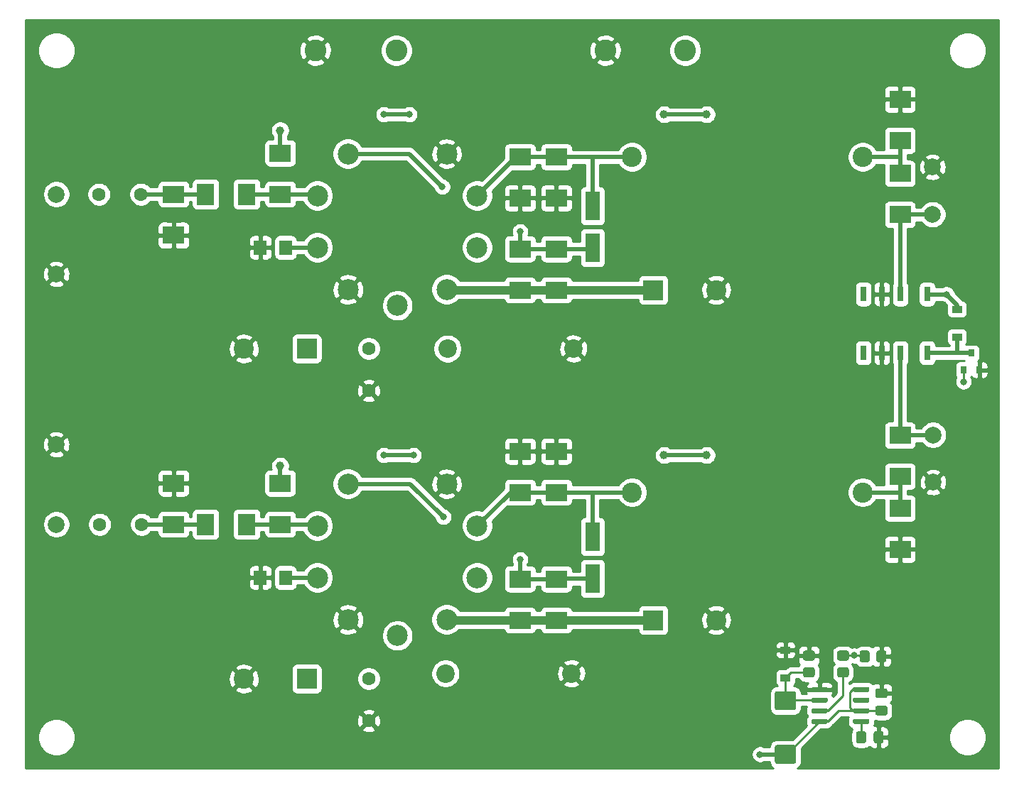
<source format=gbr>
G04 #@! TF.GenerationSoftware,KiCad,Pcbnew,(5.1.9-0-10_14)*
G04 #@! TF.CreationDate,2021-04-19T16:59:25+02:00*
G04 #@! TF.ProjectId,pre-amp-ecc88,7072652d-616d-4702-9d65-636338382e6b,rev?*
G04 #@! TF.SameCoordinates,Original*
G04 #@! TF.FileFunction,Copper,L1,Top*
G04 #@! TF.FilePolarity,Positive*
%FSLAX46Y46*%
G04 Gerber Fmt 4.6, Leading zero omitted, Abs format (unit mm)*
G04 Created by KiCad (PCBNEW (5.1.9-0-10_14)) date 2021-04-19 16:59:25*
%MOMM*%
%LPD*%
G01*
G04 APERTURE LIST*
G04 #@! TA.AperFunction,SMDPad,CuDef*
%ADD10R,2.600000X2.100000*%
G04 #@! TD*
G04 #@! TA.AperFunction,SMDPad,CuDef*
%ADD11R,0.800000X1.800000*%
G04 #@! TD*
G04 #@! TA.AperFunction,SMDPad,CuDef*
%ADD12R,0.800000X0.900000*%
G04 #@! TD*
G04 #@! TA.AperFunction,SMDPad,CuDef*
%ADD13R,1.200000X0.900000*%
G04 #@! TD*
G04 #@! TA.AperFunction,ComponentPad*
%ADD14C,2.499360*%
G04 #@! TD*
G04 #@! TA.AperFunction,SMDPad,CuDef*
%ADD15R,1.800000X3.500000*%
G04 #@! TD*
G04 #@! TA.AperFunction,ComponentPad*
%ADD16C,2.400000*%
G04 #@! TD*
G04 #@! TA.AperFunction,ComponentPad*
%ADD17R,2.400000X2.400000*%
G04 #@! TD*
G04 #@! TA.AperFunction,ComponentPad*
%ADD18C,1.600000*%
G04 #@! TD*
G04 #@! TA.AperFunction,SMDPad,CuDef*
%ADD19R,1.500000X1.800000*%
G04 #@! TD*
G04 #@! TA.AperFunction,SMDPad,CuDef*
%ADD20R,2.100000X2.600000*%
G04 #@! TD*
G04 #@! TA.AperFunction,ComponentPad*
%ADD21C,2.000000*%
G04 #@! TD*
G04 #@! TA.AperFunction,ComponentPad*
%ADD22C,2.600000*%
G04 #@! TD*
G04 #@! TA.AperFunction,ComponentPad*
%ADD23C,2.200000*%
G04 #@! TD*
G04 #@! TA.AperFunction,ViaPad*
%ADD24C,1.000000*%
G04 #@! TD*
G04 #@! TA.AperFunction,ViaPad*
%ADD25C,0.800000*%
G04 #@! TD*
G04 #@! TA.AperFunction,Conductor*
%ADD26C,0.500000*%
G04 #@! TD*
G04 #@! TA.AperFunction,Conductor*
%ADD27C,1.000000*%
G04 #@! TD*
G04 #@! TA.AperFunction,Conductor*
%ADD28C,0.250000*%
G04 #@! TD*
G04 #@! TA.AperFunction,Conductor*
%ADD29C,0.254000*%
G04 #@! TD*
G04 #@! TA.AperFunction,Conductor*
%ADD30C,0.100000*%
G04 #@! TD*
G04 APERTURE END LIST*
D10*
X144335500Y-127000000D03*
X144335500Y-122100000D03*
X144335500Y-90868500D03*
X144335500Y-95768500D03*
D11*
X147564000Y-105268000D03*
X144364000Y-105268000D03*
X142164000Y-105268000D03*
X139964000Y-105268000D03*
X139964000Y-112268000D03*
X142164000Y-112268000D03*
X144364000Y-112268000D03*
X147564000Y-112268000D03*
G04 #@! TA.AperFunction,SMDPad,CuDef*
G36*
G01*
X138722000Y-152550000D02*
X138722000Y-152250000D01*
G75*
G02*
X138872000Y-152100000I150000J0D01*
G01*
X140522000Y-152100000D01*
G75*
G02*
X140672000Y-152250000I0J-150000D01*
G01*
X140672000Y-152550000D01*
G75*
G02*
X140522000Y-152700000I-150000J0D01*
G01*
X138872000Y-152700000D01*
G75*
G02*
X138722000Y-152550000I0J150000D01*
G01*
G37*
G04 #@! TD.AperFunction*
G04 #@! TA.AperFunction,SMDPad,CuDef*
G36*
G01*
X138722000Y-153820000D02*
X138722000Y-153520000D01*
G75*
G02*
X138872000Y-153370000I150000J0D01*
G01*
X140522000Y-153370000D01*
G75*
G02*
X140672000Y-153520000I0J-150000D01*
G01*
X140672000Y-153820000D01*
G75*
G02*
X140522000Y-153970000I-150000J0D01*
G01*
X138872000Y-153970000D01*
G75*
G02*
X138722000Y-153820000I0J150000D01*
G01*
G37*
G04 #@! TD.AperFunction*
G04 #@! TA.AperFunction,SMDPad,CuDef*
G36*
G01*
X138722000Y-155090000D02*
X138722000Y-154790000D01*
G75*
G02*
X138872000Y-154640000I150000J0D01*
G01*
X140522000Y-154640000D01*
G75*
G02*
X140672000Y-154790000I0J-150000D01*
G01*
X140672000Y-155090000D01*
G75*
G02*
X140522000Y-155240000I-150000J0D01*
G01*
X138872000Y-155240000D01*
G75*
G02*
X138722000Y-155090000I0J150000D01*
G01*
G37*
G04 #@! TD.AperFunction*
G04 #@! TA.AperFunction,SMDPad,CuDef*
G36*
G01*
X138722000Y-156360000D02*
X138722000Y-156060000D01*
G75*
G02*
X138872000Y-155910000I150000J0D01*
G01*
X140522000Y-155910000D01*
G75*
G02*
X140672000Y-156060000I0J-150000D01*
G01*
X140672000Y-156360000D01*
G75*
G02*
X140522000Y-156510000I-150000J0D01*
G01*
X138872000Y-156510000D01*
G75*
G02*
X138722000Y-156360000I0J150000D01*
G01*
G37*
G04 #@! TD.AperFunction*
G04 #@! TA.AperFunction,SMDPad,CuDef*
G36*
G01*
X133772000Y-156360000D02*
X133772000Y-156060000D01*
G75*
G02*
X133922000Y-155910000I150000J0D01*
G01*
X135572000Y-155910000D01*
G75*
G02*
X135722000Y-156060000I0J-150000D01*
G01*
X135722000Y-156360000D01*
G75*
G02*
X135572000Y-156510000I-150000J0D01*
G01*
X133922000Y-156510000D01*
G75*
G02*
X133772000Y-156360000I0J150000D01*
G01*
G37*
G04 #@! TD.AperFunction*
G04 #@! TA.AperFunction,SMDPad,CuDef*
G36*
G01*
X133772000Y-155090000D02*
X133772000Y-154790000D01*
G75*
G02*
X133922000Y-154640000I150000J0D01*
G01*
X135572000Y-154640000D01*
G75*
G02*
X135722000Y-154790000I0J-150000D01*
G01*
X135722000Y-155090000D01*
G75*
G02*
X135572000Y-155240000I-150000J0D01*
G01*
X133922000Y-155240000D01*
G75*
G02*
X133772000Y-155090000I0J150000D01*
G01*
G37*
G04 #@! TD.AperFunction*
G04 #@! TA.AperFunction,SMDPad,CuDef*
G36*
G01*
X133772000Y-153820000D02*
X133772000Y-153520000D01*
G75*
G02*
X133922000Y-153370000I150000J0D01*
G01*
X135572000Y-153370000D01*
G75*
G02*
X135722000Y-153520000I0J-150000D01*
G01*
X135722000Y-153820000D01*
G75*
G02*
X135572000Y-153970000I-150000J0D01*
G01*
X133922000Y-153970000D01*
G75*
G02*
X133772000Y-153820000I0J150000D01*
G01*
G37*
G04 #@! TD.AperFunction*
G04 #@! TA.AperFunction,SMDPad,CuDef*
G36*
G01*
X133772000Y-152550000D02*
X133772000Y-152250000D01*
G75*
G02*
X133922000Y-152100000I150000J0D01*
G01*
X135572000Y-152100000D01*
G75*
G02*
X135722000Y-152250000I0J-150000D01*
G01*
X135722000Y-152550000D01*
G75*
G02*
X135572000Y-152700000I-150000J0D01*
G01*
X133922000Y-152700000D01*
G75*
G02*
X133772000Y-152550000I0J150000D01*
G01*
G37*
G04 #@! TD.AperFunction*
G04 #@! TA.AperFunction,SMDPad,CuDef*
G36*
G01*
X141513000Y-148913001D02*
X141513000Y-148012999D01*
G75*
G02*
X141762999Y-147763000I249999J0D01*
G01*
X142463001Y-147763000D01*
G75*
G02*
X142713000Y-148012999I0J-249999D01*
G01*
X142713000Y-148913001D01*
G75*
G02*
X142463001Y-149163000I-249999J0D01*
G01*
X141762999Y-149163000D01*
G75*
G02*
X141513000Y-148913001I0J249999D01*
G01*
G37*
G04 #@! TD.AperFunction*
G04 #@! TA.AperFunction,SMDPad,CuDef*
G36*
G01*
X139513000Y-148913001D02*
X139513000Y-148012999D01*
G75*
G02*
X139762999Y-147763000I249999J0D01*
G01*
X140463001Y-147763000D01*
G75*
G02*
X140713000Y-148012999I0J-249999D01*
G01*
X140713000Y-148913001D01*
G75*
G02*
X140463001Y-149163000I-249999J0D01*
G01*
X139762999Y-149163000D01*
G75*
G02*
X139513000Y-148913001I0J249999D01*
G01*
G37*
G04 #@! TD.AperFunction*
G04 #@! TA.AperFunction,SMDPad,CuDef*
G36*
G01*
X137090999Y-149768000D02*
X137991001Y-149768000D01*
G75*
G02*
X138241000Y-150017999I0J-249999D01*
G01*
X138241000Y-150718001D01*
G75*
G02*
X137991001Y-150968000I-249999J0D01*
G01*
X137090999Y-150968000D01*
G75*
G02*
X136841000Y-150718001I0J249999D01*
G01*
X136841000Y-150017999D01*
G75*
G02*
X137090999Y-149768000I249999J0D01*
G01*
G37*
G04 #@! TD.AperFunction*
G04 #@! TA.AperFunction,SMDPad,CuDef*
G36*
G01*
X137090999Y-147768000D02*
X137991001Y-147768000D01*
G75*
G02*
X138241000Y-148017999I0J-249999D01*
G01*
X138241000Y-148718001D01*
G75*
G02*
X137991001Y-148968000I-249999J0D01*
G01*
X137090999Y-148968000D01*
G75*
G02*
X136841000Y-148718001I0J249999D01*
G01*
X136841000Y-148017999D01*
G75*
G02*
X137090999Y-147768000I249999J0D01*
G01*
G37*
G04 #@! TD.AperFunction*
G04 #@! TA.AperFunction,SMDPad,CuDef*
G36*
G01*
X133927001Y-148968000D02*
X133026999Y-148968000D01*
G75*
G02*
X132777000Y-148718001I0J249999D01*
G01*
X132777000Y-148017999D01*
G75*
G02*
X133026999Y-147768000I249999J0D01*
G01*
X133927001Y-147768000D01*
G75*
G02*
X134177000Y-148017999I0J-249999D01*
G01*
X134177000Y-148718001D01*
G75*
G02*
X133927001Y-148968000I-249999J0D01*
G01*
G37*
G04 #@! TD.AperFunction*
G04 #@! TA.AperFunction,SMDPad,CuDef*
G36*
G01*
X133927001Y-150968000D02*
X133026999Y-150968000D01*
G75*
G02*
X132777000Y-150718001I0J249999D01*
G01*
X132777000Y-150017999D01*
G75*
G02*
X133026999Y-149768000I249999J0D01*
G01*
X133927001Y-149768000D01*
G75*
G02*
X134177000Y-150017999I0J-249999D01*
G01*
X134177000Y-150718001D01*
G75*
G02*
X133927001Y-150968000I-249999J0D01*
G01*
G37*
G04 #@! TD.AperFunction*
D12*
X152847000Y-112300000D03*
X153797000Y-114300000D03*
X151897000Y-114300000D03*
D13*
X151130000Y-110362000D03*
X151130000Y-107062000D03*
X130683000Y-147702000D03*
X130683000Y-151002000D03*
G04 #@! TA.AperFunction,SMDPad,CuDef*
G36*
G01*
X142588000Y-153452500D02*
X141638000Y-153452500D01*
G75*
G02*
X141388000Y-153202500I0J250000D01*
G01*
X141388000Y-152527500D01*
G75*
G02*
X141638000Y-152277500I250000J0D01*
G01*
X142588000Y-152277500D01*
G75*
G02*
X142838000Y-152527500I0J-250000D01*
G01*
X142838000Y-153202500D01*
G75*
G02*
X142588000Y-153452500I-250000J0D01*
G01*
G37*
G04 #@! TD.AperFunction*
G04 #@! TA.AperFunction,SMDPad,CuDef*
G36*
G01*
X142588000Y-155527500D02*
X141638000Y-155527500D01*
G75*
G02*
X141388000Y-155277500I0J250000D01*
G01*
X141388000Y-154602500D01*
G75*
G02*
X141638000Y-154352500I250000J0D01*
G01*
X142588000Y-154352500D01*
G75*
G02*
X142838000Y-154602500I0J-250000D01*
G01*
X142838000Y-155277500D01*
G75*
G02*
X142588000Y-155527500I-250000J0D01*
G01*
G37*
G04 #@! TD.AperFunction*
G04 #@! TA.AperFunction,SMDPad,CuDef*
G36*
G01*
X141187500Y-158590000D02*
X141187500Y-157640000D01*
G75*
G02*
X141437500Y-157390000I250000J0D01*
G01*
X142112500Y-157390000D01*
G75*
G02*
X142362500Y-157640000I0J-250000D01*
G01*
X142362500Y-158590000D01*
G75*
G02*
X142112500Y-158840000I-250000J0D01*
G01*
X141437500Y-158840000D01*
G75*
G02*
X141187500Y-158590000I0J250000D01*
G01*
G37*
G04 #@! TD.AperFunction*
G04 #@! TA.AperFunction,SMDPad,CuDef*
G36*
G01*
X139112500Y-158590000D02*
X139112500Y-157640000D01*
G75*
G02*
X139362500Y-157390000I250000J0D01*
G01*
X140037500Y-157390000D01*
G75*
G02*
X140287500Y-157640000I0J-250000D01*
G01*
X140287500Y-158590000D01*
G75*
G02*
X140037500Y-158840000I-250000J0D01*
G01*
X139362500Y-158840000D01*
G75*
G02*
X139112500Y-158590000I0J250000D01*
G01*
G37*
G04 #@! TD.AperFunction*
G04 #@! TA.AperFunction,SMDPad,CuDef*
G36*
G01*
X131708001Y-154872000D02*
X129657999Y-154872000D01*
G75*
G02*
X129408000Y-154622001I0J249999D01*
G01*
X129408000Y-152871999D01*
G75*
G02*
X129657999Y-152622000I249999J0D01*
G01*
X131708001Y-152622000D01*
G75*
G02*
X131958000Y-152871999I0J-249999D01*
G01*
X131958000Y-154622001D01*
G75*
G02*
X131708001Y-154872000I-249999J0D01*
G01*
G37*
G04 #@! TD.AperFunction*
G04 #@! TA.AperFunction,SMDPad,CuDef*
G36*
G01*
X131708001Y-161272000D02*
X129657999Y-161272000D01*
G75*
G02*
X129408000Y-161022001I0J249999D01*
G01*
X129408000Y-159271999D01*
G75*
G02*
X129657999Y-159022000I249999J0D01*
G01*
X131708001Y-159022000D01*
G75*
G02*
X131958000Y-159271999I0J-249999D01*
G01*
X131958000Y-161022001D01*
G75*
G02*
X131708001Y-161272000I-249999J0D01*
G01*
G37*
G04 #@! TD.AperFunction*
D14*
X78562200Y-88519000D03*
X74930000Y-93522800D03*
X74930000Y-99695000D03*
X78562200Y-104698800D03*
X84439760Y-106608880D03*
X90317320Y-104698800D03*
X93949520Y-99695000D03*
X93949520Y-93522800D03*
X90317320Y-88519000D03*
X78562200Y-127889000D03*
X74930000Y-132892800D03*
X74930000Y-139065000D03*
X78562200Y-144068800D03*
X84439760Y-145978880D03*
X90317320Y-144068800D03*
X93949520Y-139065000D03*
X93949520Y-132892800D03*
X90317320Y-127889000D03*
D15*
X107696000Y-99742000D03*
X107696000Y-94742000D03*
X107696000Y-139192000D03*
X107696000Y-134192000D03*
D16*
X112395000Y-88900000D03*
X139895000Y-88900000D03*
X112395000Y-128905000D03*
X139895000Y-128905000D03*
X66160000Y-111760000D03*
D17*
X73660000Y-111760000D03*
D18*
X81026000Y-116760000D03*
X81026000Y-111760000D03*
D16*
X66160000Y-151130000D03*
D17*
X73660000Y-151130000D03*
D18*
X81026000Y-156130000D03*
X81026000Y-151130000D03*
D10*
X144335500Y-82031500D03*
X144335500Y-86931500D03*
X99060000Y-93800000D03*
X99060000Y-88900000D03*
X103378000Y-93800000D03*
X103378000Y-88900000D03*
X70485000Y-93345000D03*
X70485000Y-88445000D03*
X99060000Y-99875000D03*
X99060000Y-104775000D03*
X103378000Y-99875000D03*
X103378000Y-104775000D03*
D19*
X68120000Y-99695000D03*
X71120000Y-99695000D03*
D20*
X61595000Y-93345000D03*
X66495000Y-93345000D03*
D10*
X57785000Y-98245000D03*
X57785000Y-93345000D03*
D21*
X148209000Y-90106500D03*
X148209000Y-95758000D03*
D22*
X74676000Y-76200000D03*
X84328000Y-76200000D03*
D21*
X43815000Y-102870000D03*
X43815000Y-93345000D03*
D16*
X122435000Y-104775000D03*
D17*
X114935000Y-104775000D03*
D23*
X105410000Y-111760000D03*
X90410000Y-111760000D03*
D18*
X48895000Y-93345000D03*
X53895000Y-93345000D03*
D10*
X144335500Y-130810000D03*
X144335500Y-135710000D03*
X99060000Y-124005000D03*
X99060000Y-128905000D03*
X103378000Y-124005000D03*
X103378000Y-128905000D03*
X70485000Y-132715000D03*
X70485000Y-127815000D03*
X99060000Y-139245000D03*
X99060000Y-144145000D03*
X103378000Y-139245000D03*
X103378000Y-144145000D03*
D19*
X68120000Y-139065000D03*
X71120000Y-139065000D03*
D20*
X61595000Y-132715000D03*
X66495000Y-132715000D03*
D10*
X57785000Y-127815000D03*
X57785000Y-132715000D03*
D21*
X148272500Y-127698500D03*
X148272500Y-122047000D03*
D22*
X109220000Y-76200000D03*
X118745000Y-76200000D03*
D21*
X43815000Y-123190000D03*
X43815000Y-132715000D03*
D16*
X122435000Y-144145000D03*
D17*
X114935000Y-144145000D03*
D23*
X105170000Y-150495000D03*
X90170000Y-150495000D03*
D18*
X48975000Y-132715000D03*
X53975000Y-132715000D03*
D24*
X121285000Y-124460000D03*
X116205000Y-124460000D03*
X70485000Y-125730000D03*
D25*
X82804000Y-124460000D03*
X86360000Y-124460000D03*
X127635000Y-160147000D03*
X149860000Y-105283000D03*
D24*
X121285000Y-83820000D03*
X116205000Y-83820000D03*
X70485000Y-85725000D03*
D25*
X82804000Y-83820000D03*
X85852000Y-83820000D03*
X99060000Y-136906000D03*
X89916000Y-131826000D03*
X99060000Y-97790000D03*
X89789000Y-92456000D03*
X138906000Y-148368000D03*
X151892000Y-115697000D03*
D26*
X53975000Y-132715000D02*
X57785000Y-132715000D01*
X57785000Y-132715000D02*
X61595000Y-132715000D01*
D27*
X114935000Y-144145000D02*
X106045000Y-144145000D01*
X90393520Y-144145000D02*
X90317320Y-144068800D01*
X99060000Y-144145000D02*
X90393520Y-144145000D01*
X114935000Y-104775000D02*
X106045000Y-104775000D01*
X90393520Y-104775000D02*
X90317320Y-104698800D01*
X99060000Y-104775000D02*
X90393520Y-104775000D01*
X106045000Y-104775000D02*
X103378000Y-104775000D01*
X103378000Y-104775000D02*
X99060000Y-104775000D01*
X106045000Y-144145000D02*
X103378000Y-144145000D01*
X103378000Y-144145000D02*
X99060000Y-144145000D01*
D26*
X97937320Y-128905000D02*
X99060000Y-128905000D01*
X93949520Y-132892800D02*
X97937320Y-128905000D01*
X99060000Y-128905000D02*
X103378000Y-128905000D01*
X107696000Y-134192000D02*
X107696000Y-129032000D01*
X107823000Y-128905000D02*
X112395000Y-128905000D01*
X107696000Y-129032000D02*
X107823000Y-128905000D01*
X103378000Y-128905000D02*
X107823000Y-128905000D01*
X121285000Y-124460000D02*
X116205000Y-124460000D01*
X70485000Y-125730000D02*
X70485000Y-127815000D01*
X82804000Y-124460000D02*
X86360000Y-124460000D01*
X139895000Y-128905000D02*
X144272000Y-128905000D01*
X144335500Y-130810000D02*
X144335500Y-127000000D01*
D28*
X142113000Y-154940000D02*
X139697000Y-154940000D01*
X138722000Y-154940000D02*
X139697000Y-154940000D01*
X138396990Y-152725010D02*
X138396990Y-154614990D01*
X138396990Y-154614990D02*
X138722000Y-154940000D01*
X138722000Y-152400000D02*
X138396990Y-152725010D01*
X139697000Y-152400000D02*
X138722000Y-152400000D01*
X136992000Y-154940000D02*
X139697000Y-154940000D01*
X135722000Y-156210000D02*
X136992000Y-154940000D01*
X134747000Y-156210000D02*
X135722000Y-156210000D01*
X130810000Y-160147000D02*
X134747000Y-156210000D01*
X130683000Y-160147000D02*
X130810000Y-160147000D01*
D26*
X130683000Y-160147000D02*
X127635000Y-160147000D01*
X151131000Y-107061000D02*
X151130000Y-107062000D01*
X147579000Y-105283000D02*
X147564000Y-105268000D01*
X149860000Y-105283000D02*
X147579000Y-105283000D01*
X151130000Y-106553000D02*
X149860000Y-105283000D01*
X151130000Y-107062000D02*
X151130000Y-106553000D01*
X66495000Y-132715000D02*
X70485000Y-132715000D01*
X74752200Y-132715000D02*
X74930000Y-132892800D01*
X70485000Y-132715000D02*
X74752200Y-132715000D01*
X71120000Y-139065000D02*
X74930000Y-139065000D01*
X53895000Y-93345000D02*
X57785000Y-93345000D01*
X57785000Y-93345000D02*
X61595000Y-93345000D01*
X98572320Y-88900000D02*
X99060000Y-88900000D01*
X93949520Y-93522800D02*
X98572320Y-88900000D01*
X106045000Y-88900000D02*
X103378000Y-88900000D01*
X103378000Y-88900000D02*
X99060000Y-88900000D01*
X107696000Y-88900000D02*
X112395000Y-88900000D01*
X106045000Y-88900000D02*
X107696000Y-88900000D01*
X107696000Y-94742000D02*
X107696000Y-88900000D01*
X121285000Y-83820000D02*
X116205000Y-83820000D01*
X70485000Y-85725000D02*
X70485000Y-88445000D01*
X82804000Y-83820000D02*
X85852000Y-83820000D01*
X139954000Y-88959000D02*
X139895000Y-88900000D01*
X144272000Y-88900000D02*
X144335500Y-88836500D01*
X144335500Y-88836500D02*
X144335500Y-90868500D01*
X139895000Y-88900000D02*
X144272000Y-88900000D01*
X144335500Y-86931500D02*
X144335500Y-88836500D01*
X66495000Y-93345000D02*
X70485000Y-93345000D01*
X74752200Y-93345000D02*
X74930000Y-93522800D01*
X70485000Y-93345000D02*
X74752200Y-93345000D01*
X71120000Y-99695000D02*
X74930000Y-99695000D01*
X103431000Y-139192000D02*
X103378000Y-139245000D01*
X107696000Y-139192000D02*
X103431000Y-139192000D01*
X103378000Y-139245000D02*
X99060000Y-139245000D01*
X99060000Y-136906000D02*
X99060000Y-139245000D01*
X85979000Y-127889000D02*
X89916000Y-131826000D01*
X78562200Y-127889000D02*
X85979000Y-127889000D01*
X99060000Y-99875000D02*
X103378000Y-99875000D01*
X107563000Y-99875000D02*
X107696000Y-99742000D01*
X103378000Y-99875000D02*
X107563000Y-99875000D01*
X99060000Y-97790000D02*
X99060000Y-99875000D01*
X85852000Y-88519000D02*
X89789000Y-92456000D01*
X78562200Y-88519000D02*
X85852000Y-88519000D01*
X94129520Y-139245000D02*
X93949520Y-139065000D01*
X94129520Y-99875000D02*
X93949520Y-99695000D01*
D28*
X130760000Y-153670000D02*
X130683000Y-153747000D01*
X134747000Y-153670000D02*
X130760000Y-153670000D01*
X130683000Y-153747000D02*
X130683000Y-151002000D01*
X131317000Y-150368000D02*
X130683000Y-151002000D01*
X133477000Y-150368000D02*
X131317000Y-150368000D01*
X139700000Y-156213000D02*
X139697000Y-156210000D01*
X139700000Y-158115000D02*
X139700000Y-156213000D01*
D26*
X147606000Y-112300000D02*
X147574000Y-112268000D01*
X147596000Y-112300000D02*
X147564000Y-112268000D01*
X151130000Y-112268500D02*
X151098500Y-112300000D01*
X151130000Y-110362000D02*
X151130000Y-112268500D01*
X151098500Y-112300000D02*
X147596000Y-112300000D01*
X152847000Y-112300000D02*
X151098500Y-112300000D01*
X148198500Y-95768500D02*
X148209000Y-95758000D01*
X144335500Y-95768500D02*
X148198500Y-95768500D01*
X144335500Y-105239500D02*
X144364000Y-105268000D01*
X144335500Y-95768500D02*
X144335500Y-105239500D01*
D28*
X139478000Y-148368000D02*
X139573000Y-148463000D01*
X140018000Y-148368000D02*
X140113000Y-148463000D01*
X137541000Y-148368000D02*
X138906000Y-148368000D01*
X138906000Y-148368000D02*
X140018000Y-148368000D01*
X151897000Y-115692000D02*
X151892000Y-115697000D01*
X151897000Y-114300000D02*
X151897000Y-115692000D01*
X137541000Y-153121000D02*
X137541000Y-150368000D01*
X135722000Y-154940000D02*
X137541000Y-153121000D01*
X134747000Y-154940000D02*
X135722000Y-154940000D01*
D26*
X148219500Y-122100000D02*
X148272500Y-122047000D01*
X144335500Y-122100000D02*
X148219500Y-122100000D01*
X144335500Y-112296500D02*
X144364000Y-112268000D01*
X144335500Y-122100000D02*
X144335500Y-112296500D01*
D29*
X156083000Y-161798000D02*
X132131052Y-161798000D01*
X132201387Y-161760405D01*
X132335962Y-161649962D01*
X132446405Y-161515387D01*
X132528472Y-161361851D01*
X132579008Y-161195255D01*
X132596072Y-161022001D01*
X132596072Y-159435729D01*
X134883730Y-157148072D01*
X135572000Y-157148072D01*
X135725745Y-157132929D01*
X135873582Y-157088084D01*
X136009829Y-157015258D01*
X136129251Y-156917251D01*
X136227258Y-156797829D01*
X136245650Y-156763420D01*
X136262001Y-156750001D01*
X136285804Y-156720997D01*
X137306802Y-155700000D01*
X138175141Y-155700000D01*
X138143916Y-155758418D01*
X138099071Y-155906255D01*
X138083928Y-156060000D01*
X138083928Y-156360000D01*
X138099071Y-156513745D01*
X138143916Y-156661582D01*
X138216742Y-156797829D01*
X138314749Y-156917251D01*
X138434171Y-157015258D01*
X138570418Y-157088084D01*
X138651856Y-157112787D01*
X138624095Y-157146614D01*
X138542028Y-157300150D01*
X138491492Y-157466746D01*
X138474428Y-157640000D01*
X138474428Y-158590000D01*
X138491492Y-158763254D01*
X138542028Y-158929850D01*
X138624095Y-159083386D01*
X138734538Y-159217962D01*
X138869114Y-159328405D01*
X139022650Y-159410472D01*
X139189246Y-159461008D01*
X139362500Y-159478072D01*
X140037500Y-159478072D01*
X140210754Y-159461008D01*
X140377350Y-159410472D01*
X140530886Y-159328405D01*
X140665462Y-159217962D01*
X140670842Y-159211406D01*
X140736315Y-159291185D01*
X140833006Y-159370537D01*
X140943320Y-159429502D01*
X141063018Y-159465812D01*
X141187500Y-159478072D01*
X141489250Y-159475000D01*
X141648000Y-159316250D01*
X141648000Y-158242000D01*
X141902000Y-158242000D01*
X141902000Y-159316250D01*
X142060750Y-159475000D01*
X142362500Y-159478072D01*
X142486982Y-159465812D01*
X142606680Y-159429502D01*
X142716994Y-159370537D01*
X142813685Y-159291185D01*
X142893037Y-159194494D01*
X142952002Y-159084180D01*
X142988312Y-158964482D01*
X143000572Y-158840000D01*
X142997500Y-158400750D01*
X142838750Y-158242000D01*
X141902000Y-158242000D01*
X141648000Y-158242000D01*
X141628000Y-158242000D01*
X141628000Y-157988000D01*
X141648000Y-157988000D01*
X141648000Y-156913750D01*
X141902000Y-156913750D01*
X141902000Y-157988000D01*
X142838750Y-157988000D01*
X142931878Y-157894872D01*
X150165000Y-157894872D01*
X150165000Y-158335128D01*
X150250890Y-158766925D01*
X150419369Y-159173669D01*
X150663962Y-159539729D01*
X150975271Y-159851038D01*
X151341331Y-160095631D01*
X151748075Y-160264110D01*
X152179872Y-160350000D01*
X152620128Y-160350000D01*
X153051925Y-160264110D01*
X153458669Y-160095631D01*
X153824729Y-159851038D01*
X154136038Y-159539729D01*
X154380631Y-159173669D01*
X154549110Y-158766925D01*
X154635000Y-158335128D01*
X154635000Y-157894872D01*
X154549110Y-157463075D01*
X154380631Y-157056331D01*
X154136038Y-156690271D01*
X153824729Y-156378962D01*
X153458669Y-156134369D01*
X153051925Y-155965890D01*
X152620128Y-155880000D01*
X152179872Y-155880000D01*
X151748075Y-155965890D01*
X151341331Y-156134369D01*
X150975271Y-156378962D01*
X150663962Y-156690271D01*
X150419369Y-157056331D01*
X150250890Y-157463075D01*
X150165000Y-157894872D01*
X142931878Y-157894872D01*
X142997500Y-157829250D01*
X143000572Y-157390000D01*
X142988312Y-157265518D01*
X142952002Y-157145820D01*
X142893037Y-157035506D01*
X142813685Y-156938815D01*
X142716994Y-156859463D01*
X142606680Y-156800498D01*
X142486982Y-156764188D01*
X142362500Y-156751928D01*
X142060750Y-156755000D01*
X141902000Y-156913750D01*
X141648000Y-156913750D01*
X141489250Y-156755000D01*
X141201715Y-156752073D01*
X141250084Y-156661582D01*
X141294929Y-156513745D01*
X141310072Y-156360000D01*
X141310072Y-156101588D01*
X141464746Y-156148508D01*
X141638000Y-156165572D01*
X142588000Y-156165572D01*
X142761254Y-156148508D01*
X142927850Y-156097972D01*
X143081386Y-156015905D01*
X143215962Y-155905462D01*
X143326405Y-155770886D01*
X143408472Y-155617350D01*
X143459008Y-155450754D01*
X143476072Y-155277500D01*
X143476072Y-154602500D01*
X143459008Y-154429246D01*
X143408472Y-154262650D01*
X143326405Y-154109114D01*
X143215962Y-153974538D01*
X143209406Y-153969158D01*
X143289185Y-153903685D01*
X143368537Y-153806994D01*
X143427502Y-153696680D01*
X143463812Y-153576982D01*
X143476072Y-153452500D01*
X143473000Y-153150750D01*
X143314250Y-152992000D01*
X142240000Y-152992000D01*
X142240000Y-153012000D01*
X141986000Y-153012000D01*
X141986000Y-152992000D01*
X141966000Y-152992000D01*
X141966000Y-152738000D01*
X141986000Y-152738000D01*
X141986000Y-151801250D01*
X142240000Y-151801250D01*
X142240000Y-152738000D01*
X143314250Y-152738000D01*
X143473000Y-152579250D01*
X143476072Y-152277500D01*
X143463812Y-152153018D01*
X143427502Y-152033320D01*
X143368537Y-151923006D01*
X143289185Y-151826315D01*
X143192494Y-151746963D01*
X143082180Y-151687998D01*
X142962482Y-151651688D01*
X142838000Y-151639428D01*
X142398750Y-151642500D01*
X142240000Y-151801250D01*
X141986000Y-151801250D01*
X141827250Y-151642500D01*
X141388000Y-151639428D01*
X141263518Y-151651688D01*
X141143820Y-151687998D01*
X141096229Y-151713436D01*
X141079251Y-151692749D01*
X140959829Y-151594742D01*
X140823582Y-151521916D01*
X140675745Y-151477071D01*
X140522000Y-151461928D01*
X138872000Y-151461928D01*
X138718255Y-151477071D01*
X138570418Y-151521916D01*
X138434171Y-151594742D01*
X138314749Y-151692749D01*
X138301000Y-151709502D01*
X138301000Y-151547527D01*
X138330851Y-151538472D01*
X138484387Y-151456405D01*
X138618962Y-151345962D01*
X138729405Y-151211387D01*
X138811472Y-151057851D01*
X138862008Y-150891255D01*
X138879072Y-150718001D01*
X138879072Y-150017999D01*
X138862008Y-149844745D01*
X138811472Y-149678149D01*
X138729405Y-149524613D01*
X138618962Y-149390038D01*
X138592109Y-149368000D01*
X138599997Y-149361526D01*
X138604102Y-149363226D01*
X138804061Y-149403000D01*
X139007939Y-149403000D01*
X139021358Y-149400331D01*
X139024595Y-149406387D01*
X139135038Y-149540962D01*
X139269613Y-149651405D01*
X139423149Y-149733472D01*
X139589745Y-149784008D01*
X139762999Y-149801072D01*
X140463001Y-149801072D01*
X140636255Y-149784008D01*
X140802851Y-149733472D01*
X140956387Y-149651405D01*
X141037637Y-149584724D01*
X141061815Y-149614185D01*
X141158506Y-149693537D01*
X141268820Y-149752502D01*
X141388518Y-149788812D01*
X141513000Y-149801072D01*
X141827250Y-149798000D01*
X141986000Y-149639250D01*
X141986000Y-148590000D01*
X142240000Y-148590000D01*
X142240000Y-149639250D01*
X142398750Y-149798000D01*
X142713000Y-149801072D01*
X142837482Y-149788812D01*
X142957180Y-149752502D01*
X143067494Y-149693537D01*
X143164185Y-149614185D01*
X143243537Y-149517494D01*
X143302502Y-149407180D01*
X143338812Y-149287482D01*
X143351072Y-149163000D01*
X143348000Y-148748750D01*
X143189250Y-148590000D01*
X142240000Y-148590000D01*
X141986000Y-148590000D01*
X141966000Y-148590000D01*
X141966000Y-148336000D01*
X141986000Y-148336000D01*
X141986000Y-147286750D01*
X142240000Y-147286750D01*
X142240000Y-148336000D01*
X143189250Y-148336000D01*
X143348000Y-148177250D01*
X143351072Y-147763000D01*
X143338812Y-147638518D01*
X143302502Y-147518820D01*
X143243537Y-147408506D01*
X143164185Y-147311815D01*
X143067494Y-147232463D01*
X142957180Y-147173498D01*
X142837482Y-147137188D01*
X142713000Y-147124928D01*
X142398750Y-147128000D01*
X142240000Y-147286750D01*
X141986000Y-147286750D01*
X141827250Y-147128000D01*
X141513000Y-147124928D01*
X141388518Y-147137188D01*
X141268820Y-147173498D01*
X141158506Y-147232463D01*
X141061815Y-147311815D01*
X141037637Y-147341276D01*
X140956387Y-147274595D01*
X140802851Y-147192528D01*
X140636255Y-147141992D01*
X140463001Y-147124928D01*
X139762999Y-147124928D01*
X139589745Y-147141992D01*
X139423149Y-147192528D01*
X139269613Y-147274595D01*
X139161281Y-147363501D01*
X139007939Y-147333000D01*
X138804061Y-147333000D01*
X138604102Y-147372774D01*
X138599997Y-147374474D01*
X138484387Y-147279595D01*
X138330851Y-147197528D01*
X138164255Y-147146992D01*
X137991001Y-147129928D01*
X137090999Y-147129928D01*
X136917745Y-147146992D01*
X136751149Y-147197528D01*
X136597613Y-147279595D01*
X136463038Y-147390038D01*
X136352595Y-147524613D01*
X136270528Y-147678149D01*
X136219992Y-147844745D01*
X136202928Y-148017999D01*
X136202928Y-148718001D01*
X136219992Y-148891255D01*
X136270528Y-149057851D01*
X136352595Y-149211387D01*
X136463038Y-149345962D01*
X136489891Y-149368000D01*
X136463038Y-149390038D01*
X136352595Y-149524613D01*
X136270528Y-149678149D01*
X136219992Y-149844745D01*
X136202928Y-150017999D01*
X136202928Y-150718001D01*
X136219992Y-150891255D01*
X136270528Y-151057851D01*
X136352595Y-151211387D01*
X136463038Y-151345962D01*
X136597613Y-151456405D01*
X136751149Y-151538472D01*
X136781001Y-151547527D01*
X136781000Y-152806197D01*
X136316072Y-153271125D01*
X136300084Y-153218418D01*
X136228270Y-153084064D01*
X136252537Y-153054494D01*
X136311502Y-152944180D01*
X136347812Y-152824482D01*
X136360072Y-152700000D01*
X136357000Y-152685750D01*
X136198250Y-152527000D01*
X134874000Y-152527000D01*
X134874000Y-152547000D01*
X134620000Y-152547000D01*
X134620000Y-152527000D01*
X133295750Y-152527000D01*
X133137000Y-152685750D01*
X133133928Y-152700000D01*
X133146188Y-152824482D01*
X133172130Y-152910000D01*
X132596072Y-152910000D01*
X132596072Y-152871999D01*
X132579008Y-152698745D01*
X132528472Y-152532149D01*
X132446405Y-152378613D01*
X132335962Y-152244038D01*
X132201387Y-152133595D01*
X132047851Y-152051528D01*
X131881255Y-152000992D01*
X131708001Y-151983928D01*
X131634892Y-151983928D01*
X131637494Y-151982537D01*
X131734185Y-151903185D01*
X131813537Y-151806494D01*
X131872502Y-151696180D01*
X131908812Y-151576482D01*
X131921072Y-151452000D01*
X131921072Y-151128000D01*
X132244024Y-151128000D01*
X132288595Y-151211387D01*
X132399038Y-151345962D01*
X132533613Y-151456405D01*
X132687149Y-151538472D01*
X132853745Y-151589008D01*
X133026999Y-151606072D01*
X133372898Y-151606072D01*
X133320815Y-151648815D01*
X133241463Y-151745506D01*
X133182498Y-151855820D01*
X133146188Y-151975518D01*
X133133928Y-152100000D01*
X133137000Y-152114250D01*
X133295750Y-152273000D01*
X134620000Y-152273000D01*
X134620000Y-151623750D01*
X134874000Y-151623750D01*
X134874000Y-152273000D01*
X136198250Y-152273000D01*
X136357000Y-152114250D01*
X136360072Y-152100000D01*
X136347812Y-151975518D01*
X136311502Y-151855820D01*
X136252537Y-151745506D01*
X136173185Y-151648815D01*
X136076494Y-151569463D01*
X135966180Y-151510498D01*
X135846482Y-151474188D01*
X135722000Y-151461928D01*
X135032750Y-151465000D01*
X134874000Y-151623750D01*
X134620000Y-151623750D01*
X134461250Y-151465000D01*
X134404778Y-151464748D01*
X134420387Y-151456405D01*
X134554962Y-151345962D01*
X134665405Y-151211387D01*
X134747472Y-151057851D01*
X134798008Y-150891255D01*
X134815072Y-150718001D01*
X134815072Y-150017999D01*
X134798008Y-149844745D01*
X134747472Y-149678149D01*
X134665405Y-149524613D01*
X134598724Y-149443363D01*
X134628185Y-149419185D01*
X134707537Y-149322494D01*
X134766502Y-149212180D01*
X134802812Y-149092482D01*
X134815072Y-148968000D01*
X134812000Y-148653750D01*
X134653250Y-148495000D01*
X133604000Y-148495000D01*
X133604000Y-148515000D01*
X133350000Y-148515000D01*
X133350000Y-148495000D01*
X132300750Y-148495000D01*
X132142000Y-148653750D01*
X132138928Y-148968000D01*
X132151188Y-149092482D01*
X132187498Y-149212180D01*
X132246463Y-149322494D01*
X132325815Y-149419185D01*
X132355276Y-149443363D01*
X132288595Y-149524613D01*
X132244024Y-149608000D01*
X131354322Y-149608000D01*
X131316999Y-149604324D01*
X131279676Y-149608000D01*
X131279667Y-149608000D01*
X131168014Y-149618997D01*
X131024753Y-149662454D01*
X130892724Y-149733026D01*
X130892722Y-149733027D01*
X130892723Y-149733027D01*
X130805996Y-149804201D01*
X130805992Y-149804205D01*
X130776999Y-149827999D01*
X130753205Y-149856992D01*
X130696269Y-149913928D01*
X130083000Y-149913928D01*
X129958518Y-149926188D01*
X129838820Y-149962498D01*
X129728506Y-150021463D01*
X129631815Y-150100815D01*
X129552463Y-150197506D01*
X129493498Y-150307820D01*
X129457188Y-150427518D01*
X129444928Y-150552000D01*
X129444928Y-151452000D01*
X129457188Y-151576482D01*
X129493498Y-151696180D01*
X129552463Y-151806494D01*
X129631815Y-151903185D01*
X129728506Y-151982537D01*
X129731108Y-151983928D01*
X129657999Y-151983928D01*
X129484745Y-152000992D01*
X129318149Y-152051528D01*
X129164613Y-152133595D01*
X129030038Y-152244038D01*
X128919595Y-152378613D01*
X128837528Y-152532149D01*
X128786992Y-152698745D01*
X128769928Y-152871999D01*
X128769928Y-154622001D01*
X128786992Y-154795255D01*
X128837528Y-154961851D01*
X128919595Y-155115387D01*
X129030038Y-155249962D01*
X129164613Y-155360405D01*
X129318149Y-155442472D01*
X129484745Y-155493008D01*
X129657999Y-155510072D01*
X131708001Y-155510072D01*
X131881255Y-155493008D01*
X132047851Y-155442472D01*
X132201387Y-155360405D01*
X132335962Y-155249962D01*
X132446405Y-155115387D01*
X132528472Y-154961851D01*
X132579008Y-154795255D01*
X132596072Y-154622001D01*
X132596072Y-154430000D01*
X133225141Y-154430000D01*
X133193916Y-154488418D01*
X133149071Y-154636255D01*
X133133928Y-154790000D01*
X133133928Y-155090000D01*
X133149071Y-155243745D01*
X133193916Y-155391582D01*
X133266742Y-155527829D01*
X133305454Y-155575000D01*
X133266742Y-155622171D01*
X133193916Y-155758418D01*
X133149071Y-155906255D01*
X133133928Y-156060000D01*
X133133928Y-156360000D01*
X133149071Y-156513745D01*
X133193916Y-156661582D01*
X133203216Y-156678982D01*
X131498271Y-158383928D01*
X129657999Y-158383928D01*
X129484745Y-158400992D01*
X129318149Y-158451528D01*
X129164613Y-158533595D01*
X129030038Y-158644038D01*
X128919595Y-158778613D01*
X128837528Y-158932149D01*
X128786992Y-159098745D01*
X128770913Y-159262000D01*
X128173454Y-159262000D01*
X128125256Y-159229795D01*
X127936898Y-159151774D01*
X127736939Y-159112000D01*
X127533061Y-159112000D01*
X127333102Y-159151774D01*
X127144744Y-159229795D01*
X126975226Y-159343063D01*
X126831063Y-159487226D01*
X126717795Y-159656744D01*
X126639774Y-159845102D01*
X126600000Y-160045061D01*
X126600000Y-160248939D01*
X126639774Y-160448898D01*
X126717795Y-160637256D01*
X126831063Y-160806774D01*
X126975226Y-160950937D01*
X127144744Y-161064205D01*
X127333102Y-161142226D01*
X127533061Y-161182000D01*
X127736939Y-161182000D01*
X127936898Y-161142226D01*
X128125256Y-161064205D01*
X128173454Y-161032000D01*
X128770913Y-161032000D01*
X128786992Y-161195255D01*
X128837528Y-161361851D01*
X128919595Y-161515387D01*
X129030038Y-161649962D01*
X129164613Y-161760405D01*
X129234948Y-161798000D01*
X40132000Y-161798000D01*
X40132000Y-157894872D01*
X41580000Y-157894872D01*
X41580000Y-158335128D01*
X41665890Y-158766925D01*
X41834369Y-159173669D01*
X42078962Y-159539729D01*
X42390271Y-159851038D01*
X42756331Y-160095631D01*
X43163075Y-160264110D01*
X43594872Y-160350000D01*
X44035128Y-160350000D01*
X44466925Y-160264110D01*
X44873669Y-160095631D01*
X45239729Y-159851038D01*
X45551038Y-159539729D01*
X45795631Y-159173669D01*
X45964110Y-158766925D01*
X46050000Y-158335128D01*
X46050000Y-157894872D01*
X45964110Y-157463075D01*
X45823123Y-157122702D01*
X80212903Y-157122702D01*
X80284486Y-157366671D01*
X80539996Y-157487571D01*
X80814184Y-157556300D01*
X81096512Y-157570217D01*
X81376130Y-157528787D01*
X81642292Y-157433603D01*
X81767514Y-157366671D01*
X81839097Y-157122702D01*
X81026000Y-156309605D01*
X80212903Y-157122702D01*
X45823123Y-157122702D01*
X45795631Y-157056331D01*
X45551038Y-156690271D01*
X45239729Y-156378962D01*
X44972660Y-156200512D01*
X79585783Y-156200512D01*
X79627213Y-156480130D01*
X79722397Y-156746292D01*
X79789329Y-156871514D01*
X80033298Y-156943097D01*
X80846395Y-156130000D01*
X81205605Y-156130000D01*
X82018702Y-156943097D01*
X82262671Y-156871514D01*
X82383571Y-156616004D01*
X82452300Y-156341816D01*
X82466217Y-156059488D01*
X82424787Y-155779870D01*
X82329603Y-155513708D01*
X82262671Y-155388486D01*
X82018702Y-155316903D01*
X81205605Y-156130000D01*
X80846395Y-156130000D01*
X80033298Y-155316903D01*
X79789329Y-155388486D01*
X79668429Y-155643996D01*
X79599700Y-155918184D01*
X79585783Y-156200512D01*
X44972660Y-156200512D01*
X44873669Y-156134369D01*
X44466925Y-155965890D01*
X44035128Y-155880000D01*
X43594872Y-155880000D01*
X43163075Y-155965890D01*
X42756331Y-156134369D01*
X42390271Y-156378962D01*
X42078962Y-156690271D01*
X41834369Y-157056331D01*
X41665890Y-157463075D01*
X41580000Y-157894872D01*
X40132000Y-157894872D01*
X40132000Y-155137298D01*
X80212903Y-155137298D01*
X81026000Y-155950395D01*
X81839097Y-155137298D01*
X81767514Y-154893329D01*
X81512004Y-154772429D01*
X81237816Y-154703700D01*
X80955488Y-154689783D01*
X80675870Y-154731213D01*
X80409708Y-154826397D01*
X80284486Y-154893329D01*
X80212903Y-155137298D01*
X40132000Y-155137298D01*
X40132000Y-152407980D01*
X65061626Y-152407980D01*
X65181514Y-152692836D01*
X65505210Y-152853699D01*
X65854069Y-152948322D01*
X66214684Y-152973067D01*
X66573198Y-152926985D01*
X66915833Y-152811846D01*
X67138486Y-152692836D01*
X67258374Y-152407980D01*
X66160000Y-151309605D01*
X65061626Y-152407980D01*
X40132000Y-152407980D01*
X40132000Y-151184684D01*
X64316933Y-151184684D01*
X64363015Y-151543198D01*
X64478154Y-151885833D01*
X64597164Y-152108486D01*
X64882020Y-152228374D01*
X65980395Y-151130000D01*
X66339605Y-151130000D01*
X67437980Y-152228374D01*
X67722836Y-152108486D01*
X67883699Y-151784790D01*
X67978322Y-151435931D01*
X68003067Y-151075316D01*
X67956985Y-150716802D01*
X67841846Y-150374167D01*
X67722836Y-150151514D01*
X67437980Y-150031626D01*
X66339605Y-151130000D01*
X65980395Y-151130000D01*
X64882020Y-150031626D01*
X64597164Y-150151514D01*
X64436301Y-150475210D01*
X64341678Y-150824069D01*
X64316933Y-151184684D01*
X40132000Y-151184684D01*
X40132000Y-149852020D01*
X65061626Y-149852020D01*
X66160000Y-150950395D01*
X67180394Y-149930000D01*
X71821928Y-149930000D01*
X71821928Y-152330000D01*
X71834188Y-152454482D01*
X71870498Y-152574180D01*
X71929463Y-152684494D01*
X72008815Y-152781185D01*
X72105506Y-152860537D01*
X72215820Y-152919502D01*
X72335518Y-152955812D01*
X72460000Y-152968072D01*
X74860000Y-152968072D01*
X74984482Y-152955812D01*
X75104180Y-152919502D01*
X75214494Y-152860537D01*
X75311185Y-152781185D01*
X75390537Y-152684494D01*
X75449502Y-152574180D01*
X75485812Y-152454482D01*
X75498072Y-152330000D01*
X75498072Y-150988665D01*
X79591000Y-150988665D01*
X79591000Y-151271335D01*
X79646147Y-151548574D01*
X79754320Y-151809727D01*
X79911363Y-152044759D01*
X80111241Y-152244637D01*
X80346273Y-152401680D01*
X80607426Y-152509853D01*
X80884665Y-152565000D01*
X81167335Y-152565000D01*
X81444574Y-152509853D01*
X81705727Y-152401680D01*
X81940759Y-152244637D01*
X82140637Y-152044759D01*
X82297680Y-151809727D01*
X82405853Y-151548574D01*
X82461000Y-151271335D01*
X82461000Y-150988665D01*
X82405853Y-150711426D01*
X82297680Y-150450273D01*
X82213386Y-150324117D01*
X88435000Y-150324117D01*
X88435000Y-150665883D01*
X88501675Y-151001081D01*
X88632463Y-151316831D01*
X88822337Y-151600998D01*
X89064002Y-151842663D01*
X89348169Y-152032537D01*
X89663919Y-152163325D01*
X89999117Y-152230000D01*
X90340883Y-152230000D01*
X90676081Y-152163325D01*
X90991831Y-152032537D01*
X91275998Y-151842663D01*
X91416949Y-151701712D01*
X104142893Y-151701712D01*
X104250726Y-151976338D01*
X104557384Y-152127216D01*
X104887585Y-152215369D01*
X105228639Y-152237409D01*
X105567439Y-152192489D01*
X105890966Y-152082336D01*
X106089274Y-151976338D01*
X106197107Y-151701712D01*
X105170000Y-150674605D01*
X104142893Y-151701712D01*
X91416949Y-151701712D01*
X91517663Y-151600998D01*
X91707537Y-151316831D01*
X91838325Y-151001081D01*
X91905000Y-150665883D01*
X91905000Y-150553639D01*
X103427591Y-150553639D01*
X103472511Y-150892439D01*
X103582664Y-151215966D01*
X103688662Y-151414274D01*
X103963288Y-151522107D01*
X104990395Y-150495000D01*
X105349605Y-150495000D01*
X106376712Y-151522107D01*
X106651338Y-151414274D01*
X106802216Y-151107616D01*
X106890369Y-150777415D01*
X106912409Y-150436361D01*
X106867489Y-150097561D01*
X106757336Y-149774034D01*
X106651338Y-149575726D01*
X106376712Y-149467893D01*
X105349605Y-150495000D01*
X104990395Y-150495000D01*
X103963288Y-149467893D01*
X103688662Y-149575726D01*
X103537784Y-149882384D01*
X103449631Y-150212585D01*
X103427591Y-150553639D01*
X91905000Y-150553639D01*
X91905000Y-150324117D01*
X91838325Y-149988919D01*
X91707537Y-149673169D01*
X91517663Y-149389002D01*
X91416949Y-149288288D01*
X104142893Y-149288288D01*
X105170000Y-150315395D01*
X106197107Y-149288288D01*
X106089274Y-149013662D01*
X105782616Y-148862784D01*
X105452415Y-148774631D01*
X105111361Y-148752591D01*
X104772561Y-148797511D01*
X104449034Y-148907664D01*
X104250726Y-149013662D01*
X104142893Y-149288288D01*
X91416949Y-149288288D01*
X91275998Y-149147337D01*
X90991831Y-148957463D01*
X90676081Y-148826675D01*
X90340883Y-148760000D01*
X89999117Y-148760000D01*
X89663919Y-148826675D01*
X89348169Y-148957463D01*
X89064002Y-149147337D01*
X88822337Y-149389002D01*
X88632463Y-149673169D01*
X88501675Y-149988919D01*
X88435000Y-150324117D01*
X82213386Y-150324117D01*
X82140637Y-150215241D01*
X81940759Y-150015363D01*
X81705727Y-149858320D01*
X81444574Y-149750147D01*
X81167335Y-149695000D01*
X80884665Y-149695000D01*
X80607426Y-149750147D01*
X80346273Y-149858320D01*
X80111241Y-150015363D01*
X79911363Y-150215241D01*
X79754320Y-150450273D01*
X79646147Y-150711426D01*
X79591000Y-150988665D01*
X75498072Y-150988665D01*
X75498072Y-149930000D01*
X75485812Y-149805518D01*
X75449502Y-149685820D01*
X75390537Y-149575506D01*
X75311185Y-149478815D01*
X75214494Y-149399463D01*
X75104180Y-149340498D01*
X74984482Y-149304188D01*
X74860000Y-149291928D01*
X72460000Y-149291928D01*
X72335518Y-149304188D01*
X72215820Y-149340498D01*
X72105506Y-149399463D01*
X72008815Y-149478815D01*
X71929463Y-149575506D01*
X71870498Y-149685820D01*
X71834188Y-149805518D01*
X71821928Y-149930000D01*
X67180394Y-149930000D01*
X67258374Y-149852020D01*
X67138486Y-149567164D01*
X66814790Y-149406301D01*
X66465931Y-149311678D01*
X66105316Y-149286933D01*
X65746802Y-149333015D01*
X65404167Y-149448154D01*
X65181514Y-149567164D01*
X65061626Y-149852020D01*
X40132000Y-149852020D01*
X40132000Y-148152000D01*
X129444928Y-148152000D01*
X129457188Y-148276482D01*
X129493498Y-148396180D01*
X129552463Y-148506494D01*
X129631815Y-148603185D01*
X129728506Y-148682537D01*
X129838820Y-148741502D01*
X129958518Y-148777812D01*
X130083000Y-148790072D01*
X130397250Y-148787000D01*
X130556000Y-148628250D01*
X130556000Y-147829000D01*
X130810000Y-147829000D01*
X130810000Y-148628250D01*
X130968750Y-148787000D01*
X131283000Y-148790072D01*
X131407482Y-148777812D01*
X131527180Y-148741502D01*
X131637494Y-148682537D01*
X131734185Y-148603185D01*
X131813537Y-148506494D01*
X131872502Y-148396180D01*
X131908812Y-148276482D01*
X131921072Y-148152000D01*
X131918000Y-147987750D01*
X131759250Y-147829000D01*
X130810000Y-147829000D01*
X130556000Y-147829000D01*
X129606750Y-147829000D01*
X129448000Y-147987750D01*
X129444928Y-148152000D01*
X40132000Y-148152000D01*
X40132000Y-145382177D01*
X77428429Y-145382177D01*
X77554304Y-145672115D01*
X77886462Y-145837939D01*
X78244587Y-145935775D01*
X78614919Y-145961865D01*
X78983225Y-145915205D01*
X79335351Y-145797589D01*
X79343459Y-145793255D01*
X82555080Y-145793255D01*
X82555080Y-146164505D01*
X82627507Y-146528621D01*
X82769578Y-146871611D01*
X82975834Y-147180293D01*
X83238347Y-147442806D01*
X83547029Y-147649062D01*
X83890019Y-147791133D01*
X84254135Y-147863560D01*
X84625385Y-147863560D01*
X84989501Y-147791133D01*
X85045349Y-147768000D01*
X132138928Y-147768000D01*
X132142000Y-148082250D01*
X132300750Y-148241000D01*
X133350000Y-148241000D01*
X133350000Y-147291750D01*
X133604000Y-147291750D01*
X133604000Y-148241000D01*
X134653250Y-148241000D01*
X134812000Y-148082250D01*
X134815072Y-147768000D01*
X134802812Y-147643518D01*
X134766502Y-147523820D01*
X134707537Y-147413506D01*
X134628185Y-147316815D01*
X134531494Y-147237463D01*
X134421180Y-147178498D01*
X134301482Y-147142188D01*
X134177000Y-147129928D01*
X133762750Y-147133000D01*
X133604000Y-147291750D01*
X133350000Y-147291750D01*
X133191250Y-147133000D01*
X132777000Y-147129928D01*
X132652518Y-147142188D01*
X132532820Y-147178498D01*
X132422506Y-147237463D01*
X132325815Y-147316815D01*
X132246463Y-147413506D01*
X132187498Y-147523820D01*
X132151188Y-147643518D01*
X132138928Y-147768000D01*
X85045349Y-147768000D01*
X85332491Y-147649062D01*
X85641173Y-147442806D01*
X85831979Y-147252000D01*
X129444928Y-147252000D01*
X129448000Y-147416250D01*
X129606750Y-147575000D01*
X130556000Y-147575000D01*
X130556000Y-146775750D01*
X130810000Y-146775750D01*
X130810000Y-147575000D01*
X131759250Y-147575000D01*
X131918000Y-147416250D01*
X131921072Y-147252000D01*
X131908812Y-147127518D01*
X131872502Y-147007820D01*
X131813537Y-146897506D01*
X131734185Y-146800815D01*
X131637494Y-146721463D01*
X131527180Y-146662498D01*
X131407482Y-146626188D01*
X131283000Y-146613928D01*
X130968750Y-146617000D01*
X130810000Y-146775750D01*
X130556000Y-146775750D01*
X130397250Y-146617000D01*
X130083000Y-146613928D01*
X129958518Y-146626188D01*
X129838820Y-146662498D01*
X129728506Y-146721463D01*
X129631815Y-146800815D01*
X129552463Y-146897506D01*
X129493498Y-147007820D01*
X129457188Y-147127518D01*
X129444928Y-147252000D01*
X85831979Y-147252000D01*
X85903686Y-147180293D01*
X86109942Y-146871611D01*
X86252013Y-146528621D01*
X86324440Y-146164505D01*
X86324440Y-145793255D01*
X86252013Y-145429139D01*
X86109942Y-145086149D01*
X85903686Y-144777467D01*
X85641173Y-144514954D01*
X85332491Y-144308698D01*
X84989501Y-144166627D01*
X84625385Y-144094200D01*
X84254135Y-144094200D01*
X83890019Y-144166627D01*
X83547029Y-144308698D01*
X83238347Y-144514954D01*
X82975834Y-144777467D01*
X82769578Y-145086149D01*
X82627507Y-145429139D01*
X82555080Y-145793255D01*
X79343459Y-145793255D01*
X79570096Y-145672115D01*
X79695971Y-145382177D01*
X78562200Y-144248405D01*
X77428429Y-145382177D01*
X40132000Y-145382177D01*
X40132000Y-144121519D01*
X76669135Y-144121519D01*
X76715795Y-144489825D01*
X76833411Y-144841951D01*
X76958885Y-145076696D01*
X77248823Y-145202571D01*
X78382595Y-144068800D01*
X78741805Y-144068800D01*
X79875577Y-145202571D01*
X80165515Y-145076696D01*
X80331339Y-144744538D01*
X80429175Y-144386413D01*
X80455265Y-144016081D01*
X80438428Y-143883175D01*
X88432640Y-143883175D01*
X88432640Y-144254425D01*
X88505067Y-144618541D01*
X88647138Y-144961531D01*
X88853394Y-145270213D01*
X89115907Y-145532726D01*
X89424589Y-145738982D01*
X89767579Y-145881053D01*
X90131695Y-145953480D01*
X90502945Y-145953480D01*
X90867061Y-145881053D01*
X91210051Y-145738982D01*
X91518733Y-145532726D01*
X91771459Y-145280000D01*
X97130299Y-145280000D01*
X97134188Y-145319482D01*
X97170498Y-145439180D01*
X97229463Y-145549494D01*
X97308815Y-145646185D01*
X97405506Y-145725537D01*
X97515820Y-145784502D01*
X97635518Y-145820812D01*
X97760000Y-145833072D01*
X100360000Y-145833072D01*
X100484482Y-145820812D01*
X100604180Y-145784502D01*
X100714494Y-145725537D01*
X100811185Y-145646185D01*
X100890537Y-145549494D01*
X100949502Y-145439180D01*
X100985812Y-145319482D01*
X100989701Y-145280000D01*
X101448299Y-145280000D01*
X101452188Y-145319482D01*
X101488498Y-145439180D01*
X101547463Y-145549494D01*
X101626815Y-145646185D01*
X101723506Y-145725537D01*
X101833820Y-145784502D01*
X101953518Y-145820812D01*
X102078000Y-145833072D01*
X104678000Y-145833072D01*
X104802482Y-145820812D01*
X104922180Y-145784502D01*
X105032494Y-145725537D01*
X105129185Y-145646185D01*
X105208537Y-145549494D01*
X105267502Y-145439180D01*
X105303812Y-145319482D01*
X105307701Y-145280000D01*
X113096928Y-145280000D01*
X113096928Y-145345000D01*
X113109188Y-145469482D01*
X113145498Y-145589180D01*
X113204463Y-145699494D01*
X113283815Y-145796185D01*
X113380506Y-145875537D01*
X113490820Y-145934502D01*
X113610518Y-145970812D01*
X113735000Y-145983072D01*
X116135000Y-145983072D01*
X116259482Y-145970812D01*
X116379180Y-145934502D01*
X116489494Y-145875537D01*
X116586185Y-145796185D01*
X116665537Y-145699494D01*
X116724502Y-145589180D01*
X116760812Y-145469482D01*
X116765391Y-145422980D01*
X121336626Y-145422980D01*
X121456514Y-145707836D01*
X121780210Y-145868699D01*
X122129069Y-145963322D01*
X122489684Y-145988067D01*
X122848198Y-145941985D01*
X123190833Y-145826846D01*
X123413486Y-145707836D01*
X123533374Y-145422980D01*
X122435000Y-144324605D01*
X121336626Y-145422980D01*
X116765391Y-145422980D01*
X116773072Y-145345000D01*
X116773072Y-144199684D01*
X120591933Y-144199684D01*
X120638015Y-144558198D01*
X120753154Y-144900833D01*
X120872164Y-145123486D01*
X121157020Y-145243374D01*
X122255395Y-144145000D01*
X122614605Y-144145000D01*
X123712980Y-145243374D01*
X123997836Y-145123486D01*
X124158699Y-144799790D01*
X124253322Y-144450931D01*
X124278067Y-144090316D01*
X124231985Y-143731802D01*
X124116846Y-143389167D01*
X123997836Y-143166514D01*
X123712980Y-143046626D01*
X122614605Y-144145000D01*
X122255395Y-144145000D01*
X121157020Y-143046626D01*
X120872164Y-143166514D01*
X120711301Y-143490210D01*
X120616678Y-143839069D01*
X120591933Y-144199684D01*
X116773072Y-144199684D01*
X116773072Y-142945000D01*
X116765392Y-142867020D01*
X121336626Y-142867020D01*
X122435000Y-143965395D01*
X123533374Y-142867020D01*
X123413486Y-142582164D01*
X123089790Y-142421301D01*
X122740931Y-142326678D01*
X122380316Y-142301933D01*
X122021802Y-142348015D01*
X121679167Y-142463154D01*
X121456514Y-142582164D01*
X121336626Y-142867020D01*
X116765392Y-142867020D01*
X116760812Y-142820518D01*
X116724502Y-142700820D01*
X116665537Y-142590506D01*
X116586185Y-142493815D01*
X116489494Y-142414463D01*
X116379180Y-142355498D01*
X116259482Y-142319188D01*
X116135000Y-142306928D01*
X113735000Y-142306928D01*
X113610518Y-142319188D01*
X113490820Y-142355498D01*
X113380506Y-142414463D01*
X113283815Y-142493815D01*
X113204463Y-142590506D01*
X113145498Y-142700820D01*
X113109188Y-142820518D01*
X113096928Y-142945000D01*
X113096928Y-143010000D01*
X105307701Y-143010000D01*
X105303812Y-142970518D01*
X105267502Y-142850820D01*
X105208537Y-142740506D01*
X105129185Y-142643815D01*
X105032494Y-142564463D01*
X104922180Y-142505498D01*
X104802482Y-142469188D01*
X104678000Y-142456928D01*
X102078000Y-142456928D01*
X101953518Y-142469188D01*
X101833820Y-142505498D01*
X101723506Y-142564463D01*
X101626815Y-142643815D01*
X101547463Y-142740506D01*
X101488498Y-142850820D01*
X101452188Y-142970518D01*
X101448299Y-143010000D01*
X100989701Y-143010000D01*
X100985812Y-142970518D01*
X100949502Y-142850820D01*
X100890537Y-142740506D01*
X100811185Y-142643815D01*
X100714494Y-142564463D01*
X100604180Y-142505498D01*
X100484482Y-142469188D01*
X100360000Y-142456928D01*
X97760000Y-142456928D01*
X97635518Y-142469188D01*
X97515820Y-142505498D01*
X97405506Y-142564463D01*
X97308815Y-142643815D01*
X97229463Y-142740506D01*
X97170498Y-142850820D01*
X97134188Y-142970518D01*
X97130299Y-143010000D01*
X91876538Y-143010000D01*
X91781246Y-142867387D01*
X91518733Y-142604874D01*
X91210051Y-142398618D01*
X90867061Y-142256547D01*
X90502945Y-142184120D01*
X90131695Y-142184120D01*
X89767579Y-142256547D01*
X89424589Y-142398618D01*
X89115907Y-142604874D01*
X88853394Y-142867387D01*
X88647138Y-143176069D01*
X88505067Y-143519059D01*
X88432640Y-143883175D01*
X80438428Y-143883175D01*
X80408605Y-143647775D01*
X80290989Y-143295649D01*
X80165515Y-143060904D01*
X79875577Y-142935029D01*
X78741805Y-144068800D01*
X78382595Y-144068800D01*
X77248823Y-142935029D01*
X76958885Y-143060904D01*
X76793061Y-143393062D01*
X76695225Y-143751187D01*
X76669135Y-144121519D01*
X40132000Y-144121519D01*
X40132000Y-142755423D01*
X77428429Y-142755423D01*
X78562200Y-143889195D01*
X79695971Y-142755423D01*
X79570096Y-142465485D01*
X79237938Y-142299661D01*
X78879813Y-142201825D01*
X78509481Y-142175735D01*
X78141175Y-142222395D01*
X77789049Y-142340011D01*
X77554304Y-142465485D01*
X77428429Y-142755423D01*
X40132000Y-142755423D01*
X40132000Y-139965000D01*
X66731928Y-139965000D01*
X66744188Y-140089482D01*
X66780498Y-140209180D01*
X66839463Y-140319494D01*
X66918815Y-140416185D01*
X67015506Y-140495537D01*
X67125820Y-140554502D01*
X67245518Y-140590812D01*
X67370000Y-140603072D01*
X67834250Y-140600000D01*
X67993000Y-140441250D01*
X67993000Y-139192000D01*
X68247000Y-139192000D01*
X68247000Y-140441250D01*
X68405750Y-140600000D01*
X68870000Y-140603072D01*
X68994482Y-140590812D01*
X69114180Y-140554502D01*
X69224494Y-140495537D01*
X69321185Y-140416185D01*
X69400537Y-140319494D01*
X69459502Y-140209180D01*
X69495812Y-140089482D01*
X69508072Y-139965000D01*
X69505000Y-139350750D01*
X69346250Y-139192000D01*
X68247000Y-139192000D01*
X67993000Y-139192000D01*
X66893750Y-139192000D01*
X66735000Y-139350750D01*
X66731928Y-139965000D01*
X40132000Y-139965000D01*
X40132000Y-138165000D01*
X66731928Y-138165000D01*
X66735000Y-138779250D01*
X66893750Y-138938000D01*
X67993000Y-138938000D01*
X67993000Y-137688750D01*
X68247000Y-137688750D01*
X68247000Y-138938000D01*
X69346250Y-138938000D01*
X69505000Y-138779250D01*
X69508072Y-138165000D01*
X69731928Y-138165000D01*
X69731928Y-139965000D01*
X69744188Y-140089482D01*
X69780498Y-140209180D01*
X69839463Y-140319494D01*
X69918815Y-140416185D01*
X70015506Y-140495537D01*
X70125820Y-140554502D01*
X70245518Y-140590812D01*
X70370000Y-140603072D01*
X71870000Y-140603072D01*
X71994482Y-140590812D01*
X72114180Y-140554502D01*
X72224494Y-140495537D01*
X72321185Y-140416185D01*
X72400537Y-140319494D01*
X72459502Y-140209180D01*
X72495812Y-140089482D01*
X72508072Y-139965000D01*
X72508072Y-139950000D01*
X73256616Y-139950000D01*
X73259818Y-139957731D01*
X73466074Y-140266413D01*
X73728587Y-140528926D01*
X74037269Y-140735182D01*
X74380259Y-140877253D01*
X74744375Y-140949680D01*
X75115625Y-140949680D01*
X75479741Y-140877253D01*
X75822731Y-140735182D01*
X76131413Y-140528926D01*
X76393926Y-140266413D01*
X76600182Y-139957731D01*
X76742253Y-139614741D01*
X76814680Y-139250625D01*
X76814680Y-138879375D01*
X92064840Y-138879375D01*
X92064840Y-139250625D01*
X92137267Y-139614741D01*
X92279338Y-139957731D01*
X92485594Y-140266413D01*
X92748107Y-140528926D01*
X93056789Y-140735182D01*
X93399779Y-140877253D01*
X93763895Y-140949680D01*
X94135145Y-140949680D01*
X94499261Y-140877253D01*
X94842251Y-140735182D01*
X95150933Y-140528926D01*
X95413446Y-140266413D01*
X95619702Y-139957731D01*
X95761773Y-139614741D01*
X95834200Y-139250625D01*
X95834200Y-138879375D01*
X95761773Y-138515259D01*
X95629118Y-138195000D01*
X97121928Y-138195000D01*
X97121928Y-140295000D01*
X97134188Y-140419482D01*
X97170498Y-140539180D01*
X97229463Y-140649494D01*
X97308815Y-140746185D01*
X97405506Y-140825537D01*
X97515820Y-140884502D01*
X97635518Y-140920812D01*
X97760000Y-140933072D01*
X100360000Y-140933072D01*
X100484482Y-140920812D01*
X100604180Y-140884502D01*
X100714494Y-140825537D01*
X100811185Y-140746185D01*
X100890537Y-140649494D01*
X100949502Y-140539180D01*
X100985812Y-140419482D01*
X100998072Y-140295000D01*
X100998072Y-140130000D01*
X101439928Y-140130000D01*
X101439928Y-140295000D01*
X101452188Y-140419482D01*
X101488498Y-140539180D01*
X101547463Y-140649494D01*
X101626815Y-140746185D01*
X101723506Y-140825537D01*
X101833820Y-140884502D01*
X101953518Y-140920812D01*
X102078000Y-140933072D01*
X104678000Y-140933072D01*
X104802482Y-140920812D01*
X104922180Y-140884502D01*
X105032494Y-140825537D01*
X105129185Y-140746185D01*
X105208537Y-140649494D01*
X105267502Y-140539180D01*
X105303812Y-140419482D01*
X105316072Y-140295000D01*
X105316072Y-140077000D01*
X106157928Y-140077000D01*
X106157928Y-140942000D01*
X106170188Y-141066482D01*
X106206498Y-141186180D01*
X106265463Y-141296494D01*
X106344815Y-141393185D01*
X106441506Y-141472537D01*
X106551820Y-141531502D01*
X106671518Y-141567812D01*
X106796000Y-141580072D01*
X108596000Y-141580072D01*
X108720482Y-141567812D01*
X108840180Y-141531502D01*
X108950494Y-141472537D01*
X109047185Y-141393185D01*
X109126537Y-141296494D01*
X109185502Y-141186180D01*
X109221812Y-141066482D01*
X109234072Y-140942000D01*
X109234072Y-137442000D01*
X109221812Y-137317518D01*
X109185502Y-137197820D01*
X109126537Y-137087506D01*
X109047185Y-136990815D01*
X108950494Y-136911463D01*
X108840180Y-136852498D01*
X108720482Y-136816188D01*
X108596000Y-136803928D01*
X106796000Y-136803928D01*
X106671518Y-136816188D01*
X106551820Y-136852498D01*
X106441506Y-136911463D01*
X106344815Y-136990815D01*
X106265463Y-137087506D01*
X106206498Y-137197820D01*
X106170188Y-137317518D01*
X106157928Y-137442000D01*
X106157928Y-138307000D01*
X105316072Y-138307000D01*
X105316072Y-138195000D01*
X105303812Y-138070518D01*
X105267502Y-137950820D01*
X105208537Y-137840506D01*
X105129185Y-137743815D01*
X105032494Y-137664463D01*
X104922180Y-137605498D01*
X104802482Y-137569188D01*
X104678000Y-137556928D01*
X102078000Y-137556928D01*
X101953518Y-137569188D01*
X101833820Y-137605498D01*
X101723506Y-137664463D01*
X101626815Y-137743815D01*
X101547463Y-137840506D01*
X101488498Y-137950820D01*
X101452188Y-138070518D01*
X101439928Y-138195000D01*
X101439928Y-138360000D01*
X100998072Y-138360000D01*
X100998072Y-138195000D01*
X100985812Y-138070518D01*
X100949502Y-137950820D01*
X100890537Y-137840506D01*
X100811185Y-137743815D01*
X100714494Y-137664463D01*
X100604180Y-137605498D01*
X100484482Y-137569188D01*
X100360000Y-137556928D01*
X99945000Y-137556928D01*
X99945000Y-137444454D01*
X99977205Y-137396256D01*
X100055226Y-137207898D01*
X100095000Y-137007939D01*
X100095000Y-136804061D01*
X100086236Y-136760000D01*
X142397428Y-136760000D01*
X142409688Y-136884482D01*
X142445998Y-137004180D01*
X142504963Y-137114494D01*
X142584315Y-137211185D01*
X142681006Y-137290537D01*
X142791320Y-137349502D01*
X142911018Y-137385812D01*
X143035500Y-137398072D01*
X144049750Y-137395000D01*
X144208500Y-137236250D01*
X144208500Y-135837000D01*
X144462500Y-135837000D01*
X144462500Y-137236250D01*
X144621250Y-137395000D01*
X145635500Y-137398072D01*
X145759982Y-137385812D01*
X145879680Y-137349502D01*
X145989994Y-137290537D01*
X146086685Y-137211185D01*
X146166037Y-137114494D01*
X146225002Y-137004180D01*
X146261312Y-136884482D01*
X146273572Y-136760000D01*
X146270500Y-135995750D01*
X146111750Y-135837000D01*
X144462500Y-135837000D01*
X144208500Y-135837000D01*
X142559250Y-135837000D01*
X142400500Y-135995750D01*
X142397428Y-136760000D01*
X100086236Y-136760000D01*
X100055226Y-136604102D01*
X99977205Y-136415744D01*
X99863937Y-136246226D01*
X99719774Y-136102063D01*
X99550256Y-135988795D01*
X99361898Y-135910774D01*
X99161939Y-135871000D01*
X98958061Y-135871000D01*
X98758102Y-135910774D01*
X98569744Y-135988795D01*
X98400226Y-136102063D01*
X98256063Y-136246226D01*
X98142795Y-136415744D01*
X98064774Y-136604102D01*
X98025000Y-136804061D01*
X98025000Y-137007939D01*
X98064774Y-137207898D01*
X98142795Y-137396256D01*
X98175000Y-137444455D01*
X98175000Y-137556928D01*
X97760000Y-137556928D01*
X97635518Y-137569188D01*
X97515820Y-137605498D01*
X97405506Y-137664463D01*
X97308815Y-137743815D01*
X97229463Y-137840506D01*
X97170498Y-137950820D01*
X97134188Y-138070518D01*
X97121928Y-138195000D01*
X95629118Y-138195000D01*
X95619702Y-138172269D01*
X95413446Y-137863587D01*
X95150933Y-137601074D01*
X94842251Y-137394818D01*
X94499261Y-137252747D01*
X94135145Y-137180320D01*
X93763895Y-137180320D01*
X93399779Y-137252747D01*
X93056789Y-137394818D01*
X92748107Y-137601074D01*
X92485594Y-137863587D01*
X92279338Y-138172269D01*
X92137267Y-138515259D01*
X92064840Y-138879375D01*
X76814680Y-138879375D01*
X76742253Y-138515259D01*
X76600182Y-138172269D01*
X76393926Y-137863587D01*
X76131413Y-137601074D01*
X75822731Y-137394818D01*
X75479741Y-137252747D01*
X75115625Y-137180320D01*
X74744375Y-137180320D01*
X74380259Y-137252747D01*
X74037269Y-137394818D01*
X73728587Y-137601074D01*
X73466074Y-137863587D01*
X73259818Y-138172269D01*
X73256616Y-138180000D01*
X72508072Y-138180000D01*
X72508072Y-138165000D01*
X72495812Y-138040518D01*
X72459502Y-137920820D01*
X72400537Y-137810506D01*
X72321185Y-137713815D01*
X72224494Y-137634463D01*
X72114180Y-137575498D01*
X71994482Y-137539188D01*
X71870000Y-137526928D01*
X70370000Y-137526928D01*
X70245518Y-137539188D01*
X70125820Y-137575498D01*
X70015506Y-137634463D01*
X69918815Y-137713815D01*
X69839463Y-137810506D01*
X69780498Y-137920820D01*
X69744188Y-138040518D01*
X69731928Y-138165000D01*
X69508072Y-138165000D01*
X69495812Y-138040518D01*
X69459502Y-137920820D01*
X69400537Y-137810506D01*
X69321185Y-137713815D01*
X69224494Y-137634463D01*
X69114180Y-137575498D01*
X68994482Y-137539188D01*
X68870000Y-137526928D01*
X68405750Y-137530000D01*
X68247000Y-137688750D01*
X67993000Y-137688750D01*
X67834250Y-137530000D01*
X67370000Y-137526928D01*
X67245518Y-137539188D01*
X67125820Y-137575498D01*
X67015506Y-137634463D01*
X66918815Y-137713815D01*
X66839463Y-137810506D01*
X66780498Y-137920820D01*
X66744188Y-138040518D01*
X66731928Y-138165000D01*
X40132000Y-138165000D01*
X40132000Y-132553967D01*
X42180000Y-132553967D01*
X42180000Y-132876033D01*
X42242832Y-133191912D01*
X42366082Y-133489463D01*
X42545013Y-133757252D01*
X42772748Y-133984987D01*
X43040537Y-134163918D01*
X43338088Y-134287168D01*
X43653967Y-134350000D01*
X43976033Y-134350000D01*
X44291912Y-134287168D01*
X44589463Y-134163918D01*
X44857252Y-133984987D01*
X45084987Y-133757252D01*
X45263918Y-133489463D01*
X45387168Y-133191912D01*
X45450000Y-132876033D01*
X45450000Y-132573665D01*
X47540000Y-132573665D01*
X47540000Y-132856335D01*
X47595147Y-133133574D01*
X47703320Y-133394727D01*
X47860363Y-133629759D01*
X48060241Y-133829637D01*
X48295273Y-133986680D01*
X48556426Y-134094853D01*
X48833665Y-134150000D01*
X49116335Y-134150000D01*
X49393574Y-134094853D01*
X49654727Y-133986680D01*
X49889759Y-133829637D01*
X50089637Y-133629759D01*
X50246680Y-133394727D01*
X50354853Y-133133574D01*
X50410000Y-132856335D01*
X50410000Y-132573665D01*
X52540000Y-132573665D01*
X52540000Y-132856335D01*
X52595147Y-133133574D01*
X52703320Y-133394727D01*
X52860363Y-133629759D01*
X53060241Y-133829637D01*
X53295273Y-133986680D01*
X53556426Y-134094853D01*
X53833665Y-134150000D01*
X54116335Y-134150000D01*
X54393574Y-134094853D01*
X54654727Y-133986680D01*
X54889759Y-133829637D01*
X55089637Y-133629759D01*
X55109521Y-133600000D01*
X55846928Y-133600000D01*
X55846928Y-133765000D01*
X55859188Y-133889482D01*
X55895498Y-134009180D01*
X55954463Y-134119494D01*
X56033815Y-134216185D01*
X56130506Y-134295537D01*
X56240820Y-134354502D01*
X56360518Y-134390812D01*
X56485000Y-134403072D01*
X59085000Y-134403072D01*
X59209482Y-134390812D01*
X59329180Y-134354502D01*
X59439494Y-134295537D01*
X59536185Y-134216185D01*
X59615537Y-134119494D01*
X59674502Y-134009180D01*
X59710812Y-133889482D01*
X59723072Y-133765000D01*
X59723072Y-133600000D01*
X59906928Y-133600000D01*
X59906928Y-134015000D01*
X59919188Y-134139482D01*
X59955498Y-134259180D01*
X60014463Y-134369494D01*
X60093815Y-134466185D01*
X60190506Y-134545537D01*
X60300820Y-134604502D01*
X60420518Y-134640812D01*
X60545000Y-134653072D01*
X62645000Y-134653072D01*
X62769482Y-134640812D01*
X62889180Y-134604502D01*
X62999494Y-134545537D01*
X63096185Y-134466185D01*
X63175537Y-134369494D01*
X63234502Y-134259180D01*
X63270812Y-134139482D01*
X63283072Y-134015000D01*
X63283072Y-131415000D01*
X64806928Y-131415000D01*
X64806928Y-134015000D01*
X64819188Y-134139482D01*
X64855498Y-134259180D01*
X64914463Y-134369494D01*
X64993815Y-134466185D01*
X65090506Y-134545537D01*
X65200820Y-134604502D01*
X65320518Y-134640812D01*
X65445000Y-134653072D01*
X67545000Y-134653072D01*
X67669482Y-134640812D01*
X67789180Y-134604502D01*
X67899494Y-134545537D01*
X67996185Y-134466185D01*
X68075537Y-134369494D01*
X68134502Y-134259180D01*
X68170812Y-134139482D01*
X68183072Y-134015000D01*
X68183072Y-133600000D01*
X68546928Y-133600000D01*
X68546928Y-133765000D01*
X68559188Y-133889482D01*
X68595498Y-134009180D01*
X68654463Y-134119494D01*
X68733815Y-134216185D01*
X68830506Y-134295537D01*
X68940820Y-134354502D01*
X69060518Y-134390812D01*
X69185000Y-134403072D01*
X71785000Y-134403072D01*
X71909482Y-134390812D01*
X72029180Y-134354502D01*
X72139494Y-134295537D01*
X72236185Y-134216185D01*
X72315537Y-134119494D01*
X72374502Y-134009180D01*
X72410812Y-133889482D01*
X72423072Y-133765000D01*
X72423072Y-133600000D01*
X73182969Y-133600000D01*
X73259818Y-133785531D01*
X73466074Y-134094213D01*
X73728587Y-134356726D01*
X74037269Y-134562982D01*
X74380259Y-134705053D01*
X74744375Y-134777480D01*
X75115625Y-134777480D01*
X75479741Y-134705053D01*
X75822731Y-134562982D01*
X76131413Y-134356726D01*
X76393926Y-134094213D01*
X76600182Y-133785531D01*
X76742253Y-133442541D01*
X76814680Y-133078425D01*
X76814680Y-132707175D01*
X76742253Y-132343059D01*
X76600182Y-132000069D01*
X76393926Y-131691387D01*
X76131413Y-131428874D01*
X75822731Y-131222618D01*
X75479741Y-131080547D01*
X75115625Y-131008120D01*
X74744375Y-131008120D01*
X74380259Y-131080547D01*
X74037269Y-131222618D01*
X73728587Y-131428874D01*
X73466074Y-131691387D01*
X73373455Y-131830000D01*
X72423072Y-131830000D01*
X72423072Y-131665000D01*
X72410812Y-131540518D01*
X72374502Y-131420820D01*
X72315537Y-131310506D01*
X72236185Y-131213815D01*
X72139494Y-131134463D01*
X72029180Y-131075498D01*
X71909482Y-131039188D01*
X71785000Y-131026928D01*
X69185000Y-131026928D01*
X69060518Y-131039188D01*
X68940820Y-131075498D01*
X68830506Y-131134463D01*
X68733815Y-131213815D01*
X68654463Y-131310506D01*
X68595498Y-131420820D01*
X68559188Y-131540518D01*
X68546928Y-131665000D01*
X68546928Y-131830000D01*
X68183072Y-131830000D01*
X68183072Y-131415000D01*
X68170812Y-131290518D01*
X68134502Y-131170820D01*
X68075537Y-131060506D01*
X67996185Y-130963815D01*
X67899494Y-130884463D01*
X67789180Y-130825498D01*
X67669482Y-130789188D01*
X67545000Y-130776928D01*
X65445000Y-130776928D01*
X65320518Y-130789188D01*
X65200820Y-130825498D01*
X65090506Y-130884463D01*
X64993815Y-130963815D01*
X64914463Y-131060506D01*
X64855498Y-131170820D01*
X64819188Y-131290518D01*
X64806928Y-131415000D01*
X63283072Y-131415000D01*
X63270812Y-131290518D01*
X63234502Y-131170820D01*
X63175537Y-131060506D01*
X63096185Y-130963815D01*
X62999494Y-130884463D01*
X62889180Y-130825498D01*
X62769482Y-130789188D01*
X62645000Y-130776928D01*
X60545000Y-130776928D01*
X60420518Y-130789188D01*
X60300820Y-130825498D01*
X60190506Y-130884463D01*
X60093815Y-130963815D01*
X60014463Y-131060506D01*
X59955498Y-131170820D01*
X59919188Y-131290518D01*
X59906928Y-131415000D01*
X59906928Y-131830000D01*
X59723072Y-131830000D01*
X59723072Y-131665000D01*
X59710812Y-131540518D01*
X59674502Y-131420820D01*
X59615537Y-131310506D01*
X59536185Y-131213815D01*
X59439494Y-131134463D01*
X59329180Y-131075498D01*
X59209482Y-131039188D01*
X59085000Y-131026928D01*
X56485000Y-131026928D01*
X56360518Y-131039188D01*
X56240820Y-131075498D01*
X56130506Y-131134463D01*
X56033815Y-131213815D01*
X55954463Y-131310506D01*
X55895498Y-131420820D01*
X55859188Y-131540518D01*
X55846928Y-131665000D01*
X55846928Y-131830000D01*
X55109521Y-131830000D01*
X55089637Y-131800241D01*
X54889759Y-131600363D01*
X54654727Y-131443320D01*
X54393574Y-131335147D01*
X54116335Y-131280000D01*
X53833665Y-131280000D01*
X53556426Y-131335147D01*
X53295273Y-131443320D01*
X53060241Y-131600363D01*
X52860363Y-131800241D01*
X52703320Y-132035273D01*
X52595147Y-132296426D01*
X52540000Y-132573665D01*
X50410000Y-132573665D01*
X50354853Y-132296426D01*
X50246680Y-132035273D01*
X50089637Y-131800241D01*
X49889759Y-131600363D01*
X49654727Y-131443320D01*
X49393574Y-131335147D01*
X49116335Y-131280000D01*
X48833665Y-131280000D01*
X48556426Y-131335147D01*
X48295273Y-131443320D01*
X48060241Y-131600363D01*
X47860363Y-131800241D01*
X47703320Y-132035273D01*
X47595147Y-132296426D01*
X47540000Y-132573665D01*
X45450000Y-132573665D01*
X45450000Y-132553967D01*
X45387168Y-132238088D01*
X45263918Y-131940537D01*
X45084987Y-131672748D01*
X44857252Y-131445013D01*
X44589463Y-131266082D01*
X44291912Y-131142832D01*
X43976033Y-131080000D01*
X43653967Y-131080000D01*
X43338088Y-131142832D01*
X43040537Y-131266082D01*
X42772748Y-131445013D01*
X42545013Y-131672748D01*
X42366082Y-131940537D01*
X42242832Y-132238088D01*
X42180000Y-132553967D01*
X40132000Y-132553967D01*
X40132000Y-128865000D01*
X55846928Y-128865000D01*
X55859188Y-128989482D01*
X55895498Y-129109180D01*
X55954463Y-129219494D01*
X56033815Y-129316185D01*
X56130506Y-129395537D01*
X56240820Y-129454502D01*
X56360518Y-129490812D01*
X56485000Y-129503072D01*
X57499250Y-129500000D01*
X57658000Y-129341250D01*
X57658000Y-127942000D01*
X57912000Y-127942000D01*
X57912000Y-129341250D01*
X58070750Y-129500000D01*
X59085000Y-129503072D01*
X59209482Y-129490812D01*
X59329180Y-129454502D01*
X59439494Y-129395537D01*
X59536185Y-129316185D01*
X59615537Y-129219494D01*
X59674502Y-129109180D01*
X59710812Y-128989482D01*
X59723072Y-128865000D01*
X59720000Y-128100750D01*
X59561250Y-127942000D01*
X57912000Y-127942000D01*
X57658000Y-127942000D01*
X56008750Y-127942000D01*
X55850000Y-128100750D01*
X55846928Y-128865000D01*
X40132000Y-128865000D01*
X40132000Y-126765000D01*
X55846928Y-126765000D01*
X55850000Y-127529250D01*
X56008750Y-127688000D01*
X57658000Y-127688000D01*
X57658000Y-126288750D01*
X57912000Y-126288750D01*
X57912000Y-127688000D01*
X59561250Y-127688000D01*
X59720000Y-127529250D01*
X59723072Y-126765000D01*
X68546928Y-126765000D01*
X68546928Y-128865000D01*
X68559188Y-128989482D01*
X68595498Y-129109180D01*
X68654463Y-129219494D01*
X68733815Y-129316185D01*
X68830506Y-129395537D01*
X68940820Y-129454502D01*
X69060518Y-129490812D01*
X69185000Y-129503072D01*
X71785000Y-129503072D01*
X71909482Y-129490812D01*
X72029180Y-129454502D01*
X72139494Y-129395537D01*
X72236185Y-129316185D01*
X72315537Y-129219494D01*
X72374502Y-129109180D01*
X72410812Y-128989482D01*
X72423072Y-128865000D01*
X72423072Y-127703375D01*
X76677520Y-127703375D01*
X76677520Y-128074625D01*
X76749947Y-128438741D01*
X76892018Y-128781731D01*
X77098274Y-129090413D01*
X77360787Y-129352926D01*
X77669469Y-129559182D01*
X78012459Y-129701253D01*
X78376575Y-129773680D01*
X78747825Y-129773680D01*
X79111941Y-129701253D01*
X79454931Y-129559182D01*
X79763613Y-129352926D01*
X80026126Y-129090413D01*
X80232382Y-128781731D01*
X80235584Y-128774000D01*
X85612422Y-128774000D01*
X88909465Y-132071044D01*
X88920774Y-132127898D01*
X88998795Y-132316256D01*
X89112063Y-132485774D01*
X89256226Y-132629937D01*
X89425744Y-132743205D01*
X89614102Y-132821226D01*
X89814061Y-132861000D01*
X90017939Y-132861000D01*
X90217898Y-132821226D01*
X90406256Y-132743205D01*
X90460178Y-132707175D01*
X92064840Y-132707175D01*
X92064840Y-133078425D01*
X92137267Y-133442541D01*
X92279338Y-133785531D01*
X92485594Y-134094213D01*
X92748107Y-134356726D01*
X93056789Y-134562982D01*
X93399779Y-134705053D01*
X93763895Y-134777480D01*
X94135145Y-134777480D01*
X94499261Y-134705053D01*
X94842251Y-134562982D01*
X95150933Y-134356726D01*
X95413446Y-134094213D01*
X95619702Y-133785531D01*
X95761773Y-133442541D01*
X95834200Y-133078425D01*
X95834200Y-132707175D01*
X95761773Y-132343059D01*
X95758571Y-132335328D01*
X97541582Y-130552317D01*
X97635518Y-130580812D01*
X97760000Y-130593072D01*
X100360000Y-130593072D01*
X100484482Y-130580812D01*
X100604180Y-130544502D01*
X100714494Y-130485537D01*
X100811185Y-130406185D01*
X100890537Y-130309494D01*
X100949502Y-130199180D01*
X100985812Y-130079482D01*
X100998072Y-129955000D01*
X100998072Y-129790000D01*
X101439928Y-129790000D01*
X101439928Y-129955000D01*
X101452188Y-130079482D01*
X101488498Y-130199180D01*
X101547463Y-130309494D01*
X101626815Y-130406185D01*
X101723506Y-130485537D01*
X101833820Y-130544502D01*
X101953518Y-130580812D01*
X102078000Y-130593072D01*
X104678000Y-130593072D01*
X104802482Y-130580812D01*
X104922180Y-130544502D01*
X105032494Y-130485537D01*
X105129185Y-130406185D01*
X105208537Y-130309494D01*
X105267502Y-130199180D01*
X105303812Y-130079482D01*
X105316072Y-129955000D01*
X105316072Y-129790000D01*
X106811001Y-129790000D01*
X106811000Y-131803928D01*
X106796000Y-131803928D01*
X106671518Y-131816188D01*
X106551820Y-131852498D01*
X106441506Y-131911463D01*
X106344815Y-131990815D01*
X106265463Y-132087506D01*
X106206498Y-132197820D01*
X106170188Y-132317518D01*
X106157928Y-132442000D01*
X106157928Y-135942000D01*
X106170188Y-136066482D01*
X106206498Y-136186180D01*
X106265463Y-136296494D01*
X106344815Y-136393185D01*
X106441506Y-136472537D01*
X106551820Y-136531502D01*
X106671518Y-136567812D01*
X106796000Y-136580072D01*
X108596000Y-136580072D01*
X108720482Y-136567812D01*
X108840180Y-136531502D01*
X108950494Y-136472537D01*
X109047185Y-136393185D01*
X109126537Y-136296494D01*
X109185502Y-136186180D01*
X109221812Y-136066482D01*
X109234072Y-135942000D01*
X109234072Y-134660000D01*
X142397428Y-134660000D01*
X142400500Y-135424250D01*
X142559250Y-135583000D01*
X144208500Y-135583000D01*
X144208500Y-134183750D01*
X144462500Y-134183750D01*
X144462500Y-135583000D01*
X146111750Y-135583000D01*
X146270500Y-135424250D01*
X146273572Y-134660000D01*
X146261312Y-134535518D01*
X146225002Y-134415820D01*
X146166037Y-134305506D01*
X146086685Y-134208815D01*
X145989994Y-134129463D01*
X145879680Y-134070498D01*
X145759982Y-134034188D01*
X145635500Y-134021928D01*
X144621250Y-134025000D01*
X144462500Y-134183750D01*
X144208500Y-134183750D01*
X144049750Y-134025000D01*
X143035500Y-134021928D01*
X142911018Y-134034188D01*
X142791320Y-134070498D01*
X142681006Y-134129463D01*
X142584315Y-134208815D01*
X142504963Y-134305506D01*
X142445998Y-134415820D01*
X142409688Y-134535518D01*
X142397428Y-134660000D01*
X109234072Y-134660000D01*
X109234072Y-132442000D01*
X109221812Y-132317518D01*
X109185502Y-132197820D01*
X109126537Y-132087506D01*
X109047185Y-131990815D01*
X108950494Y-131911463D01*
X108840180Y-131852498D01*
X108720482Y-131816188D01*
X108596000Y-131803928D01*
X108581000Y-131803928D01*
X108581000Y-129790000D01*
X110779402Y-129790000D01*
X110969662Y-130074744D01*
X111225256Y-130330338D01*
X111525801Y-130531156D01*
X111859750Y-130669482D01*
X112214268Y-130740000D01*
X112575732Y-130740000D01*
X112930250Y-130669482D01*
X113264199Y-130531156D01*
X113564744Y-130330338D01*
X113820338Y-130074744D01*
X114021156Y-129774199D01*
X114159482Y-129440250D01*
X114230000Y-129085732D01*
X114230000Y-128724268D01*
X138060000Y-128724268D01*
X138060000Y-129085732D01*
X138130518Y-129440250D01*
X138268844Y-129774199D01*
X138469662Y-130074744D01*
X138725256Y-130330338D01*
X139025801Y-130531156D01*
X139359750Y-130669482D01*
X139714268Y-130740000D01*
X140075732Y-130740000D01*
X140430250Y-130669482D01*
X140764199Y-130531156D01*
X141064744Y-130330338D01*
X141320338Y-130074744D01*
X141510598Y-129790000D01*
X142397428Y-129790000D01*
X142397428Y-131860000D01*
X142409688Y-131984482D01*
X142445998Y-132104180D01*
X142504963Y-132214494D01*
X142584315Y-132311185D01*
X142681006Y-132390537D01*
X142791320Y-132449502D01*
X142911018Y-132485812D01*
X143035500Y-132498072D01*
X145635500Y-132498072D01*
X145759982Y-132485812D01*
X145879680Y-132449502D01*
X145989994Y-132390537D01*
X146086685Y-132311185D01*
X146166037Y-132214494D01*
X146225002Y-132104180D01*
X146261312Y-131984482D01*
X146273572Y-131860000D01*
X146273572Y-129760000D01*
X146261312Y-129635518D01*
X146225002Y-129515820D01*
X146166037Y-129405506D01*
X146086685Y-129308815D01*
X145989994Y-129229463D01*
X145879680Y-129170498D01*
X145759982Y-129134188D01*
X145635500Y-129121928D01*
X145220500Y-129121928D01*
X145220500Y-128833913D01*
X147316692Y-128833913D01*
X147412456Y-129098314D01*
X147702071Y-129239204D01*
X148013608Y-129320884D01*
X148335095Y-129340218D01*
X148654175Y-129296461D01*
X148958588Y-129191295D01*
X149132544Y-129098314D01*
X149228308Y-128833913D01*
X148272500Y-127878105D01*
X147316692Y-128833913D01*
X145220500Y-128833913D01*
X145220500Y-128688072D01*
X145635500Y-128688072D01*
X145759982Y-128675812D01*
X145879680Y-128639502D01*
X145989994Y-128580537D01*
X146086685Y-128501185D01*
X146166037Y-128404494D01*
X146225002Y-128294180D01*
X146261312Y-128174482D01*
X146273572Y-128050000D01*
X146273572Y-127761095D01*
X146630782Y-127761095D01*
X146674539Y-128080175D01*
X146779705Y-128384588D01*
X146872686Y-128558544D01*
X147137087Y-128654308D01*
X148092895Y-127698500D01*
X148452105Y-127698500D01*
X149407913Y-128654308D01*
X149672314Y-128558544D01*
X149813204Y-128268929D01*
X149894884Y-127957392D01*
X149914218Y-127635905D01*
X149870461Y-127316825D01*
X149765295Y-127012412D01*
X149672314Y-126838456D01*
X149407913Y-126742692D01*
X148452105Y-127698500D01*
X148092895Y-127698500D01*
X147137087Y-126742692D01*
X146872686Y-126838456D01*
X146731796Y-127128071D01*
X146650116Y-127439608D01*
X146630782Y-127761095D01*
X146273572Y-127761095D01*
X146273572Y-126563087D01*
X147316692Y-126563087D01*
X148272500Y-127518895D01*
X149228308Y-126563087D01*
X149132544Y-126298686D01*
X148842929Y-126157796D01*
X148531392Y-126076116D01*
X148209905Y-126056782D01*
X147890825Y-126100539D01*
X147586412Y-126205705D01*
X147412456Y-126298686D01*
X147316692Y-126563087D01*
X146273572Y-126563087D01*
X146273572Y-125950000D01*
X146261312Y-125825518D01*
X146225002Y-125705820D01*
X146166037Y-125595506D01*
X146086685Y-125498815D01*
X145989994Y-125419463D01*
X145879680Y-125360498D01*
X145759982Y-125324188D01*
X145635500Y-125311928D01*
X143035500Y-125311928D01*
X142911018Y-125324188D01*
X142791320Y-125360498D01*
X142681006Y-125419463D01*
X142584315Y-125498815D01*
X142504963Y-125595506D01*
X142445998Y-125705820D01*
X142409688Y-125825518D01*
X142397428Y-125950000D01*
X142397428Y-128020000D01*
X141510598Y-128020000D01*
X141320338Y-127735256D01*
X141064744Y-127479662D01*
X140764199Y-127278844D01*
X140430250Y-127140518D01*
X140075732Y-127070000D01*
X139714268Y-127070000D01*
X139359750Y-127140518D01*
X139025801Y-127278844D01*
X138725256Y-127479662D01*
X138469662Y-127735256D01*
X138268844Y-128035801D01*
X138130518Y-128369750D01*
X138060000Y-128724268D01*
X114230000Y-128724268D01*
X114159482Y-128369750D01*
X114021156Y-128035801D01*
X113820338Y-127735256D01*
X113564744Y-127479662D01*
X113264199Y-127278844D01*
X112930250Y-127140518D01*
X112575732Y-127070000D01*
X112214268Y-127070000D01*
X111859750Y-127140518D01*
X111525801Y-127278844D01*
X111225256Y-127479662D01*
X110969662Y-127735256D01*
X110779402Y-128020000D01*
X107866465Y-128020000D01*
X107822999Y-128015719D01*
X107779533Y-128020000D01*
X105316072Y-128020000D01*
X105316072Y-127855000D01*
X105303812Y-127730518D01*
X105267502Y-127610820D01*
X105208537Y-127500506D01*
X105129185Y-127403815D01*
X105032494Y-127324463D01*
X104922180Y-127265498D01*
X104802482Y-127229188D01*
X104678000Y-127216928D01*
X102078000Y-127216928D01*
X101953518Y-127229188D01*
X101833820Y-127265498D01*
X101723506Y-127324463D01*
X101626815Y-127403815D01*
X101547463Y-127500506D01*
X101488498Y-127610820D01*
X101452188Y-127730518D01*
X101439928Y-127855000D01*
X101439928Y-128020000D01*
X100998072Y-128020000D01*
X100998072Y-127855000D01*
X100985812Y-127730518D01*
X100949502Y-127610820D01*
X100890537Y-127500506D01*
X100811185Y-127403815D01*
X100714494Y-127324463D01*
X100604180Y-127265498D01*
X100484482Y-127229188D01*
X100360000Y-127216928D01*
X97760000Y-127216928D01*
X97635518Y-127229188D01*
X97515820Y-127265498D01*
X97405506Y-127324463D01*
X97308815Y-127403815D01*
X97229463Y-127500506D01*
X97170498Y-127610820D01*
X97134188Y-127730518D01*
X97121928Y-127855000D01*
X97121928Y-128468813D01*
X94506992Y-131083749D01*
X94499261Y-131080547D01*
X94135145Y-131008120D01*
X93763895Y-131008120D01*
X93399779Y-131080547D01*
X93056789Y-131222618D01*
X92748107Y-131428874D01*
X92485594Y-131691387D01*
X92279338Y-132000069D01*
X92137267Y-132343059D01*
X92064840Y-132707175D01*
X90460178Y-132707175D01*
X90575774Y-132629937D01*
X90719937Y-132485774D01*
X90833205Y-132316256D01*
X90911226Y-132127898D01*
X90951000Y-131927939D01*
X90951000Y-131724061D01*
X90911226Y-131524102D01*
X90833205Y-131335744D01*
X90719937Y-131166226D01*
X90575774Y-131022063D01*
X90406256Y-130908795D01*
X90217898Y-130830774D01*
X90161044Y-130819465D01*
X88543956Y-129202377D01*
X89183549Y-129202377D01*
X89309424Y-129492315D01*
X89641582Y-129658139D01*
X89999707Y-129755975D01*
X90370039Y-129782065D01*
X90738345Y-129735405D01*
X91090471Y-129617789D01*
X91325216Y-129492315D01*
X91451091Y-129202377D01*
X90317320Y-128068605D01*
X89183549Y-129202377D01*
X88543956Y-129202377D01*
X87283298Y-127941719D01*
X88424255Y-127941719D01*
X88470915Y-128310025D01*
X88588531Y-128662151D01*
X88714005Y-128896896D01*
X89003943Y-129022771D01*
X90137715Y-127889000D01*
X90496925Y-127889000D01*
X91630697Y-129022771D01*
X91920635Y-128896896D01*
X92086459Y-128564738D01*
X92184295Y-128206613D01*
X92210385Y-127836281D01*
X92163725Y-127467975D01*
X92046109Y-127115849D01*
X91920635Y-126881104D01*
X91630697Y-126755229D01*
X90496925Y-127889000D01*
X90137715Y-127889000D01*
X89003943Y-126755229D01*
X88714005Y-126881104D01*
X88548181Y-127213262D01*
X88450345Y-127571387D01*
X88424255Y-127941719D01*
X87283298Y-127941719D01*
X86635534Y-127293956D01*
X86607817Y-127260183D01*
X86473059Y-127149589D01*
X86319313Y-127067411D01*
X86152490Y-127016805D01*
X86022477Y-127004000D01*
X86022469Y-127004000D01*
X85979000Y-126999719D01*
X85935531Y-127004000D01*
X80235584Y-127004000D01*
X80232382Y-126996269D01*
X80026126Y-126687587D01*
X79914162Y-126575623D01*
X89183549Y-126575623D01*
X90317320Y-127709395D01*
X91451091Y-126575623D01*
X91325216Y-126285685D01*
X90993058Y-126119861D01*
X90634933Y-126022025D01*
X90264601Y-125995935D01*
X89896295Y-126042595D01*
X89544169Y-126160211D01*
X89309424Y-126285685D01*
X89183549Y-126575623D01*
X79914162Y-126575623D01*
X79763613Y-126425074D01*
X79454931Y-126218818D01*
X79111941Y-126076747D01*
X78747825Y-126004320D01*
X78376575Y-126004320D01*
X78012459Y-126076747D01*
X77669469Y-126218818D01*
X77360787Y-126425074D01*
X77098274Y-126687587D01*
X76892018Y-126996269D01*
X76749947Y-127339259D01*
X76677520Y-127703375D01*
X72423072Y-127703375D01*
X72423072Y-126765000D01*
X72410812Y-126640518D01*
X72374502Y-126520820D01*
X72315537Y-126410506D01*
X72236185Y-126313815D01*
X72139494Y-126234463D01*
X72029180Y-126175498D01*
X71909482Y-126139188D01*
X71785000Y-126126928D01*
X71549102Y-126126928D01*
X71576383Y-126061067D01*
X71620000Y-125841788D01*
X71620000Y-125618212D01*
X71576383Y-125398933D01*
X71490824Y-125192376D01*
X71366612Y-125006480D01*
X71208520Y-124848388D01*
X71022624Y-124724176D01*
X70816067Y-124638617D01*
X70596788Y-124595000D01*
X70373212Y-124595000D01*
X70153933Y-124638617D01*
X69947376Y-124724176D01*
X69761480Y-124848388D01*
X69603388Y-125006480D01*
X69479176Y-125192376D01*
X69393617Y-125398933D01*
X69350000Y-125618212D01*
X69350000Y-125841788D01*
X69393617Y-126061067D01*
X69420898Y-126126928D01*
X69185000Y-126126928D01*
X69060518Y-126139188D01*
X68940820Y-126175498D01*
X68830506Y-126234463D01*
X68733815Y-126313815D01*
X68654463Y-126410506D01*
X68595498Y-126520820D01*
X68559188Y-126640518D01*
X68546928Y-126765000D01*
X59723072Y-126765000D01*
X59710812Y-126640518D01*
X59674502Y-126520820D01*
X59615537Y-126410506D01*
X59536185Y-126313815D01*
X59439494Y-126234463D01*
X59329180Y-126175498D01*
X59209482Y-126139188D01*
X59085000Y-126126928D01*
X58070750Y-126130000D01*
X57912000Y-126288750D01*
X57658000Y-126288750D01*
X57499250Y-126130000D01*
X56485000Y-126126928D01*
X56360518Y-126139188D01*
X56240820Y-126175498D01*
X56130506Y-126234463D01*
X56033815Y-126313815D01*
X55954463Y-126410506D01*
X55895498Y-126520820D01*
X55859188Y-126640518D01*
X55846928Y-126765000D01*
X40132000Y-126765000D01*
X40132000Y-124325413D01*
X42859192Y-124325413D01*
X42954956Y-124589814D01*
X43244571Y-124730704D01*
X43556108Y-124812384D01*
X43877595Y-124831718D01*
X44196675Y-124787961D01*
X44501088Y-124682795D01*
X44675044Y-124589814D01*
X44758983Y-124358061D01*
X81769000Y-124358061D01*
X81769000Y-124561939D01*
X81808774Y-124761898D01*
X81886795Y-124950256D01*
X82000063Y-125119774D01*
X82144226Y-125263937D01*
X82313744Y-125377205D01*
X82502102Y-125455226D01*
X82702061Y-125495000D01*
X82905939Y-125495000D01*
X83105898Y-125455226D01*
X83294256Y-125377205D01*
X83342454Y-125345000D01*
X85821546Y-125345000D01*
X85869744Y-125377205D01*
X86058102Y-125455226D01*
X86258061Y-125495000D01*
X86461939Y-125495000D01*
X86661898Y-125455226D01*
X86850256Y-125377205D01*
X87019774Y-125263937D01*
X87163937Y-125119774D01*
X87207217Y-125055000D01*
X97121928Y-125055000D01*
X97134188Y-125179482D01*
X97170498Y-125299180D01*
X97229463Y-125409494D01*
X97308815Y-125506185D01*
X97405506Y-125585537D01*
X97515820Y-125644502D01*
X97635518Y-125680812D01*
X97760000Y-125693072D01*
X98774250Y-125690000D01*
X98933000Y-125531250D01*
X98933000Y-124132000D01*
X99187000Y-124132000D01*
X99187000Y-125531250D01*
X99345750Y-125690000D01*
X100360000Y-125693072D01*
X100484482Y-125680812D01*
X100604180Y-125644502D01*
X100714494Y-125585537D01*
X100811185Y-125506185D01*
X100890537Y-125409494D01*
X100949502Y-125299180D01*
X100985812Y-125179482D01*
X100998072Y-125055000D01*
X101439928Y-125055000D01*
X101452188Y-125179482D01*
X101488498Y-125299180D01*
X101547463Y-125409494D01*
X101626815Y-125506185D01*
X101723506Y-125585537D01*
X101833820Y-125644502D01*
X101953518Y-125680812D01*
X102078000Y-125693072D01*
X103092250Y-125690000D01*
X103251000Y-125531250D01*
X103251000Y-124132000D01*
X103505000Y-124132000D01*
X103505000Y-125531250D01*
X103663750Y-125690000D01*
X104678000Y-125693072D01*
X104802482Y-125680812D01*
X104922180Y-125644502D01*
X105032494Y-125585537D01*
X105129185Y-125506185D01*
X105208537Y-125409494D01*
X105267502Y-125299180D01*
X105303812Y-125179482D01*
X105316072Y-125055000D01*
X105313231Y-124348212D01*
X115070000Y-124348212D01*
X115070000Y-124571788D01*
X115113617Y-124791067D01*
X115199176Y-124997624D01*
X115323388Y-125183520D01*
X115481480Y-125341612D01*
X115667376Y-125465824D01*
X115873933Y-125551383D01*
X116093212Y-125595000D01*
X116316788Y-125595000D01*
X116536067Y-125551383D01*
X116742624Y-125465824D01*
X116923450Y-125345000D01*
X120566550Y-125345000D01*
X120747376Y-125465824D01*
X120953933Y-125551383D01*
X121173212Y-125595000D01*
X121396788Y-125595000D01*
X121616067Y-125551383D01*
X121822624Y-125465824D01*
X122008520Y-125341612D01*
X122166612Y-125183520D01*
X122290824Y-124997624D01*
X122376383Y-124791067D01*
X122420000Y-124571788D01*
X122420000Y-124348212D01*
X122376383Y-124128933D01*
X122290824Y-123922376D01*
X122166612Y-123736480D01*
X122008520Y-123578388D01*
X121822624Y-123454176D01*
X121616067Y-123368617D01*
X121396788Y-123325000D01*
X121173212Y-123325000D01*
X120953933Y-123368617D01*
X120747376Y-123454176D01*
X120566550Y-123575000D01*
X116923450Y-123575000D01*
X116742624Y-123454176D01*
X116536067Y-123368617D01*
X116316788Y-123325000D01*
X116093212Y-123325000D01*
X115873933Y-123368617D01*
X115667376Y-123454176D01*
X115481480Y-123578388D01*
X115323388Y-123736480D01*
X115199176Y-123922376D01*
X115113617Y-124128933D01*
X115070000Y-124348212D01*
X105313231Y-124348212D01*
X105313000Y-124290750D01*
X105154250Y-124132000D01*
X103505000Y-124132000D01*
X103251000Y-124132000D01*
X101601750Y-124132000D01*
X101443000Y-124290750D01*
X101439928Y-125055000D01*
X100998072Y-125055000D01*
X100995000Y-124290750D01*
X100836250Y-124132000D01*
X99187000Y-124132000D01*
X98933000Y-124132000D01*
X97283750Y-124132000D01*
X97125000Y-124290750D01*
X97121928Y-125055000D01*
X87207217Y-125055000D01*
X87277205Y-124950256D01*
X87355226Y-124761898D01*
X87395000Y-124561939D01*
X87395000Y-124358061D01*
X87355226Y-124158102D01*
X87277205Y-123969744D01*
X87163937Y-123800226D01*
X87019774Y-123656063D01*
X86850256Y-123542795D01*
X86661898Y-123464774D01*
X86461939Y-123425000D01*
X86258061Y-123425000D01*
X86058102Y-123464774D01*
X85869744Y-123542795D01*
X85821546Y-123575000D01*
X83342454Y-123575000D01*
X83294256Y-123542795D01*
X83105898Y-123464774D01*
X82905939Y-123425000D01*
X82702061Y-123425000D01*
X82502102Y-123464774D01*
X82313744Y-123542795D01*
X82144226Y-123656063D01*
X82000063Y-123800226D01*
X81886795Y-123969744D01*
X81808774Y-124158102D01*
X81769000Y-124358061D01*
X44758983Y-124358061D01*
X44770808Y-124325413D01*
X43815000Y-123369605D01*
X42859192Y-124325413D01*
X40132000Y-124325413D01*
X40132000Y-123252595D01*
X42173282Y-123252595D01*
X42217039Y-123571675D01*
X42322205Y-123876088D01*
X42415186Y-124050044D01*
X42679587Y-124145808D01*
X43635395Y-123190000D01*
X43994605Y-123190000D01*
X44950413Y-124145808D01*
X45214814Y-124050044D01*
X45355704Y-123760429D01*
X45437384Y-123448892D01*
X45456718Y-123127405D01*
X45433076Y-122955000D01*
X97121928Y-122955000D01*
X97125000Y-123719250D01*
X97283750Y-123878000D01*
X98933000Y-123878000D01*
X98933000Y-122478750D01*
X99187000Y-122478750D01*
X99187000Y-123878000D01*
X100836250Y-123878000D01*
X100995000Y-123719250D01*
X100998072Y-122955000D01*
X101439928Y-122955000D01*
X101443000Y-123719250D01*
X101601750Y-123878000D01*
X103251000Y-123878000D01*
X103251000Y-122478750D01*
X103505000Y-122478750D01*
X103505000Y-123878000D01*
X105154250Y-123878000D01*
X105313000Y-123719250D01*
X105316072Y-122955000D01*
X105303812Y-122830518D01*
X105267502Y-122710820D01*
X105208537Y-122600506D01*
X105129185Y-122503815D01*
X105032494Y-122424463D01*
X104922180Y-122365498D01*
X104802482Y-122329188D01*
X104678000Y-122316928D01*
X103663750Y-122320000D01*
X103505000Y-122478750D01*
X103251000Y-122478750D01*
X103092250Y-122320000D01*
X102078000Y-122316928D01*
X101953518Y-122329188D01*
X101833820Y-122365498D01*
X101723506Y-122424463D01*
X101626815Y-122503815D01*
X101547463Y-122600506D01*
X101488498Y-122710820D01*
X101452188Y-122830518D01*
X101439928Y-122955000D01*
X100998072Y-122955000D01*
X100985812Y-122830518D01*
X100949502Y-122710820D01*
X100890537Y-122600506D01*
X100811185Y-122503815D01*
X100714494Y-122424463D01*
X100604180Y-122365498D01*
X100484482Y-122329188D01*
X100360000Y-122316928D01*
X99345750Y-122320000D01*
X99187000Y-122478750D01*
X98933000Y-122478750D01*
X98774250Y-122320000D01*
X97760000Y-122316928D01*
X97635518Y-122329188D01*
X97515820Y-122365498D01*
X97405506Y-122424463D01*
X97308815Y-122503815D01*
X97229463Y-122600506D01*
X97170498Y-122710820D01*
X97134188Y-122830518D01*
X97121928Y-122955000D01*
X45433076Y-122955000D01*
X45412961Y-122808325D01*
X45307795Y-122503912D01*
X45214814Y-122329956D01*
X44950413Y-122234192D01*
X43994605Y-123190000D01*
X43635395Y-123190000D01*
X42679587Y-122234192D01*
X42415186Y-122329956D01*
X42274296Y-122619571D01*
X42192616Y-122931108D01*
X42173282Y-123252595D01*
X40132000Y-123252595D01*
X40132000Y-122054587D01*
X42859192Y-122054587D01*
X43815000Y-123010395D01*
X44770808Y-122054587D01*
X44675044Y-121790186D01*
X44385429Y-121649296D01*
X44073892Y-121567616D01*
X43752405Y-121548282D01*
X43433325Y-121592039D01*
X43128912Y-121697205D01*
X42954956Y-121790186D01*
X42859192Y-122054587D01*
X40132000Y-122054587D01*
X40132000Y-121050000D01*
X142397428Y-121050000D01*
X142397428Y-123150000D01*
X142409688Y-123274482D01*
X142445998Y-123394180D01*
X142504963Y-123504494D01*
X142584315Y-123601185D01*
X142681006Y-123680537D01*
X142791320Y-123739502D01*
X142911018Y-123775812D01*
X143035500Y-123788072D01*
X145635500Y-123788072D01*
X145759982Y-123775812D01*
X145879680Y-123739502D01*
X145989994Y-123680537D01*
X146086685Y-123601185D01*
X146166037Y-123504494D01*
X146225002Y-123394180D01*
X146261312Y-123274482D01*
X146273572Y-123150000D01*
X146273572Y-122985000D01*
X146932854Y-122985000D01*
X147002513Y-123089252D01*
X147230248Y-123316987D01*
X147498037Y-123495918D01*
X147795588Y-123619168D01*
X148111467Y-123682000D01*
X148433533Y-123682000D01*
X148749412Y-123619168D01*
X149046963Y-123495918D01*
X149314752Y-123316987D01*
X149542487Y-123089252D01*
X149721418Y-122821463D01*
X149844668Y-122523912D01*
X149907500Y-122208033D01*
X149907500Y-121885967D01*
X149844668Y-121570088D01*
X149721418Y-121272537D01*
X149542487Y-121004748D01*
X149314752Y-120777013D01*
X149046963Y-120598082D01*
X148749412Y-120474832D01*
X148433533Y-120412000D01*
X148111467Y-120412000D01*
X147795588Y-120474832D01*
X147498037Y-120598082D01*
X147230248Y-120777013D01*
X147002513Y-121004748D01*
X146862027Y-121215000D01*
X146273572Y-121215000D01*
X146273572Y-121050000D01*
X146261312Y-120925518D01*
X146225002Y-120805820D01*
X146166037Y-120695506D01*
X146086685Y-120598815D01*
X145989994Y-120519463D01*
X145879680Y-120460498D01*
X145759982Y-120424188D01*
X145635500Y-120411928D01*
X145220500Y-120411928D01*
X145220500Y-113612709D01*
X145294537Y-113522494D01*
X145353502Y-113412180D01*
X145389812Y-113292482D01*
X145402072Y-113168000D01*
X145402072Y-111368000D01*
X146525928Y-111368000D01*
X146525928Y-113168000D01*
X146538188Y-113292482D01*
X146574498Y-113412180D01*
X146633463Y-113522494D01*
X146712815Y-113619185D01*
X146809506Y-113698537D01*
X146919820Y-113757502D01*
X147039518Y-113793812D01*
X147164000Y-113806072D01*
X147964000Y-113806072D01*
X148088482Y-113793812D01*
X148208180Y-113757502D01*
X148318494Y-113698537D01*
X148415185Y-113619185D01*
X148494537Y-113522494D01*
X148553502Y-113412180D01*
X148589812Y-113292482D01*
X148600398Y-113185000D01*
X151055031Y-113185000D01*
X151098500Y-113189281D01*
X151141969Y-113185000D01*
X151982532Y-113185000D01*
X151995815Y-113201185D01*
X152008905Y-113211928D01*
X151497000Y-113211928D01*
X151372518Y-113224188D01*
X151252820Y-113260498D01*
X151142506Y-113319463D01*
X151045815Y-113398815D01*
X150966463Y-113495506D01*
X150907498Y-113605820D01*
X150871188Y-113725518D01*
X150858928Y-113850000D01*
X150858928Y-114750000D01*
X150871188Y-114874482D01*
X150907498Y-114994180D01*
X150966463Y-115104494D01*
X151008715Y-115155979D01*
X150974795Y-115206744D01*
X150896774Y-115395102D01*
X150857000Y-115595061D01*
X150857000Y-115798939D01*
X150896774Y-115998898D01*
X150974795Y-116187256D01*
X151088063Y-116356774D01*
X151232226Y-116500937D01*
X151401744Y-116614205D01*
X151590102Y-116692226D01*
X151790061Y-116732000D01*
X151993939Y-116732000D01*
X152193898Y-116692226D01*
X152382256Y-116614205D01*
X152551774Y-116500937D01*
X152695937Y-116356774D01*
X152809205Y-116187256D01*
X152887226Y-115998898D01*
X152927000Y-115798939D01*
X152927000Y-115595061D01*
X152887226Y-115395102D01*
X152809205Y-115206744D01*
X152779773Y-115162695D01*
X152827537Y-115104494D01*
X152847000Y-115068082D01*
X152866463Y-115104494D01*
X152945815Y-115201185D01*
X153042506Y-115280537D01*
X153152820Y-115339502D01*
X153272518Y-115375812D01*
X153397000Y-115388072D01*
X153511250Y-115385000D01*
X153670000Y-115226250D01*
X153670000Y-114427000D01*
X153924000Y-114427000D01*
X153924000Y-115226250D01*
X154082750Y-115385000D01*
X154197000Y-115388072D01*
X154321482Y-115375812D01*
X154441180Y-115339502D01*
X154551494Y-115280537D01*
X154648185Y-115201185D01*
X154727537Y-115104494D01*
X154786502Y-114994180D01*
X154822812Y-114874482D01*
X154835072Y-114750000D01*
X154832000Y-114585750D01*
X154673250Y-114427000D01*
X153924000Y-114427000D01*
X153670000Y-114427000D01*
X153650000Y-114427000D01*
X153650000Y-114173000D01*
X153670000Y-114173000D01*
X153670000Y-113373750D01*
X153924000Y-113373750D01*
X153924000Y-114173000D01*
X154673250Y-114173000D01*
X154832000Y-114014250D01*
X154835072Y-113850000D01*
X154822812Y-113725518D01*
X154786502Y-113605820D01*
X154727537Y-113495506D01*
X154648185Y-113398815D01*
X154551494Y-113319463D01*
X154441180Y-113260498D01*
X154321482Y-113224188D01*
X154197000Y-113211928D01*
X154082750Y-113215000D01*
X153924000Y-113373750D01*
X153670000Y-113373750D01*
X153585393Y-113289143D01*
X153601494Y-113280537D01*
X153698185Y-113201185D01*
X153777537Y-113104494D01*
X153836502Y-112994180D01*
X153872812Y-112874482D01*
X153885072Y-112750000D01*
X153885072Y-111850000D01*
X153872812Y-111725518D01*
X153836502Y-111605820D01*
X153777537Y-111495506D01*
X153698185Y-111398815D01*
X153601494Y-111319463D01*
X153491180Y-111260498D01*
X153371482Y-111224188D01*
X153247000Y-111211928D01*
X152447000Y-111211928D01*
X152322518Y-111224188D01*
X152202820Y-111260498D01*
X152150162Y-111288645D01*
X152181185Y-111263185D01*
X152260537Y-111166494D01*
X152319502Y-111056180D01*
X152355812Y-110936482D01*
X152368072Y-110812000D01*
X152368072Y-109912000D01*
X152355812Y-109787518D01*
X152319502Y-109667820D01*
X152260537Y-109557506D01*
X152181185Y-109460815D01*
X152084494Y-109381463D01*
X151974180Y-109322498D01*
X151854482Y-109286188D01*
X151730000Y-109273928D01*
X150530000Y-109273928D01*
X150405518Y-109286188D01*
X150285820Y-109322498D01*
X150175506Y-109381463D01*
X150078815Y-109460815D01*
X149999463Y-109557506D01*
X149940498Y-109667820D01*
X149904188Y-109787518D01*
X149891928Y-109912000D01*
X149891928Y-110812000D01*
X149904188Y-110936482D01*
X149940498Y-111056180D01*
X149999463Y-111166494D01*
X150078815Y-111263185D01*
X150175506Y-111342537D01*
X150245001Y-111379683D01*
X150245001Y-111415000D01*
X148602072Y-111415000D01*
X148602072Y-111368000D01*
X148589812Y-111243518D01*
X148553502Y-111123820D01*
X148494537Y-111013506D01*
X148415185Y-110916815D01*
X148318494Y-110837463D01*
X148208180Y-110778498D01*
X148088482Y-110742188D01*
X147964000Y-110729928D01*
X147164000Y-110729928D01*
X147039518Y-110742188D01*
X146919820Y-110778498D01*
X146809506Y-110837463D01*
X146712815Y-110916815D01*
X146633463Y-111013506D01*
X146574498Y-111123820D01*
X146538188Y-111243518D01*
X146525928Y-111368000D01*
X145402072Y-111368000D01*
X145389812Y-111243518D01*
X145353502Y-111123820D01*
X145294537Y-111013506D01*
X145215185Y-110916815D01*
X145118494Y-110837463D01*
X145008180Y-110778498D01*
X144888482Y-110742188D01*
X144764000Y-110729928D01*
X143964000Y-110729928D01*
X143839518Y-110742188D01*
X143719820Y-110778498D01*
X143609506Y-110837463D01*
X143512815Y-110916815D01*
X143433463Y-111013506D01*
X143374498Y-111123820D01*
X143338188Y-111243518D01*
X143325928Y-111368000D01*
X143325928Y-113168000D01*
X143338188Y-113292482D01*
X143374498Y-113412180D01*
X143433463Y-113522494D01*
X143450501Y-113543255D01*
X143450500Y-120411928D01*
X143035500Y-120411928D01*
X142911018Y-120424188D01*
X142791320Y-120460498D01*
X142681006Y-120519463D01*
X142584315Y-120598815D01*
X142504963Y-120695506D01*
X142445998Y-120805820D01*
X142409688Y-120925518D01*
X142397428Y-121050000D01*
X40132000Y-121050000D01*
X40132000Y-117752702D01*
X80212903Y-117752702D01*
X80284486Y-117996671D01*
X80539996Y-118117571D01*
X80814184Y-118186300D01*
X81096512Y-118200217D01*
X81376130Y-118158787D01*
X81642292Y-118063603D01*
X81767514Y-117996671D01*
X81839097Y-117752702D01*
X81026000Y-116939605D01*
X80212903Y-117752702D01*
X40132000Y-117752702D01*
X40132000Y-116830512D01*
X79585783Y-116830512D01*
X79627213Y-117110130D01*
X79722397Y-117376292D01*
X79789329Y-117501514D01*
X80033298Y-117573097D01*
X80846395Y-116760000D01*
X81205605Y-116760000D01*
X82018702Y-117573097D01*
X82262671Y-117501514D01*
X82383571Y-117246004D01*
X82452300Y-116971816D01*
X82466217Y-116689488D01*
X82424787Y-116409870D01*
X82329603Y-116143708D01*
X82262671Y-116018486D01*
X82018702Y-115946903D01*
X81205605Y-116760000D01*
X80846395Y-116760000D01*
X80033298Y-115946903D01*
X79789329Y-116018486D01*
X79668429Y-116273996D01*
X79599700Y-116548184D01*
X79585783Y-116830512D01*
X40132000Y-116830512D01*
X40132000Y-115767298D01*
X80212903Y-115767298D01*
X81026000Y-116580395D01*
X81839097Y-115767298D01*
X81767514Y-115523329D01*
X81512004Y-115402429D01*
X81237816Y-115333700D01*
X80955488Y-115319783D01*
X80675870Y-115361213D01*
X80409708Y-115456397D01*
X80284486Y-115523329D01*
X80212903Y-115767298D01*
X40132000Y-115767298D01*
X40132000Y-113037980D01*
X65061626Y-113037980D01*
X65181514Y-113322836D01*
X65505210Y-113483699D01*
X65854069Y-113578322D01*
X66214684Y-113603067D01*
X66573198Y-113556985D01*
X66915833Y-113441846D01*
X67138486Y-113322836D01*
X67258374Y-113037980D01*
X66160000Y-111939605D01*
X65061626Y-113037980D01*
X40132000Y-113037980D01*
X40132000Y-111814684D01*
X64316933Y-111814684D01*
X64363015Y-112173198D01*
X64478154Y-112515833D01*
X64597164Y-112738486D01*
X64882020Y-112858374D01*
X65980395Y-111760000D01*
X66339605Y-111760000D01*
X67437980Y-112858374D01*
X67722836Y-112738486D01*
X67883699Y-112414790D01*
X67978322Y-112065931D01*
X68003067Y-111705316D01*
X67956985Y-111346802D01*
X67841846Y-111004167D01*
X67722836Y-110781514D01*
X67437980Y-110661626D01*
X66339605Y-111760000D01*
X65980395Y-111760000D01*
X64882020Y-110661626D01*
X64597164Y-110781514D01*
X64436301Y-111105210D01*
X64341678Y-111454069D01*
X64316933Y-111814684D01*
X40132000Y-111814684D01*
X40132000Y-110482020D01*
X65061626Y-110482020D01*
X66160000Y-111580395D01*
X67180394Y-110560000D01*
X71821928Y-110560000D01*
X71821928Y-112960000D01*
X71834188Y-113084482D01*
X71870498Y-113204180D01*
X71929463Y-113314494D01*
X72008815Y-113411185D01*
X72105506Y-113490537D01*
X72215820Y-113549502D01*
X72335518Y-113585812D01*
X72460000Y-113598072D01*
X74860000Y-113598072D01*
X74984482Y-113585812D01*
X75104180Y-113549502D01*
X75214494Y-113490537D01*
X75311185Y-113411185D01*
X75390537Y-113314494D01*
X75449502Y-113204180D01*
X75485812Y-113084482D01*
X75498072Y-112960000D01*
X75498072Y-111618665D01*
X79591000Y-111618665D01*
X79591000Y-111901335D01*
X79646147Y-112178574D01*
X79754320Y-112439727D01*
X79911363Y-112674759D01*
X80111241Y-112874637D01*
X80346273Y-113031680D01*
X80607426Y-113139853D01*
X80884665Y-113195000D01*
X81167335Y-113195000D01*
X81444574Y-113139853D01*
X81705727Y-113031680D01*
X81940759Y-112874637D01*
X82140637Y-112674759D01*
X82297680Y-112439727D01*
X82405853Y-112178574D01*
X82461000Y-111901335D01*
X82461000Y-111618665D01*
X82455123Y-111589117D01*
X88675000Y-111589117D01*
X88675000Y-111930883D01*
X88741675Y-112266081D01*
X88872463Y-112581831D01*
X89062337Y-112865998D01*
X89304002Y-113107663D01*
X89588169Y-113297537D01*
X89903919Y-113428325D01*
X90239117Y-113495000D01*
X90580883Y-113495000D01*
X90916081Y-113428325D01*
X91231831Y-113297537D01*
X91515998Y-113107663D01*
X91656949Y-112966712D01*
X104382893Y-112966712D01*
X104490726Y-113241338D01*
X104797384Y-113392216D01*
X105127585Y-113480369D01*
X105468639Y-113502409D01*
X105807439Y-113457489D01*
X106130966Y-113347336D01*
X106329274Y-113241338D01*
X106437107Y-112966712D01*
X105410000Y-111939605D01*
X104382893Y-112966712D01*
X91656949Y-112966712D01*
X91757663Y-112865998D01*
X91947537Y-112581831D01*
X92078325Y-112266081D01*
X92145000Y-111930883D01*
X92145000Y-111818639D01*
X103667591Y-111818639D01*
X103712511Y-112157439D01*
X103822664Y-112480966D01*
X103928662Y-112679274D01*
X104203288Y-112787107D01*
X105230395Y-111760000D01*
X105589605Y-111760000D01*
X106616712Y-112787107D01*
X106891338Y-112679274D01*
X107042216Y-112372616D01*
X107130369Y-112042415D01*
X107152409Y-111701361D01*
X107108211Y-111368000D01*
X138925928Y-111368000D01*
X138925928Y-113168000D01*
X138938188Y-113292482D01*
X138974498Y-113412180D01*
X139033463Y-113522494D01*
X139112815Y-113619185D01*
X139209506Y-113698537D01*
X139319820Y-113757502D01*
X139439518Y-113793812D01*
X139564000Y-113806072D01*
X140364000Y-113806072D01*
X140488482Y-113793812D01*
X140608180Y-113757502D01*
X140718494Y-113698537D01*
X140815185Y-113619185D01*
X140894537Y-113522494D01*
X140953502Y-113412180D01*
X140989812Y-113292482D01*
X141002072Y-113168000D01*
X141125928Y-113168000D01*
X141138188Y-113292482D01*
X141174498Y-113412180D01*
X141233463Y-113522494D01*
X141312815Y-113619185D01*
X141409506Y-113698537D01*
X141519820Y-113757502D01*
X141639518Y-113793812D01*
X141764000Y-113806072D01*
X141878250Y-113803000D01*
X142037000Y-113644250D01*
X142037000Y-112395000D01*
X142291000Y-112395000D01*
X142291000Y-113644250D01*
X142449750Y-113803000D01*
X142564000Y-113806072D01*
X142688482Y-113793812D01*
X142808180Y-113757502D01*
X142918494Y-113698537D01*
X143015185Y-113619185D01*
X143094537Y-113522494D01*
X143153502Y-113412180D01*
X143189812Y-113292482D01*
X143202072Y-113168000D01*
X143199000Y-112553750D01*
X143040250Y-112395000D01*
X142291000Y-112395000D01*
X142037000Y-112395000D01*
X141287750Y-112395000D01*
X141129000Y-112553750D01*
X141125928Y-113168000D01*
X141002072Y-113168000D01*
X141002072Y-111368000D01*
X141125928Y-111368000D01*
X141129000Y-111982250D01*
X141287750Y-112141000D01*
X142037000Y-112141000D01*
X142037000Y-110891750D01*
X142291000Y-110891750D01*
X142291000Y-112141000D01*
X143040250Y-112141000D01*
X143199000Y-111982250D01*
X143202072Y-111368000D01*
X143189812Y-111243518D01*
X143153502Y-111123820D01*
X143094537Y-111013506D01*
X143015185Y-110916815D01*
X142918494Y-110837463D01*
X142808180Y-110778498D01*
X142688482Y-110742188D01*
X142564000Y-110729928D01*
X142449750Y-110733000D01*
X142291000Y-110891750D01*
X142037000Y-110891750D01*
X141878250Y-110733000D01*
X141764000Y-110729928D01*
X141639518Y-110742188D01*
X141519820Y-110778498D01*
X141409506Y-110837463D01*
X141312815Y-110916815D01*
X141233463Y-111013506D01*
X141174498Y-111123820D01*
X141138188Y-111243518D01*
X141125928Y-111368000D01*
X141002072Y-111368000D01*
X140989812Y-111243518D01*
X140953502Y-111123820D01*
X140894537Y-111013506D01*
X140815185Y-110916815D01*
X140718494Y-110837463D01*
X140608180Y-110778498D01*
X140488482Y-110742188D01*
X140364000Y-110729928D01*
X139564000Y-110729928D01*
X139439518Y-110742188D01*
X139319820Y-110778498D01*
X139209506Y-110837463D01*
X139112815Y-110916815D01*
X139033463Y-111013506D01*
X138974498Y-111123820D01*
X138938188Y-111243518D01*
X138925928Y-111368000D01*
X107108211Y-111368000D01*
X107107489Y-111362561D01*
X106997336Y-111039034D01*
X106891338Y-110840726D01*
X106616712Y-110732893D01*
X105589605Y-111760000D01*
X105230395Y-111760000D01*
X104203288Y-110732893D01*
X103928662Y-110840726D01*
X103777784Y-111147384D01*
X103689631Y-111477585D01*
X103667591Y-111818639D01*
X92145000Y-111818639D01*
X92145000Y-111589117D01*
X92078325Y-111253919D01*
X91947537Y-110938169D01*
X91757663Y-110654002D01*
X91656949Y-110553288D01*
X104382893Y-110553288D01*
X105410000Y-111580395D01*
X106437107Y-110553288D01*
X106329274Y-110278662D01*
X106022616Y-110127784D01*
X105692415Y-110039631D01*
X105351361Y-110017591D01*
X105012561Y-110062511D01*
X104689034Y-110172664D01*
X104490726Y-110278662D01*
X104382893Y-110553288D01*
X91656949Y-110553288D01*
X91515998Y-110412337D01*
X91231831Y-110222463D01*
X90916081Y-110091675D01*
X90580883Y-110025000D01*
X90239117Y-110025000D01*
X89903919Y-110091675D01*
X89588169Y-110222463D01*
X89304002Y-110412337D01*
X89062337Y-110654002D01*
X88872463Y-110938169D01*
X88741675Y-111253919D01*
X88675000Y-111589117D01*
X82455123Y-111589117D01*
X82405853Y-111341426D01*
X82297680Y-111080273D01*
X82140637Y-110845241D01*
X81940759Y-110645363D01*
X81705727Y-110488320D01*
X81444574Y-110380147D01*
X81167335Y-110325000D01*
X80884665Y-110325000D01*
X80607426Y-110380147D01*
X80346273Y-110488320D01*
X80111241Y-110645363D01*
X79911363Y-110845241D01*
X79754320Y-111080273D01*
X79646147Y-111341426D01*
X79591000Y-111618665D01*
X75498072Y-111618665D01*
X75498072Y-110560000D01*
X75485812Y-110435518D01*
X75449502Y-110315820D01*
X75390537Y-110205506D01*
X75311185Y-110108815D01*
X75214494Y-110029463D01*
X75104180Y-109970498D01*
X74984482Y-109934188D01*
X74860000Y-109921928D01*
X72460000Y-109921928D01*
X72335518Y-109934188D01*
X72215820Y-109970498D01*
X72105506Y-110029463D01*
X72008815Y-110108815D01*
X71929463Y-110205506D01*
X71870498Y-110315820D01*
X71834188Y-110435518D01*
X71821928Y-110560000D01*
X67180394Y-110560000D01*
X67258374Y-110482020D01*
X67138486Y-110197164D01*
X66814790Y-110036301D01*
X66465931Y-109941678D01*
X66105316Y-109916933D01*
X65746802Y-109963015D01*
X65404167Y-110078154D01*
X65181514Y-110197164D01*
X65061626Y-110482020D01*
X40132000Y-110482020D01*
X40132000Y-106012177D01*
X77428429Y-106012177D01*
X77554304Y-106302115D01*
X77886462Y-106467939D01*
X78244587Y-106565775D01*
X78614919Y-106591865D01*
X78983225Y-106545205D01*
X79335351Y-106427589D01*
X79343459Y-106423255D01*
X82555080Y-106423255D01*
X82555080Y-106794505D01*
X82627507Y-107158621D01*
X82769578Y-107501611D01*
X82975834Y-107810293D01*
X83238347Y-108072806D01*
X83547029Y-108279062D01*
X83890019Y-108421133D01*
X84254135Y-108493560D01*
X84625385Y-108493560D01*
X84989501Y-108421133D01*
X85332491Y-108279062D01*
X85641173Y-108072806D01*
X85903686Y-107810293D01*
X86109942Y-107501611D01*
X86252013Y-107158621D01*
X86324440Y-106794505D01*
X86324440Y-106423255D01*
X86252013Y-106059139D01*
X86109942Y-105716149D01*
X85903686Y-105407467D01*
X85641173Y-105144954D01*
X85332491Y-104938698D01*
X84989501Y-104796627D01*
X84625385Y-104724200D01*
X84254135Y-104724200D01*
X83890019Y-104796627D01*
X83547029Y-104938698D01*
X83238347Y-105144954D01*
X82975834Y-105407467D01*
X82769578Y-105716149D01*
X82627507Y-106059139D01*
X82555080Y-106423255D01*
X79343459Y-106423255D01*
X79570096Y-106302115D01*
X79695971Y-106012177D01*
X78562200Y-104878405D01*
X77428429Y-106012177D01*
X40132000Y-106012177D01*
X40132000Y-104751519D01*
X76669135Y-104751519D01*
X76715795Y-105119825D01*
X76833411Y-105471951D01*
X76958885Y-105706696D01*
X77248823Y-105832571D01*
X78382595Y-104698800D01*
X78741805Y-104698800D01*
X79875577Y-105832571D01*
X80165515Y-105706696D01*
X80331339Y-105374538D01*
X80429175Y-105016413D01*
X80455265Y-104646081D01*
X80438428Y-104513175D01*
X88432640Y-104513175D01*
X88432640Y-104884425D01*
X88505067Y-105248541D01*
X88647138Y-105591531D01*
X88853394Y-105900213D01*
X89115907Y-106162726D01*
X89424589Y-106368982D01*
X89767579Y-106511053D01*
X90131695Y-106583480D01*
X90502945Y-106583480D01*
X90867061Y-106511053D01*
X91210051Y-106368982D01*
X91518733Y-106162726D01*
X91771459Y-105910000D01*
X97130299Y-105910000D01*
X97134188Y-105949482D01*
X97170498Y-106069180D01*
X97229463Y-106179494D01*
X97308815Y-106276185D01*
X97405506Y-106355537D01*
X97515820Y-106414502D01*
X97635518Y-106450812D01*
X97760000Y-106463072D01*
X100360000Y-106463072D01*
X100484482Y-106450812D01*
X100604180Y-106414502D01*
X100714494Y-106355537D01*
X100811185Y-106276185D01*
X100890537Y-106179494D01*
X100949502Y-106069180D01*
X100985812Y-105949482D01*
X100989701Y-105910000D01*
X101448299Y-105910000D01*
X101452188Y-105949482D01*
X101488498Y-106069180D01*
X101547463Y-106179494D01*
X101626815Y-106276185D01*
X101723506Y-106355537D01*
X101833820Y-106414502D01*
X101953518Y-106450812D01*
X102078000Y-106463072D01*
X104678000Y-106463072D01*
X104802482Y-106450812D01*
X104922180Y-106414502D01*
X105032494Y-106355537D01*
X105129185Y-106276185D01*
X105208537Y-106179494D01*
X105267502Y-106069180D01*
X105303812Y-105949482D01*
X105307701Y-105910000D01*
X113096928Y-105910000D01*
X113096928Y-105975000D01*
X113109188Y-106099482D01*
X113145498Y-106219180D01*
X113204463Y-106329494D01*
X113283815Y-106426185D01*
X113380506Y-106505537D01*
X113490820Y-106564502D01*
X113610518Y-106600812D01*
X113735000Y-106613072D01*
X116135000Y-106613072D01*
X116259482Y-106600812D01*
X116379180Y-106564502D01*
X116489494Y-106505537D01*
X116586185Y-106426185D01*
X116665537Y-106329494D01*
X116724502Y-106219180D01*
X116760812Y-106099482D01*
X116765391Y-106052980D01*
X121336626Y-106052980D01*
X121456514Y-106337836D01*
X121780210Y-106498699D01*
X122129069Y-106593322D01*
X122489684Y-106618067D01*
X122848198Y-106571985D01*
X123190833Y-106456846D01*
X123413486Y-106337836D01*
X123533374Y-106052980D01*
X122435000Y-104954605D01*
X121336626Y-106052980D01*
X116765391Y-106052980D01*
X116773072Y-105975000D01*
X116773072Y-104829684D01*
X120591933Y-104829684D01*
X120638015Y-105188198D01*
X120753154Y-105530833D01*
X120872164Y-105753486D01*
X121157020Y-105873374D01*
X122255395Y-104775000D01*
X122614605Y-104775000D01*
X123712980Y-105873374D01*
X123997836Y-105753486D01*
X124158699Y-105429790D01*
X124253322Y-105080931D01*
X124278067Y-104720316D01*
X124232782Y-104368000D01*
X138925928Y-104368000D01*
X138925928Y-106168000D01*
X138938188Y-106292482D01*
X138974498Y-106412180D01*
X139033463Y-106522494D01*
X139112815Y-106619185D01*
X139209506Y-106698537D01*
X139319820Y-106757502D01*
X139439518Y-106793812D01*
X139564000Y-106806072D01*
X140364000Y-106806072D01*
X140488482Y-106793812D01*
X140608180Y-106757502D01*
X140718494Y-106698537D01*
X140815185Y-106619185D01*
X140894537Y-106522494D01*
X140953502Y-106412180D01*
X140989812Y-106292482D01*
X141002072Y-106168000D01*
X141125928Y-106168000D01*
X141138188Y-106292482D01*
X141174498Y-106412180D01*
X141233463Y-106522494D01*
X141312815Y-106619185D01*
X141409506Y-106698537D01*
X141519820Y-106757502D01*
X141639518Y-106793812D01*
X141764000Y-106806072D01*
X141878250Y-106803000D01*
X142037000Y-106644250D01*
X142037000Y-105395000D01*
X142291000Y-105395000D01*
X142291000Y-106644250D01*
X142449750Y-106803000D01*
X142564000Y-106806072D01*
X142688482Y-106793812D01*
X142808180Y-106757502D01*
X142918494Y-106698537D01*
X143015185Y-106619185D01*
X143094537Y-106522494D01*
X143153502Y-106412180D01*
X143189812Y-106292482D01*
X143202072Y-106168000D01*
X143199000Y-105553750D01*
X143040250Y-105395000D01*
X142291000Y-105395000D01*
X142037000Y-105395000D01*
X141287750Y-105395000D01*
X141129000Y-105553750D01*
X141125928Y-106168000D01*
X141002072Y-106168000D01*
X141002072Y-104368000D01*
X141125928Y-104368000D01*
X141129000Y-104982250D01*
X141287750Y-105141000D01*
X142037000Y-105141000D01*
X142037000Y-103891750D01*
X142291000Y-103891750D01*
X142291000Y-105141000D01*
X143040250Y-105141000D01*
X143199000Y-104982250D01*
X143202072Y-104368000D01*
X143189812Y-104243518D01*
X143153502Y-104123820D01*
X143094537Y-104013506D01*
X143015185Y-103916815D01*
X142918494Y-103837463D01*
X142808180Y-103778498D01*
X142688482Y-103742188D01*
X142564000Y-103729928D01*
X142449750Y-103733000D01*
X142291000Y-103891750D01*
X142037000Y-103891750D01*
X141878250Y-103733000D01*
X141764000Y-103729928D01*
X141639518Y-103742188D01*
X141519820Y-103778498D01*
X141409506Y-103837463D01*
X141312815Y-103916815D01*
X141233463Y-104013506D01*
X141174498Y-104123820D01*
X141138188Y-104243518D01*
X141125928Y-104368000D01*
X141002072Y-104368000D01*
X140989812Y-104243518D01*
X140953502Y-104123820D01*
X140894537Y-104013506D01*
X140815185Y-103916815D01*
X140718494Y-103837463D01*
X140608180Y-103778498D01*
X140488482Y-103742188D01*
X140364000Y-103729928D01*
X139564000Y-103729928D01*
X139439518Y-103742188D01*
X139319820Y-103778498D01*
X139209506Y-103837463D01*
X139112815Y-103916815D01*
X139033463Y-104013506D01*
X138974498Y-104123820D01*
X138938188Y-104243518D01*
X138925928Y-104368000D01*
X124232782Y-104368000D01*
X124231985Y-104361802D01*
X124116846Y-104019167D01*
X123997836Y-103796514D01*
X123712980Y-103676626D01*
X122614605Y-104775000D01*
X122255395Y-104775000D01*
X121157020Y-103676626D01*
X120872164Y-103796514D01*
X120711301Y-104120210D01*
X120616678Y-104469069D01*
X120591933Y-104829684D01*
X116773072Y-104829684D01*
X116773072Y-103575000D01*
X116765392Y-103497020D01*
X121336626Y-103497020D01*
X122435000Y-104595395D01*
X123533374Y-103497020D01*
X123413486Y-103212164D01*
X123089790Y-103051301D01*
X122740931Y-102956678D01*
X122380316Y-102931933D01*
X122021802Y-102978015D01*
X121679167Y-103093154D01*
X121456514Y-103212164D01*
X121336626Y-103497020D01*
X116765392Y-103497020D01*
X116760812Y-103450518D01*
X116724502Y-103330820D01*
X116665537Y-103220506D01*
X116586185Y-103123815D01*
X116489494Y-103044463D01*
X116379180Y-102985498D01*
X116259482Y-102949188D01*
X116135000Y-102936928D01*
X113735000Y-102936928D01*
X113610518Y-102949188D01*
X113490820Y-102985498D01*
X113380506Y-103044463D01*
X113283815Y-103123815D01*
X113204463Y-103220506D01*
X113145498Y-103330820D01*
X113109188Y-103450518D01*
X113096928Y-103575000D01*
X113096928Y-103640000D01*
X105307701Y-103640000D01*
X105303812Y-103600518D01*
X105267502Y-103480820D01*
X105208537Y-103370506D01*
X105129185Y-103273815D01*
X105032494Y-103194463D01*
X104922180Y-103135498D01*
X104802482Y-103099188D01*
X104678000Y-103086928D01*
X102078000Y-103086928D01*
X101953518Y-103099188D01*
X101833820Y-103135498D01*
X101723506Y-103194463D01*
X101626815Y-103273815D01*
X101547463Y-103370506D01*
X101488498Y-103480820D01*
X101452188Y-103600518D01*
X101448299Y-103640000D01*
X100989701Y-103640000D01*
X100985812Y-103600518D01*
X100949502Y-103480820D01*
X100890537Y-103370506D01*
X100811185Y-103273815D01*
X100714494Y-103194463D01*
X100604180Y-103135498D01*
X100484482Y-103099188D01*
X100360000Y-103086928D01*
X97760000Y-103086928D01*
X97635518Y-103099188D01*
X97515820Y-103135498D01*
X97405506Y-103194463D01*
X97308815Y-103273815D01*
X97229463Y-103370506D01*
X97170498Y-103480820D01*
X97134188Y-103600518D01*
X97130299Y-103640000D01*
X91876538Y-103640000D01*
X91781246Y-103497387D01*
X91518733Y-103234874D01*
X91210051Y-103028618D01*
X90867061Y-102886547D01*
X90502945Y-102814120D01*
X90131695Y-102814120D01*
X89767579Y-102886547D01*
X89424589Y-103028618D01*
X89115907Y-103234874D01*
X88853394Y-103497387D01*
X88647138Y-103806069D01*
X88505067Y-104149059D01*
X88432640Y-104513175D01*
X80438428Y-104513175D01*
X80408605Y-104277775D01*
X80290989Y-103925649D01*
X80165515Y-103690904D01*
X79875577Y-103565029D01*
X78741805Y-104698800D01*
X78382595Y-104698800D01*
X77248823Y-103565029D01*
X76958885Y-103690904D01*
X76793061Y-104023062D01*
X76695225Y-104381187D01*
X76669135Y-104751519D01*
X40132000Y-104751519D01*
X40132000Y-104005413D01*
X42859192Y-104005413D01*
X42954956Y-104269814D01*
X43244571Y-104410704D01*
X43556108Y-104492384D01*
X43877595Y-104511718D01*
X44196675Y-104467961D01*
X44501088Y-104362795D01*
X44675044Y-104269814D01*
X44770808Y-104005413D01*
X43815000Y-103049605D01*
X42859192Y-104005413D01*
X40132000Y-104005413D01*
X40132000Y-102932595D01*
X42173282Y-102932595D01*
X42217039Y-103251675D01*
X42322205Y-103556088D01*
X42415186Y-103730044D01*
X42679587Y-103825808D01*
X43635395Y-102870000D01*
X43994605Y-102870000D01*
X44950413Y-103825808D01*
X45214814Y-103730044D01*
X45355704Y-103440429D01*
X45370125Y-103385423D01*
X77428429Y-103385423D01*
X78562200Y-104519195D01*
X79695971Y-103385423D01*
X79570096Y-103095485D01*
X79237938Y-102929661D01*
X78879813Y-102831825D01*
X78509481Y-102805735D01*
X78141175Y-102852395D01*
X77789049Y-102970011D01*
X77554304Y-103095485D01*
X77428429Y-103385423D01*
X45370125Y-103385423D01*
X45437384Y-103128892D01*
X45456718Y-102807405D01*
X45412961Y-102488325D01*
X45307795Y-102183912D01*
X45214814Y-102009956D01*
X44950413Y-101914192D01*
X43994605Y-102870000D01*
X43635395Y-102870000D01*
X42679587Y-101914192D01*
X42415186Y-102009956D01*
X42274296Y-102299571D01*
X42192616Y-102611108D01*
X42173282Y-102932595D01*
X40132000Y-102932595D01*
X40132000Y-101734587D01*
X42859192Y-101734587D01*
X43815000Y-102690395D01*
X44770808Y-101734587D01*
X44675044Y-101470186D01*
X44385429Y-101329296D01*
X44073892Y-101247616D01*
X43752405Y-101228282D01*
X43433325Y-101272039D01*
X43128912Y-101377205D01*
X42954956Y-101470186D01*
X42859192Y-101734587D01*
X40132000Y-101734587D01*
X40132000Y-100595000D01*
X66731928Y-100595000D01*
X66744188Y-100719482D01*
X66780498Y-100839180D01*
X66839463Y-100949494D01*
X66918815Y-101046185D01*
X67015506Y-101125537D01*
X67125820Y-101184502D01*
X67245518Y-101220812D01*
X67370000Y-101233072D01*
X67834250Y-101230000D01*
X67993000Y-101071250D01*
X67993000Y-99822000D01*
X68247000Y-99822000D01*
X68247000Y-101071250D01*
X68405750Y-101230000D01*
X68870000Y-101233072D01*
X68994482Y-101220812D01*
X69114180Y-101184502D01*
X69224494Y-101125537D01*
X69321185Y-101046185D01*
X69400537Y-100949494D01*
X69459502Y-100839180D01*
X69495812Y-100719482D01*
X69508072Y-100595000D01*
X69505000Y-99980750D01*
X69346250Y-99822000D01*
X68247000Y-99822000D01*
X67993000Y-99822000D01*
X66893750Y-99822000D01*
X66735000Y-99980750D01*
X66731928Y-100595000D01*
X40132000Y-100595000D01*
X40132000Y-99295000D01*
X55846928Y-99295000D01*
X55859188Y-99419482D01*
X55895498Y-99539180D01*
X55954463Y-99649494D01*
X56033815Y-99746185D01*
X56130506Y-99825537D01*
X56240820Y-99884502D01*
X56360518Y-99920812D01*
X56485000Y-99933072D01*
X57499250Y-99930000D01*
X57658000Y-99771250D01*
X57658000Y-98372000D01*
X57912000Y-98372000D01*
X57912000Y-99771250D01*
X58070750Y-99930000D01*
X59085000Y-99933072D01*
X59209482Y-99920812D01*
X59329180Y-99884502D01*
X59439494Y-99825537D01*
X59536185Y-99746185D01*
X59615537Y-99649494D01*
X59674502Y-99539180D01*
X59710812Y-99419482D01*
X59723072Y-99295000D01*
X59721063Y-98795000D01*
X66731928Y-98795000D01*
X66735000Y-99409250D01*
X66893750Y-99568000D01*
X67993000Y-99568000D01*
X67993000Y-98318750D01*
X68247000Y-98318750D01*
X68247000Y-99568000D01*
X69346250Y-99568000D01*
X69505000Y-99409250D01*
X69508072Y-98795000D01*
X69731928Y-98795000D01*
X69731928Y-100595000D01*
X69744188Y-100719482D01*
X69780498Y-100839180D01*
X69839463Y-100949494D01*
X69918815Y-101046185D01*
X70015506Y-101125537D01*
X70125820Y-101184502D01*
X70245518Y-101220812D01*
X70370000Y-101233072D01*
X71870000Y-101233072D01*
X71994482Y-101220812D01*
X72114180Y-101184502D01*
X72224494Y-101125537D01*
X72321185Y-101046185D01*
X72400537Y-100949494D01*
X72459502Y-100839180D01*
X72495812Y-100719482D01*
X72508072Y-100595000D01*
X72508072Y-100580000D01*
X73256616Y-100580000D01*
X73259818Y-100587731D01*
X73466074Y-100896413D01*
X73728587Y-101158926D01*
X74037269Y-101365182D01*
X74380259Y-101507253D01*
X74744375Y-101579680D01*
X75115625Y-101579680D01*
X75479741Y-101507253D01*
X75822731Y-101365182D01*
X76131413Y-101158926D01*
X76393926Y-100896413D01*
X76600182Y-100587731D01*
X76742253Y-100244741D01*
X76814680Y-99880625D01*
X76814680Y-99509375D01*
X92064840Y-99509375D01*
X92064840Y-99880625D01*
X92137267Y-100244741D01*
X92279338Y-100587731D01*
X92485594Y-100896413D01*
X92748107Y-101158926D01*
X93056789Y-101365182D01*
X93399779Y-101507253D01*
X93763895Y-101579680D01*
X94135145Y-101579680D01*
X94499261Y-101507253D01*
X94842251Y-101365182D01*
X95150933Y-101158926D01*
X95413446Y-100896413D01*
X95619702Y-100587731D01*
X95761773Y-100244741D01*
X95834200Y-99880625D01*
X95834200Y-99509375D01*
X95761773Y-99145259D01*
X95629118Y-98825000D01*
X97121928Y-98825000D01*
X97121928Y-100925000D01*
X97134188Y-101049482D01*
X97170498Y-101169180D01*
X97229463Y-101279494D01*
X97308815Y-101376185D01*
X97405506Y-101455537D01*
X97515820Y-101514502D01*
X97635518Y-101550812D01*
X97760000Y-101563072D01*
X100360000Y-101563072D01*
X100484482Y-101550812D01*
X100604180Y-101514502D01*
X100714494Y-101455537D01*
X100811185Y-101376185D01*
X100890537Y-101279494D01*
X100949502Y-101169180D01*
X100985812Y-101049482D01*
X100998072Y-100925000D01*
X100998072Y-100760000D01*
X101439928Y-100760000D01*
X101439928Y-100925000D01*
X101452188Y-101049482D01*
X101488498Y-101169180D01*
X101547463Y-101279494D01*
X101626815Y-101376185D01*
X101723506Y-101455537D01*
X101833820Y-101514502D01*
X101953518Y-101550812D01*
X102078000Y-101563072D01*
X104678000Y-101563072D01*
X104802482Y-101550812D01*
X104922180Y-101514502D01*
X105032494Y-101455537D01*
X105129185Y-101376185D01*
X105208537Y-101279494D01*
X105267502Y-101169180D01*
X105303812Y-101049482D01*
X105316072Y-100925000D01*
X105316072Y-100760000D01*
X106157928Y-100760000D01*
X106157928Y-101492000D01*
X106170188Y-101616482D01*
X106206498Y-101736180D01*
X106265463Y-101846494D01*
X106344815Y-101943185D01*
X106441506Y-102022537D01*
X106551820Y-102081502D01*
X106671518Y-102117812D01*
X106796000Y-102130072D01*
X108596000Y-102130072D01*
X108720482Y-102117812D01*
X108840180Y-102081502D01*
X108950494Y-102022537D01*
X109047185Y-101943185D01*
X109126537Y-101846494D01*
X109185502Y-101736180D01*
X109221812Y-101616482D01*
X109234072Y-101492000D01*
X109234072Y-97992000D01*
X109221812Y-97867518D01*
X109185502Y-97747820D01*
X109126537Y-97637506D01*
X109047185Y-97540815D01*
X108950494Y-97461463D01*
X108840180Y-97402498D01*
X108720482Y-97366188D01*
X108596000Y-97353928D01*
X106796000Y-97353928D01*
X106671518Y-97366188D01*
X106551820Y-97402498D01*
X106441506Y-97461463D01*
X106344815Y-97540815D01*
X106265463Y-97637506D01*
X106206498Y-97747820D01*
X106170188Y-97867518D01*
X106157928Y-97992000D01*
X106157928Y-98990000D01*
X105316072Y-98990000D01*
X105316072Y-98825000D01*
X105303812Y-98700518D01*
X105267502Y-98580820D01*
X105208537Y-98470506D01*
X105129185Y-98373815D01*
X105032494Y-98294463D01*
X104922180Y-98235498D01*
X104802482Y-98199188D01*
X104678000Y-98186928D01*
X102078000Y-98186928D01*
X101953518Y-98199188D01*
X101833820Y-98235498D01*
X101723506Y-98294463D01*
X101626815Y-98373815D01*
X101547463Y-98470506D01*
X101488498Y-98580820D01*
X101452188Y-98700518D01*
X101439928Y-98825000D01*
X101439928Y-98990000D01*
X100998072Y-98990000D01*
X100998072Y-98825000D01*
X100985812Y-98700518D01*
X100949502Y-98580820D01*
X100890537Y-98470506D01*
X100811185Y-98373815D01*
X100714494Y-98294463D01*
X100604180Y-98235498D01*
X100484482Y-98199188D01*
X100360000Y-98186928D01*
X100015863Y-98186928D01*
X100055226Y-98091898D01*
X100095000Y-97891939D01*
X100095000Y-97688061D01*
X100055226Y-97488102D01*
X99977205Y-97299744D01*
X99863937Y-97130226D01*
X99719774Y-96986063D01*
X99550256Y-96872795D01*
X99361898Y-96794774D01*
X99161939Y-96755000D01*
X98958061Y-96755000D01*
X98758102Y-96794774D01*
X98569744Y-96872795D01*
X98400226Y-96986063D01*
X98256063Y-97130226D01*
X98142795Y-97299744D01*
X98064774Y-97488102D01*
X98025000Y-97688061D01*
X98025000Y-97891939D01*
X98064774Y-98091898D01*
X98104137Y-98186928D01*
X97760000Y-98186928D01*
X97635518Y-98199188D01*
X97515820Y-98235498D01*
X97405506Y-98294463D01*
X97308815Y-98373815D01*
X97229463Y-98470506D01*
X97170498Y-98580820D01*
X97134188Y-98700518D01*
X97121928Y-98825000D01*
X95629118Y-98825000D01*
X95619702Y-98802269D01*
X95413446Y-98493587D01*
X95150933Y-98231074D01*
X94842251Y-98024818D01*
X94499261Y-97882747D01*
X94135145Y-97810320D01*
X93763895Y-97810320D01*
X93399779Y-97882747D01*
X93056789Y-98024818D01*
X92748107Y-98231074D01*
X92485594Y-98493587D01*
X92279338Y-98802269D01*
X92137267Y-99145259D01*
X92064840Y-99509375D01*
X76814680Y-99509375D01*
X76742253Y-99145259D01*
X76600182Y-98802269D01*
X76393926Y-98493587D01*
X76131413Y-98231074D01*
X75822731Y-98024818D01*
X75479741Y-97882747D01*
X75115625Y-97810320D01*
X74744375Y-97810320D01*
X74380259Y-97882747D01*
X74037269Y-98024818D01*
X73728587Y-98231074D01*
X73466074Y-98493587D01*
X73259818Y-98802269D01*
X73256616Y-98810000D01*
X72508072Y-98810000D01*
X72508072Y-98795000D01*
X72495812Y-98670518D01*
X72459502Y-98550820D01*
X72400537Y-98440506D01*
X72321185Y-98343815D01*
X72224494Y-98264463D01*
X72114180Y-98205498D01*
X71994482Y-98169188D01*
X71870000Y-98156928D01*
X70370000Y-98156928D01*
X70245518Y-98169188D01*
X70125820Y-98205498D01*
X70015506Y-98264463D01*
X69918815Y-98343815D01*
X69839463Y-98440506D01*
X69780498Y-98550820D01*
X69744188Y-98670518D01*
X69731928Y-98795000D01*
X69508072Y-98795000D01*
X69495812Y-98670518D01*
X69459502Y-98550820D01*
X69400537Y-98440506D01*
X69321185Y-98343815D01*
X69224494Y-98264463D01*
X69114180Y-98205498D01*
X68994482Y-98169188D01*
X68870000Y-98156928D01*
X68405750Y-98160000D01*
X68247000Y-98318750D01*
X67993000Y-98318750D01*
X67834250Y-98160000D01*
X67370000Y-98156928D01*
X67245518Y-98169188D01*
X67125820Y-98205498D01*
X67015506Y-98264463D01*
X66918815Y-98343815D01*
X66839463Y-98440506D01*
X66780498Y-98550820D01*
X66744188Y-98670518D01*
X66731928Y-98795000D01*
X59721063Y-98795000D01*
X59720000Y-98530750D01*
X59561250Y-98372000D01*
X57912000Y-98372000D01*
X57658000Y-98372000D01*
X56008750Y-98372000D01*
X55850000Y-98530750D01*
X55846928Y-99295000D01*
X40132000Y-99295000D01*
X40132000Y-97195000D01*
X55846928Y-97195000D01*
X55850000Y-97959250D01*
X56008750Y-98118000D01*
X57658000Y-98118000D01*
X57658000Y-96718750D01*
X57912000Y-96718750D01*
X57912000Y-98118000D01*
X59561250Y-98118000D01*
X59720000Y-97959250D01*
X59723072Y-97195000D01*
X59710812Y-97070518D01*
X59674502Y-96950820D01*
X59615537Y-96840506D01*
X59536185Y-96743815D01*
X59439494Y-96664463D01*
X59329180Y-96605498D01*
X59209482Y-96569188D01*
X59085000Y-96556928D01*
X58070750Y-96560000D01*
X57912000Y-96718750D01*
X57658000Y-96718750D01*
X57499250Y-96560000D01*
X56485000Y-96556928D01*
X56360518Y-96569188D01*
X56240820Y-96605498D01*
X56130506Y-96664463D01*
X56033815Y-96743815D01*
X55954463Y-96840506D01*
X55895498Y-96950820D01*
X55859188Y-97070518D01*
X55846928Y-97195000D01*
X40132000Y-97195000D01*
X40132000Y-93183967D01*
X42180000Y-93183967D01*
X42180000Y-93506033D01*
X42242832Y-93821912D01*
X42366082Y-94119463D01*
X42545013Y-94387252D01*
X42772748Y-94614987D01*
X43040537Y-94793918D01*
X43338088Y-94917168D01*
X43653967Y-94980000D01*
X43976033Y-94980000D01*
X44291912Y-94917168D01*
X44589463Y-94793918D01*
X44857252Y-94614987D01*
X45084987Y-94387252D01*
X45263918Y-94119463D01*
X45387168Y-93821912D01*
X45450000Y-93506033D01*
X45450000Y-93203665D01*
X47460000Y-93203665D01*
X47460000Y-93486335D01*
X47515147Y-93763574D01*
X47623320Y-94024727D01*
X47780363Y-94259759D01*
X47980241Y-94459637D01*
X48215273Y-94616680D01*
X48476426Y-94724853D01*
X48753665Y-94780000D01*
X49036335Y-94780000D01*
X49313574Y-94724853D01*
X49574727Y-94616680D01*
X49809759Y-94459637D01*
X50009637Y-94259759D01*
X50166680Y-94024727D01*
X50274853Y-93763574D01*
X50330000Y-93486335D01*
X50330000Y-93203665D01*
X52460000Y-93203665D01*
X52460000Y-93486335D01*
X52515147Y-93763574D01*
X52623320Y-94024727D01*
X52780363Y-94259759D01*
X52980241Y-94459637D01*
X53215273Y-94616680D01*
X53476426Y-94724853D01*
X53753665Y-94780000D01*
X54036335Y-94780000D01*
X54313574Y-94724853D01*
X54574727Y-94616680D01*
X54809759Y-94459637D01*
X55009637Y-94259759D01*
X55029521Y-94230000D01*
X55846928Y-94230000D01*
X55846928Y-94395000D01*
X55859188Y-94519482D01*
X55895498Y-94639180D01*
X55954463Y-94749494D01*
X56033815Y-94846185D01*
X56130506Y-94925537D01*
X56240820Y-94984502D01*
X56360518Y-95020812D01*
X56485000Y-95033072D01*
X59085000Y-95033072D01*
X59209482Y-95020812D01*
X59329180Y-94984502D01*
X59439494Y-94925537D01*
X59536185Y-94846185D01*
X59615537Y-94749494D01*
X59674502Y-94639180D01*
X59710812Y-94519482D01*
X59723072Y-94395000D01*
X59723072Y-94230000D01*
X59906928Y-94230000D01*
X59906928Y-94645000D01*
X59919188Y-94769482D01*
X59955498Y-94889180D01*
X60014463Y-94999494D01*
X60093815Y-95096185D01*
X60190506Y-95175537D01*
X60300820Y-95234502D01*
X60420518Y-95270812D01*
X60545000Y-95283072D01*
X62645000Y-95283072D01*
X62769482Y-95270812D01*
X62889180Y-95234502D01*
X62999494Y-95175537D01*
X63096185Y-95096185D01*
X63175537Y-94999494D01*
X63234502Y-94889180D01*
X63270812Y-94769482D01*
X63283072Y-94645000D01*
X63283072Y-92045000D01*
X64806928Y-92045000D01*
X64806928Y-94645000D01*
X64819188Y-94769482D01*
X64855498Y-94889180D01*
X64914463Y-94999494D01*
X64993815Y-95096185D01*
X65090506Y-95175537D01*
X65200820Y-95234502D01*
X65320518Y-95270812D01*
X65445000Y-95283072D01*
X67545000Y-95283072D01*
X67669482Y-95270812D01*
X67789180Y-95234502D01*
X67899494Y-95175537D01*
X67996185Y-95096185D01*
X68075537Y-94999494D01*
X68134502Y-94889180D01*
X68170812Y-94769482D01*
X68183072Y-94645000D01*
X68183072Y-94230000D01*
X68546928Y-94230000D01*
X68546928Y-94395000D01*
X68559188Y-94519482D01*
X68595498Y-94639180D01*
X68654463Y-94749494D01*
X68733815Y-94846185D01*
X68830506Y-94925537D01*
X68940820Y-94984502D01*
X69060518Y-95020812D01*
X69185000Y-95033072D01*
X71785000Y-95033072D01*
X71909482Y-95020812D01*
X72029180Y-94984502D01*
X72139494Y-94925537D01*
X72236185Y-94846185D01*
X72315537Y-94749494D01*
X72374502Y-94639180D01*
X72410812Y-94519482D01*
X72423072Y-94395000D01*
X72423072Y-94230000D01*
X73182969Y-94230000D01*
X73259818Y-94415531D01*
X73466074Y-94724213D01*
X73728587Y-94986726D01*
X74037269Y-95192982D01*
X74380259Y-95335053D01*
X74744375Y-95407480D01*
X75115625Y-95407480D01*
X75479741Y-95335053D01*
X75822731Y-95192982D01*
X76131413Y-94986726D01*
X76393926Y-94724213D01*
X76600182Y-94415531D01*
X76742253Y-94072541D01*
X76814680Y-93708425D01*
X76814680Y-93337175D01*
X76742253Y-92973059D01*
X76600182Y-92630069D01*
X76393926Y-92321387D01*
X76131413Y-92058874D01*
X75822731Y-91852618D01*
X75479741Y-91710547D01*
X75115625Y-91638120D01*
X74744375Y-91638120D01*
X74380259Y-91710547D01*
X74037269Y-91852618D01*
X73728587Y-92058874D01*
X73466074Y-92321387D01*
X73373455Y-92460000D01*
X72423072Y-92460000D01*
X72423072Y-92295000D01*
X72410812Y-92170518D01*
X72374502Y-92050820D01*
X72315537Y-91940506D01*
X72236185Y-91843815D01*
X72139494Y-91764463D01*
X72029180Y-91705498D01*
X71909482Y-91669188D01*
X71785000Y-91656928D01*
X69185000Y-91656928D01*
X69060518Y-91669188D01*
X68940820Y-91705498D01*
X68830506Y-91764463D01*
X68733815Y-91843815D01*
X68654463Y-91940506D01*
X68595498Y-92050820D01*
X68559188Y-92170518D01*
X68546928Y-92295000D01*
X68546928Y-92460000D01*
X68183072Y-92460000D01*
X68183072Y-92045000D01*
X68170812Y-91920518D01*
X68134502Y-91800820D01*
X68075537Y-91690506D01*
X67996185Y-91593815D01*
X67899494Y-91514463D01*
X67789180Y-91455498D01*
X67669482Y-91419188D01*
X67545000Y-91406928D01*
X65445000Y-91406928D01*
X65320518Y-91419188D01*
X65200820Y-91455498D01*
X65090506Y-91514463D01*
X64993815Y-91593815D01*
X64914463Y-91690506D01*
X64855498Y-91800820D01*
X64819188Y-91920518D01*
X64806928Y-92045000D01*
X63283072Y-92045000D01*
X63270812Y-91920518D01*
X63234502Y-91800820D01*
X63175537Y-91690506D01*
X63096185Y-91593815D01*
X62999494Y-91514463D01*
X62889180Y-91455498D01*
X62769482Y-91419188D01*
X62645000Y-91406928D01*
X60545000Y-91406928D01*
X60420518Y-91419188D01*
X60300820Y-91455498D01*
X60190506Y-91514463D01*
X60093815Y-91593815D01*
X60014463Y-91690506D01*
X59955498Y-91800820D01*
X59919188Y-91920518D01*
X59906928Y-92045000D01*
X59906928Y-92460000D01*
X59723072Y-92460000D01*
X59723072Y-92295000D01*
X59710812Y-92170518D01*
X59674502Y-92050820D01*
X59615537Y-91940506D01*
X59536185Y-91843815D01*
X59439494Y-91764463D01*
X59329180Y-91705498D01*
X59209482Y-91669188D01*
X59085000Y-91656928D01*
X56485000Y-91656928D01*
X56360518Y-91669188D01*
X56240820Y-91705498D01*
X56130506Y-91764463D01*
X56033815Y-91843815D01*
X55954463Y-91940506D01*
X55895498Y-92050820D01*
X55859188Y-92170518D01*
X55846928Y-92295000D01*
X55846928Y-92460000D01*
X55029521Y-92460000D01*
X55009637Y-92430241D01*
X54809759Y-92230363D01*
X54574727Y-92073320D01*
X54313574Y-91965147D01*
X54036335Y-91910000D01*
X53753665Y-91910000D01*
X53476426Y-91965147D01*
X53215273Y-92073320D01*
X52980241Y-92230363D01*
X52780363Y-92430241D01*
X52623320Y-92665273D01*
X52515147Y-92926426D01*
X52460000Y-93203665D01*
X50330000Y-93203665D01*
X50274853Y-92926426D01*
X50166680Y-92665273D01*
X50009637Y-92430241D01*
X49809759Y-92230363D01*
X49574727Y-92073320D01*
X49313574Y-91965147D01*
X49036335Y-91910000D01*
X48753665Y-91910000D01*
X48476426Y-91965147D01*
X48215273Y-92073320D01*
X47980241Y-92230363D01*
X47780363Y-92430241D01*
X47623320Y-92665273D01*
X47515147Y-92926426D01*
X47460000Y-93203665D01*
X45450000Y-93203665D01*
X45450000Y-93183967D01*
X45387168Y-92868088D01*
X45263918Y-92570537D01*
X45084987Y-92302748D01*
X44857252Y-92075013D01*
X44589463Y-91896082D01*
X44291912Y-91772832D01*
X43976033Y-91710000D01*
X43653967Y-91710000D01*
X43338088Y-91772832D01*
X43040537Y-91896082D01*
X42772748Y-92075013D01*
X42545013Y-92302748D01*
X42366082Y-92570537D01*
X42242832Y-92868088D01*
X42180000Y-93183967D01*
X40132000Y-93183967D01*
X40132000Y-87395000D01*
X68546928Y-87395000D01*
X68546928Y-89495000D01*
X68559188Y-89619482D01*
X68595498Y-89739180D01*
X68654463Y-89849494D01*
X68733815Y-89946185D01*
X68830506Y-90025537D01*
X68940820Y-90084502D01*
X69060518Y-90120812D01*
X69185000Y-90133072D01*
X71785000Y-90133072D01*
X71909482Y-90120812D01*
X72029180Y-90084502D01*
X72139494Y-90025537D01*
X72236185Y-89946185D01*
X72315537Y-89849494D01*
X72374502Y-89739180D01*
X72410812Y-89619482D01*
X72423072Y-89495000D01*
X72423072Y-88333375D01*
X76677520Y-88333375D01*
X76677520Y-88704625D01*
X76749947Y-89068741D01*
X76892018Y-89411731D01*
X77098274Y-89720413D01*
X77360787Y-89982926D01*
X77669469Y-90189182D01*
X78012459Y-90331253D01*
X78376575Y-90403680D01*
X78747825Y-90403680D01*
X79111941Y-90331253D01*
X79454931Y-90189182D01*
X79763613Y-89982926D01*
X80026126Y-89720413D01*
X80232382Y-89411731D01*
X80235584Y-89404000D01*
X85485422Y-89404000D01*
X88782465Y-92701044D01*
X88793774Y-92757898D01*
X88871795Y-92946256D01*
X88985063Y-93115774D01*
X89129226Y-93259937D01*
X89298744Y-93373205D01*
X89487102Y-93451226D01*
X89687061Y-93491000D01*
X89890939Y-93491000D01*
X90090898Y-93451226D01*
X90279256Y-93373205D01*
X90333178Y-93337175D01*
X92064840Y-93337175D01*
X92064840Y-93708425D01*
X92137267Y-94072541D01*
X92279338Y-94415531D01*
X92485594Y-94724213D01*
X92748107Y-94986726D01*
X93056789Y-95192982D01*
X93399779Y-95335053D01*
X93763895Y-95407480D01*
X94135145Y-95407480D01*
X94499261Y-95335053D01*
X94842251Y-95192982D01*
X95150933Y-94986726D01*
X95287659Y-94850000D01*
X97121928Y-94850000D01*
X97134188Y-94974482D01*
X97170498Y-95094180D01*
X97229463Y-95204494D01*
X97308815Y-95301185D01*
X97405506Y-95380537D01*
X97515820Y-95439502D01*
X97635518Y-95475812D01*
X97760000Y-95488072D01*
X98774250Y-95485000D01*
X98933000Y-95326250D01*
X98933000Y-93927000D01*
X99187000Y-93927000D01*
X99187000Y-95326250D01*
X99345750Y-95485000D01*
X100360000Y-95488072D01*
X100484482Y-95475812D01*
X100604180Y-95439502D01*
X100714494Y-95380537D01*
X100811185Y-95301185D01*
X100890537Y-95204494D01*
X100949502Y-95094180D01*
X100985812Y-94974482D01*
X100998072Y-94850000D01*
X101439928Y-94850000D01*
X101452188Y-94974482D01*
X101488498Y-95094180D01*
X101547463Y-95204494D01*
X101626815Y-95301185D01*
X101723506Y-95380537D01*
X101833820Y-95439502D01*
X101953518Y-95475812D01*
X102078000Y-95488072D01*
X103092250Y-95485000D01*
X103251000Y-95326250D01*
X103251000Y-93927000D01*
X103505000Y-93927000D01*
X103505000Y-95326250D01*
X103663750Y-95485000D01*
X104678000Y-95488072D01*
X104802482Y-95475812D01*
X104922180Y-95439502D01*
X105032494Y-95380537D01*
X105129185Y-95301185D01*
X105208537Y-95204494D01*
X105267502Y-95094180D01*
X105303812Y-94974482D01*
X105316072Y-94850000D01*
X105313000Y-94085750D01*
X105154250Y-93927000D01*
X103505000Y-93927000D01*
X103251000Y-93927000D01*
X101601750Y-93927000D01*
X101443000Y-94085750D01*
X101439928Y-94850000D01*
X100998072Y-94850000D01*
X100995000Y-94085750D01*
X100836250Y-93927000D01*
X99187000Y-93927000D01*
X98933000Y-93927000D01*
X97283750Y-93927000D01*
X97125000Y-94085750D01*
X97121928Y-94850000D01*
X95287659Y-94850000D01*
X95413446Y-94724213D01*
X95619702Y-94415531D01*
X95761773Y-94072541D01*
X95834200Y-93708425D01*
X95834200Y-93337175D01*
X95761773Y-92973059D01*
X95758571Y-92965328D01*
X95973899Y-92750000D01*
X97121928Y-92750000D01*
X97125000Y-93514250D01*
X97283750Y-93673000D01*
X98933000Y-93673000D01*
X98933000Y-92273750D01*
X99187000Y-92273750D01*
X99187000Y-93673000D01*
X100836250Y-93673000D01*
X100995000Y-93514250D01*
X100998072Y-92750000D01*
X101439928Y-92750000D01*
X101443000Y-93514250D01*
X101601750Y-93673000D01*
X103251000Y-93673000D01*
X103251000Y-92273750D01*
X103505000Y-92273750D01*
X103505000Y-93673000D01*
X105154250Y-93673000D01*
X105313000Y-93514250D01*
X105316072Y-92750000D01*
X105303812Y-92625518D01*
X105267502Y-92505820D01*
X105208537Y-92395506D01*
X105129185Y-92298815D01*
X105032494Y-92219463D01*
X104922180Y-92160498D01*
X104802482Y-92124188D01*
X104678000Y-92111928D01*
X103663750Y-92115000D01*
X103505000Y-92273750D01*
X103251000Y-92273750D01*
X103092250Y-92115000D01*
X102078000Y-92111928D01*
X101953518Y-92124188D01*
X101833820Y-92160498D01*
X101723506Y-92219463D01*
X101626815Y-92298815D01*
X101547463Y-92395506D01*
X101488498Y-92505820D01*
X101452188Y-92625518D01*
X101439928Y-92750000D01*
X100998072Y-92750000D01*
X100985812Y-92625518D01*
X100949502Y-92505820D01*
X100890537Y-92395506D01*
X100811185Y-92298815D01*
X100714494Y-92219463D01*
X100604180Y-92160498D01*
X100484482Y-92124188D01*
X100360000Y-92111928D01*
X99345750Y-92115000D01*
X99187000Y-92273750D01*
X98933000Y-92273750D01*
X98774250Y-92115000D01*
X97760000Y-92111928D01*
X97635518Y-92124188D01*
X97515820Y-92160498D01*
X97405506Y-92219463D01*
X97308815Y-92298815D01*
X97229463Y-92395506D01*
X97170498Y-92505820D01*
X97134188Y-92625518D01*
X97121928Y-92750000D01*
X95973899Y-92750000D01*
X98135827Y-90588072D01*
X100360000Y-90588072D01*
X100484482Y-90575812D01*
X100604180Y-90539502D01*
X100714494Y-90480537D01*
X100811185Y-90401185D01*
X100890537Y-90304494D01*
X100949502Y-90194180D01*
X100985812Y-90074482D01*
X100998072Y-89950000D01*
X100998072Y-89785000D01*
X101439928Y-89785000D01*
X101439928Y-89950000D01*
X101452188Y-90074482D01*
X101488498Y-90194180D01*
X101547463Y-90304494D01*
X101626815Y-90401185D01*
X101723506Y-90480537D01*
X101833820Y-90539502D01*
X101953518Y-90575812D01*
X102078000Y-90588072D01*
X104678000Y-90588072D01*
X104802482Y-90575812D01*
X104922180Y-90539502D01*
X105032494Y-90480537D01*
X105129185Y-90401185D01*
X105208537Y-90304494D01*
X105267502Y-90194180D01*
X105303812Y-90074482D01*
X105316072Y-89950000D01*
X105316072Y-89785000D01*
X106811001Y-89785000D01*
X106811000Y-92353928D01*
X106796000Y-92353928D01*
X106671518Y-92366188D01*
X106551820Y-92402498D01*
X106441506Y-92461463D01*
X106344815Y-92540815D01*
X106265463Y-92637506D01*
X106206498Y-92747820D01*
X106170188Y-92867518D01*
X106157928Y-92992000D01*
X106157928Y-96492000D01*
X106170188Y-96616482D01*
X106206498Y-96736180D01*
X106265463Y-96846494D01*
X106344815Y-96943185D01*
X106441506Y-97022537D01*
X106551820Y-97081502D01*
X106671518Y-97117812D01*
X106796000Y-97130072D01*
X108596000Y-97130072D01*
X108720482Y-97117812D01*
X108840180Y-97081502D01*
X108950494Y-97022537D01*
X109047185Y-96943185D01*
X109126537Y-96846494D01*
X109185502Y-96736180D01*
X109221812Y-96616482D01*
X109234072Y-96492000D01*
X109234072Y-94718500D01*
X142397428Y-94718500D01*
X142397428Y-96818500D01*
X142409688Y-96942982D01*
X142445998Y-97062680D01*
X142504963Y-97172994D01*
X142584315Y-97269685D01*
X142681006Y-97349037D01*
X142791320Y-97408002D01*
X142911018Y-97444312D01*
X143035500Y-97456572D01*
X143450500Y-97456572D01*
X143450501Y-103992745D01*
X143433463Y-104013506D01*
X143374498Y-104123820D01*
X143338188Y-104243518D01*
X143325928Y-104368000D01*
X143325928Y-106168000D01*
X143338188Y-106292482D01*
X143374498Y-106412180D01*
X143433463Y-106522494D01*
X143512815Y-106619185D01*
X143609506Y-106698537D01*
X143719820Y-106757502D01*
X143839518Y-106793812D01*
X143964000Y-106806072D01*
X144764000Y-106806072D01*
X144888482Y-106793812D01*
X145008180Y-106757502D01*
X145118494Y-106698537D01*
X145215185Y-106619185D01*
X145294537Y-106522494D01*
X145353502Y-106412180D01*
X145389812Y-106292482D01*
X145402072Y-106168000D01*
X145402072Y-104368000D01*
X146525928Y-104368000D01*
X146525928Y-106168000D01*
X146538188Y-106292482D01*
X146574498Y-106412180D01*
X146633463Y-106522494D01*
X146712815Y-106619185D01*
X146809506Y-106698537D01*
X146919820Y-106757502D01*
X147039518Y-106793812D01*
X147164000Y-106806072D01*
X147964000Y-106806072D01*
X148088482Y-106793812D01*
X148208180Y-106757502D01*
X148318494Y-106698537D01*
X148415185Y-106619185D01*
X148494537Y-106522494D01*
X148553502Y-106412180D01*
X148589812Y-106292482D01*
X148602072Y-106168000D01*
X149321546Y-106168000D01*
X149369744Y-106200205D01*
X149558102Y-106278226D01*
X149614957Y-106289535D01*
X149896007Y-106570585D01*
X149891928Y-106612000D01*
X149891928Y-107512000D01*
X149904188Y-107636482D01*
X149940498Y-107756180D01*
X149999463Y-107866494D01*
X150078815Y-107963185D01*
X150175506Y-108042537D01*
X150285820Y-108101502D01*
X150405518Y-108137812D01*
X150530000Y-108150072D01*
X151730000Y-108150072D01*
X151854482Y-108137812D01*
X151974180Y-108101502D01*
X152084494Y-108042537D01*
X152181185Y-107963185D01*
X152260537Y-107866494D01*
X152319502Y-107756180D01*
X152355812Y-107636482D01*
X152368072Y-107512000D01*
X152368072Y-106612000D01*
X152355812Y-106487518D01*
X152319502Y-106367820D01*
X152260537Y-106257506D01*
X152181185Y-106160815D01*
X152084494Y-106081463D01*
X151974180Y-106022498D01*
X151854482Y-105986188D01*
X151805766Y-105981390D01*
X151786532Y-105957953D01*
X151786530Y-105957951D01*
X151758817Y-105924183D01*
X151725049Y-105896470D01*
X150866535Y-105037957D01*
X150855226Y-104981102D01*
X150777205Y-104792744D01*
X150663937Y-104623226D01*
X150519774Y-104479063D01*
X150350256Y-104365795D01*
X150161898Y-104287774D01*
X149961939Y-104248000D01*
X149758061Y-104248000D01*
X149558102Y-104287774D01*
X149369744Y-104365795D01*
X149321546Y-104398000D01*
X148602072Y-104398000D01*
X148602072Y-104368000D01*
X148589812Y-104243518D01*
X148553502Y-104123820D01*
X148494537Y-104013506D01*
X148415185Y-103916815D01*
X148318494Y-103837463D01*
X148208180Y-103778498D01*
X148088482Y-103742188D01*
X147964000Y-103729928D01*
X147164000Y-103729928D01*
X147039518Y-103742188D01*
X146919820Y-103778498D01*
X146809506Y-103837463D01*
X146712815Y-103916815D01*
X146633463Y-104013506D01*
X146574498Y-104123820D01*
X146538188Y-104243518D01*
X146525928Y-104368000D01*
X145402072Y-104368000D01*
X145389812Y-104243518D01*
X145353502Y-104123820D01*
X145294537Y-104013506D01*
X145220500Y-103923291D01*
X145220500Y-97456572D01*
X145635500Y-97456572D01*
X145759982Y-97444312D01*
X145879680Y-97408002D01*
X145989994Y-97349037D01*
X146086685Y-97269685D01*
X146166037Y-97172994D01*
X146225002Y-97062680D01*
X146261312Y-96942982D01*
X146273572Y-96818500D01*
X146273572Y-96653500D01*
X146840956Y-96653500D01*
X146939013Y-96800252D01*
X147166748Y-97027987D01*
X147434537Y-97206918D01*
X147732088Y-97330168D01*
X148047967Y-97393000D01*
X148370033Y-97393000D01*
X148685912Y-97330168D01*
X148983463Y-97206918D01*
X149251252Y-97027987D01*
X149478987Y-96800252D01*
X149657918Y-96532463D01*
X149781168Y-96234912D01*
X149844000Y-95919033D01*
X149844000Y-95596967D01*
X149781168Y-95281088D01*
X149657918Y-94983537D01*
X149478987Y-94715748D01*
X149251252Y-94488013D01*
X148983463Y-94309082D01*
X148685912Y-94185832D01*
X148370033Y-94123000D01*
X148047967Y-94123000D01*
X147732088Y-94185832D01*
X147434537Y-94309082D01*
X147166748Y-94488013D01*
X146939013Y-94715748D01*
X146826925Y-94883500D01*
X146273572Y-94883500D01*
X146273572Y-94718500D01*
X146261312Y-94594018D01*
X146225002Y-94474320D01*
X146166037Y-94364006D01*
X146086685Y-94267315D01*
X145989994Y-94187963D01*
X145879680Y-94128998D01*
X145759982Y-94092688D01*
X145635500Y-94080428D01*
X143035500Y-94080428D01*
X142911018Y-94092688D01*
X142791320Y-94128998D01*
X142681006Y-94187963D01*
X142584315Y-94267315D01*
X142504963Y-94364006D01*
X142445998Y-94474320D01*
X142409688Y-94594018D01*
X142397428Y-94718500D01*
X109234072Y-94718500D01*
X109234072Y-92992000D01*
X109221812Y-92867518D01*
X109185502Y-92747820D01*
X109126537Y-92637506D01*
X109047185Y-92540815D01*
X108950494Y-92461463D01*
X108840180Y-92402498D01*
X108720482Y-92366188D01*
X108596000Y-92353928D01*
X108581000Y-92353928D01*
X108581000Y-89785000D01*
X110779402Y-89785000D01*
X110969662Y-90069744D01*
X111225256Y-90325338D01*
X111525801Y-90526156D01*
X111859750Y-90664482D01*
X112214268Y-90735000D01*
X112575732Y-90735000D01*
X112930250Y-90664482D01*
X113264199Y-90526156D01*
X113564744Y-90325338D01*
X113820338Y-90069744D01*
X114021156Y-89769199D01*
X114159482Y-89435250D01*
X114230000Y-89080732D01*
X114230000Y-88719268D01*
X138060000Y-88719268D01*
X138060000Y-89080732D01*
X138130518Y-89435250D01*
X138268844Y-89769199D01*
X138469662Y-90069744D01*
X138725256Y-90325338D01*
X139025801Y-90526156D01*
X139359750Y-90664482D01*
X139714268Y-90735000D01*
X140075732Y-90735000D01*
X140430250Y-90664482D01*
X140764199Y-90526156D01*
X141064744Y-90325338D01*
X141320338Y-90069744D01*
X141510598Y-89785000D01*
X142400727Y-89785000D01*
X142397428Y-89818500D01*
X142397428Y-91918500D01*
X142409688Y-92042982D01*
X142445998Y-92162680D01*
X142504963Y-92272994D01*
X142584315Y-92369685D01*
X142681006Y-92449037D01*
X142791320Y-92508002D01*
X142911018Y-92544312D01*
X143035500Y-92556572D01*
X145635500Y-92556572D01*
X145759982Y-92544312D01*
X145879680Y-92508002D01*
X145989994Y-92449037D01*
X146086685Y-92369685D01*
X146166037Y-92272994D01*
X146225002Y-92162680D01*
X146261312Y-92042982D01*
X146273572Y-91918500D01*
X146273572Y-91241913D01*
X147253192Y-91241913D01*
X147348956Y-91506314D01*
X147638571Y-91647204D01*
X147950108Y-91728884D01*
X148271595Y-91748218D01*
X148590675Y-91704461D01*
X148895088Y-91599295D01*
X149069044Y-91506314D01*
X149164808Y-91241913D01*
X148209000Y-90286105D01*
X147253192Y-91241913D01*
X146273572Y-91241913D01*
X146273572Y-90169095D01*
X146567282Y-90169095D01*
X146611039Y-90488175D01*
X146716205Y-90792588D01*
X146809186Y-90966544D01*
X147073587Y-91062308D01*
X148029395Y-90106500D01*
X148388605Y-90106500D01*
X149344413Y-91062308D01*
X149608814Y-90966544D01*
X149749704Y-90676929D01*
X149831384Y-90365392D01*
X149850718Y-90043905D01*
X149806961Y-89724825D01*
X149701795Y-89420412D01*
X149608814Y-89246456D01*
X149344413Y-89150692D01*
X148388605Y-90106500D01*
X148029395Y-90106500D01*
X147073587Y-89150692D01*
X146809186Y-89246456D01*
X146668296Y-89536071D01*
X146586616Y-89847608D01*
X146567282Y-90169095D01*
X146273572Y-90169095D01*
X146273572Y-89818500D01*
X146261312Y-89694018D01*
X146225002Y-89574320D01*
X146166037Y-89464006D01*
X146086685Y-89367315D01*
X145989994Y-89287963D01*
X145879680Y-89228998D01*
X145759982Y-89192688D01*
X145635500Y-89180428D01*
X145220500Y-89180428D01*
X145220500Y-88971087D01*
X147253192Y-88971087D01*
X148209000Y-89926895D01*
X149164808Y-88971087D01*
X149069044Y-88706686D01*
X148779429Y-88565796D01*
X148467892Y-88484116D01*
X148146405Y-88464782D01*
X147827325Y-88508539D01*
X147522912Y-88613705D01*
X147348956Y-88706686D01*
X147253192Y-88971087D01*
X145220500Y-88971087D01*
X145220500Y-88879969D01*
X145224781Y-88836500D01*
X145220500Y-88793031D01*
X145220500Y-88619572D01*
X145635500Y-88619572D01*
X145759982Y-88607312D01*
X145879680Y-88571002D01*
X145989994Y-88512037D01*
X146086685Y-88432685D01*
X146166037Y-88335994D01*
X146225002Y-88225680D01*
X146261312Y-88105982D01*
X146273572Y-87981500D01*
X146273572Y-85881500D01*
X146261312Y-85757018D01*
X146225002Y-85637320D01*
X146166037Y-85527006D01*
X146086685Y-85430315D01*
X145989994Y-85350963D01*
X145879680Y-85291998D01*
X145759982Y-85255688D01*
X145635500Y-85243428D01*
X143035500Y-85243428D01*
X142911018Y-85255688D01*
X142791320Y-85291998D01*
X142681006Y-85350963D01*
X142584315Y-85430315D01*
X142504963Y-85527006D01*
X142445998Y-85637320D01*
X142409688Y-85757018D01*
X142397428Y-85881500D01*
X142397428Y-87981500D01*
X142400727Y-88015000D01*
X141510598Y-88015000D01*
X141320338Y-87730256D01*
X141064744Y-87474662D01*
X140764199Y-87273844D01*
X140430250Y-87135518D01*
X140075732Y-87065000D01*
X139714268Y-87065000D01*
X139359750Y-87135518D01*
X139025801Y-87273844D01*
X138725256Y-87474662D01*
X138469662Y-87730256D01*
X138268844Y-88030801D01*
X138130518Y-88364750D01*
X138060000Y-88719268D01*
X114230000Y-88719268D01*
X114159482Y-88364750D01*
X114021156Y-88030801D01*
X113820338Y-87730256D01*
X113564744Y-87474662D01*
X113264199Y-87273844D01*
X112930250Y-87135518D01*
X112575732Y-87065000D01*
X112214268Y-87065000D01*
X111859750Y-87135518D01*
X111525801Y-87273844D01*
X111225256Y-87474662D01*
X110969662Y-87730256D01*
X110779402Y-88015000D01*
X107739477Y-88015000D01*
X107696000Y-88010718D01*
X107652524Y-88015000D01*
X105316072Y-88015000D01*
X105316072Y-87850000D01*
X105303812Y-87725518D01*
X105267502Y-87605820D01*
X105208537Y-87495506D01*
X105129185Y-87398815D01*
X105032494Y-87319463D01*
X104922180Y-87260498D01*
X104802482Y-87224188D01*
X104678000Y-87211928D01*
X102078000Y-87211928D01*
X101953518Y-87224188D01*
X101833820Y-87260498D01*
X101723506Y-87319463D01*
X101626815Y-87398815D01*
X101547463Y-87495506D01*
X101488498Y-87605820D01*
X101452188Y-87725518D01*
X101439928Y-87850000D01*
X101439928Y-88015000D01*
X100998072Y-88015000D01*
X100998072Y-87850000D01*
X100985812Y-87725518D01*
X100949502Y-87605820D01*
X100890537Y-87495506D01*
X100811185Y-87398815D01*
X100714494Y-87319463D01*
X100604180Y-87260498D01*
X100484482Y-87224188D01*
X100360000Y-87211928D01*
X97760000Y-87211928D01*
X97635518Y-87224188D01*
X97515820Y-87260498D01*
X97405506Y-87319463D01*
X97308815Y-87398815D01*
X97229463Y-87495506D01*
X97170498Y-87605820D01*
X97134188Y-87725518D01*
X97121928Y-87850000D01*
X97121928Y-89098813D01*
X94506992Y-91713749D01*
X94499261Y-91710547D01*
X94135145Y-91638120D01*
X93763895Y-91638120D01*
X93399779Y-91710547D01*
X93056789Y-91852618D01*
X92748107Y-92058874D01*
X92485594Y-92321387D01*
X92279338Y-92630069D01*
X92137267Y-92973059D01*
X92064840Y-93337175D01*
X90333178Y-93337175D01*
X90448774Y-93259937D01*
X90592937Y-93115774D01*
X90706205Y-92946256D01*
X90784226Y-92757898D01*
X90824000Y-92557939D01*
X90824000Y-92354061D01*
X90784226Y-92154102D01*
X90706205Y-91965744D01*
X90592937Y-91796226D01*
X90448774Y-91652063D01*
X90279256Y-91538795D01*
X90090898Y-91460774D01*
X90034044Y-91449465D01*
X88416956Y-89832377D01*
X89183549Y-89832377D01*
X89309424Y-90122315D01*
X89641582Y-90288139D01*
X89999707Y-90385975D01*
X90370039Y-90412065D01*
X90738345Y-90365405D01*
X91090471Y-90247789D01*
X91325216Y-90122315D01*
X91451091Y-89832377D01*
X90317320Y-88698605D01*
X89183549Y-89832377D01*
X88416956Y-89832377D01*
X87156298Y-88571719D01*
X88424255Y-88571719D01*
X88470915Y-88940025D01*
X88588531Y-89292151D01*
X88714005Y-89526896D01*
X89003943Y-89652771D01*
X90137715Y-88519000D01*
X90496925Y-88519000D01*
X91630697Y-89652771D01*
X91920635Y-89526896D01*
X92086459Y-89194738D01*
X92184295Y-88836613D01*
X92210385Y-88466281D01*
X92163725Y-88097975D01*
X92046109Y-87745849D01*
X91920635Y-87511104D01*
X91630697Y-87385229D01*
X90496925Y-88519000D01*
X90137715Y-88519000D01*
X89003943Y-87385229D01*
X88714005Y-87511104D01*
X88548181Y-87843262D01*
X88450345Y-88201387D01*
X88424255Y-88571719D01*
X87156298Y-88571719D01*
X86508534Y-87923956D01*
X86480817Y-87890183D01*
X86346059Y-87779589D01*
X86192313Y-87697411D01*
X86025490Y-87646805D01*
X85895477Y-87634000D01*
X85895469Y-87634000D01*
X85852000Y-87629719D01*
X85808531Y-87634000D01*
X80235584Y-87634000D01*
X80232382Y-87626269D01*
X80026126Y-87317587D01*
X79914162Y-87205623D01*
X89183549Y-87205623D01*
X90317320Y-88339395D01*
X91451091Y-87205623D01*
X91325216Y-86915685D01*
X90993058Y-86749861D01*
X90634933Y-86652025D01*
X90264601Y-86625935D01*
X89896295Y-86672595D01*
X89544169Y-86790211D01*
X89309424Y-86915685D01*
X89183549Y-87205623D01*
X79914162Y-87205623D01*
X79763613Y-87055074D01*
X79454931Y-86848818D01*
X79111941Y-86706747D01*
X78747825Y-86634320D01*
X78376575Y-86634320D01*
X78012459Y-86706747D01*
X77669469Y-86848818D01*
X77360787Y-87055074D01*
X77098274Y-87317587D01*
X76892018Y-87626269D01*
X76749947Y-87969259D01*
X76677520Y-88333375D01*
X72423072Y-88333375D01*
X72423072Y-87395000D01*
X72410812Y-87270518D01*
X72374502Y-87150820D01*
X72315537Y-87040506D01*
X72236185Y-86943815D01*
X72139494Y-86864463D01*
X72029180Y-86805498D01*
X71909482Y-86769188D01*
X71785000Y-86756928D01*
X71370000Y-86756928D01*
X71370000Y-86443450D01*
X71490824Y-86262624D01*
X71576383Y-86056067D01*
X71620000Y-85836788D01*
X71620000Y-85613212D01*
X71576383Y-85393933D01*
X71490824Y-85187376D01*
X71366612Y-85001480D01*
X71208520Y-84843388D01*
X71022624Y-84719176D01*
X70816067Y-84633617D01*
X70596788Y-84590000D01*
X70373212Y-84590000D01*
X70153933Y-84633617D01*
X69947376Y-84719176D01*
X69761480Y-84843388D01*
X69603388Y-85001480D01*
X69479176Y-85187376D01*
X69393617Y-85393933D01*
X69350000Y-85613212D01*
X69350000Y-85836788D01*
X69393617Y-86056067D01*
X69479176Y-86262624D01*
X69600000Y-86443450D01*
X69600000Y-86756928D01*
X69185000Y-86756928D01*
X69060518Y-86769188D01*
X68940820Y-86805498D01*
X68830506Y-86864463D01*
X68733815Y-86943815D01*
X68654463Y-87040506D01*
X68595498Y-87150820D01*
X68559188Y-87270518D01*
X68546928Y-87395000D01*
X40132000Y-87395000D01*
X40132000Y-83718061D01*
X81769000Y-83718061D01*
X81769000Y-83921939D01*
X81808774Y-84121898D01*
X81886795Y-84310256D01*
X82000063Y-84479774D01*
X82144226Y-84623937D01*
X82313744Y-84737205D01*
X82502102Y-84815226D01*
X82702061Y-84855000D01*
X82905939Y-84855000D01*
X83105898Y-84815226D01*
X83294256Y-84737205D01*
X83342454Y-84705000D01*
X85313546Y-84705000D01*
X85361744Y-84737205D01*
X85550102Y-84815226D01*
X85750061Y-84855000D01*
X85953939Y-84855000D01*
X86153898Y-84815226D01*
X86342256Y-84737205D01*
X86511774Y-84623937D01*
X86655937Y-84479774D01*
X86769205Y-84310256D01*
X86847226Y-84121898D01*
X86887000Y-83921939D01*
X86887000Y-83718061D01*
X86885041Y-83708212D01*
X115070000Y-83708212D01*
X115070000Y-83931788D01*
X115113617Y-84151067D01*
X115199176Y-84357624D01*
X115323388Y-84543520D01*
X115481480Y-84701612D01*
X115667376Y-84825824D01*
X115873933Y-84911383D01*
X116093212Y-84955000D01*
X116316788Y-84955000D01*
X116536067Y-84911383D01*
X116742624Y-84825824D01*
X116923450Y-84705000D01*
X120566550Y-84705000D01*
X120747376Y-84825824D01*
X120953933Y-84911383D01*
X121173212Y-84955000D01*
X121396788Y-84955000D01*
X121616067Y-84911383D01*
X121822624Y-84825824D01*
X122008520Y-84701612D01*
X122166612Y-84543520D01*
X122290824Y-84357624D01*
X122376383Y-84151067D01*
X122420000Y-83931788D01*
X122420000Y-83708212D01*
X122376383Y-83488933D01*
X122290824Y-83282376D01*
X122166612Y-83096480D01*
X122151632Y-83081500D01*
X142397428Y-83081500D01*
X142409688Y-83205982D01*
X142445998Y-83325680D01*
X142504963Y-83435994D01*
X142584315Y-83532685D01*
X142681006Y-83612037D01*
X142791320Y-83671002D01*
X142911018Y-83707312D01*
X143035500Y-83719572D01*
X144049750Y-83716500D01*
X144208500Y-83557750D01*
X144208500Y-82158500D01*
X144462500Y-82158500D01*
X144462500Y-83557750D01*
X144621250Y-83716500D01*
X145635500Y-83719572D01*
X145759982Y-83707312D01*
X145879680Y-83671002D01*
X145989994Y-83612037D01*
X146086685Y-83532685D01*
X146166037Y-83435994D01*
X146225002Y-83325680D01*
X146261312Y-83205982D01*
X146273572Y-83081500D01*
X146270500Y-82317250D01*
X146111750Y-82158500D01*
X144462500Y-82158500D01*
X144208500Y-82158500D01*
X142559250Y-82158500D01*
X142400500Y-82317250D01*
X142397428Y-83081500D01*
X122151632Y-83081500D01*
X122008520Y-82938388D01*
X121822624Y-82814176D01*
X121616067Y-82728617D01*
X121396788Y-82685000D01*
X121173212Y-82685000D01*
X120953933Y-82728617D01*
X120747376Y-82814176D01*
X120566550Y-82935000D01*
X116923450Y-82935000D01*
X116742624Y-82814176D01*
X116536067Y-82728617D01*
X116316788Y-82685000D01*
X116093212Y-82685000D01*
X115873933Y-82728617D01*
X115667376Y-82814176D01*
X115481480Y-82938388D01*
X115323388Y-83096480D01*
X115199176Y-83282376D01*
X115113617Y-83488933D01*
X115070000Y-83708212D01*
X86885041Y-83708212D01*
X86847226Y-83518102D01*
X86769205Y-83329744D01*
X86655937Y-83160226D01*
X86511774Y-83016063D01*
X86342256Y-82902795D01*
X86153898Y-82824774D01*
X85953939Y-82785000D01*
X85750061Y-82785000D01*
X85550102Y-82824774D01*
X85361744Y-82902795D01*
X85313546Y-82935000D01*
X83342454Y-82935000D01*
X83294256Y-82902795D01*
X83105898Y-82824774D01*
X82905939Y-82785000D01*
X82702061Y-82785000D01*
X82502102Y-82824774D01*
X82313744Y-82902795D01*
X82144226Y-83016063D01*
X82000063Y-83160226D01*
X81886795Y-83329744D01*
X81808774Y-83518102D01*
X81769000Y-83718061D01*
X40132000Y-83718061D01*
X40132000Y-80981500D01*
X142397428Y-80981500D01*
X142400500Y-81745750D01*
X142559250Y-81904500D01*
X144208500Y-81904500D01*
X144208500Y-80505250D01*
X144462500Y-80505250D01*
X144462500Y-81904500D01*
X146111750Y-81904500D01*
X146270500Y-81745750D01*
X146273572Y-80981500D01*
X146261312Y-80857018D01*
X146225002Y-80737320D01*
X146166037Y-80627006D01*
X146086685Y-80530315D01*
X145989994Y-80450963D01*
X145879680Y-80391998D01*
X145759982Y-80355688D01*
X145635500Y-80343428D01*
X144621250Y-80346500D01*
X144462500Y-80505250D01*
X144208500Y-80505250D01*
X144049750Y-80346500D01*
X143035500Y-80343428D01*
X142911018Y-80355688D01*
X142791320Y-80391998D01*
X142681006Y-80450963D01*
X142584315Y-80530315D01*
X142504963Y-80627006D01*
X142445998Y-80737320D01*
X142409688Y-80857018D01*
X142397428Y-80981500D01*
X40132000Y-80981500D01*
X40132000Y-75979872D01*
X41580000Y-75979872D01*
X41580000Y-76420128D01*
X41665890Y-76851925D01*
X41834369Y-77258669D01*
X42078962Y-77624729D01*
X42390271Y-77936038D01*
X42756331Y-78180631D01*
X43163075Y-78349110D01*
X43594872Y-78435000D01*
X44035128Y-78435000D01*
X44466925Y-78349110D01*
X44873669Y-78180631D01*
X45239729Y-77936038D01*
X45551038Y-77624729D01*
X45601488Y-77549224D01*
X73506381Y-77549224D01*
X73638317Y-77844312D01*
X73979045Y-78015159D01*
X74346557Y-78116250D01*
X74726729Y-78143701D01*
X75104951Y-78096457D01*
X75466690Y-77976333D01*
X75713683Y-77844312D01*
X75845619Y-77549224D01*
X74676000Y-76379605D01*
X73506381Y-77549224D01*
X45601488Y-77549224D01*
X45795631Y-77258669D01*
X45964110Y-76851925D01*
X46050000Y-76420128D01*
X46050000Y-76250729D01*
X72732299Y-76250729D01*
X72779543Y-76628951D01*
X72899667Y-76990690D01*
X73031688Y-77237683D01*
X73326776Y-77369619D01*
X74496395Y-76200000D01*
X74855605Y-76200000D01*
X76025224Y-77369619D01*
X76320312Y-77237683D01*
X76491159Y-76896955D01*
X76592250Y-76529443D01*
X76619701Y-76149271D01*
X76602232Y-76009419D01*
X82393000Y-76009419D01*
X82393000Y-76390581D01*
X82467361Y-76764419D01*
X82613225Y-77116566D01*
X82824987Y-77433491D01*
X83094509Y-77703013D01*
X83411434Y-77914775D01*
X83763581Y-78060639D01*
X84137419Y-78135000D01*
X84518581Y-78135000D01*
X84892419Y-78060639D01*
X85244566Y-77914775D01*
X85561491Y-77703013D01*
X85715280Y-77549224D01*
X108050381Y-77549224D01*
X108182317Y-77844312D01*
X108523045Y-78015159D01*
X108890557Y-78116250D01*
X109270729Y-78143701D01*
X109648951Y-78096457D01*
X110010690Y-77976333D01*
X110257683Y-77844312D01*
X110389619Y-77549224D01*
X109220000Y-76379605D01*
X108050381Y-77549224D01*
X85715280Y-77549224D01*
X85831013Y-77433491D01*
X86042775Y-77116566D01*
X86188639Y-76764419D01*
X86263000Y-76390581D01*
X86263000Y-76250729D01*
X107276299Y-76250729D01*
X107323543Y-76628951D01*
X107443667Y-76990690D01*
X107575688Y-77237683D01*
X107870776Y-77369619D01*
X109040395Y-76200000D01*
X109399605Y-76200000D01*
X110569224Y-77369619D01*
X110864312Y-77237683D01*
X111035159Y-76896955D01*
X111136250Y-76529443D01*
X111163701Y-76149271D01*
X111146232Y-76009419D01*
X116810000Y-76009419D01*
X116810000Y-76390581D01*
X116884361Y-76764419D01*
X117030225Y-77116566D01*
X117241987Y-77433491D01*
X117511509Y-77703013D01*
X117828434Y-77914775D01*
X118180581Y-78060639D01*
X118554419Y-78135000D01*
X118935581Y-78135000D01*
X119309419Y-78060639D01*
X119661566Y-77914775D01*
X119978491Y-77703013D01*
X120248013Y-77433491D01*
X120459775Y-77116566D01*
X120605639Y-76764419D01*
X120680000Y-76390581D01*
X120680000Y-76009419D01*
X120674123Y-75979872D01*
X150165000Y-75979872D01*
X150165000Y-76420128D01*
X150250890Y-76851925D01*
X150419369Y-77258669D01*
X150663962Y-77624729D01*
X150975271Y-77936038D01*
X151341331Y-78180631D01*
X151748075Y-78349110D01*
X152179872Y-78435000D01*
X152620128Y-78435000D01*
X153051925Y-78349110D01*
X153458669Y-78180631D01*
X153824729Y-77936038D01*
X154136038Y-77624729D01*
X154380631Y-77258669D01*
X154549110Y-76851925D01*
X154635000Y-76420128D01*
X154635000Y-75979872D01*
X154549110Y-75548075D01*
X154380631Y-75141331D01*
X154136038Y-74775271D01*
X153824729Y-74463962D01*
X153458669Y-74219369D01*
X153051925Y-74050890D01*
X152620128Y-73965000D01*
X152179872Y-73965000D01*
X151748075Y-74050890D01*
X151341331Y-74219369D01*
X150975271Y-74463962D01*
X150663962Y-74775271D01*
X150419369Y-75141331D01*
X150250890Y-75548075D01*
X150165000Y-75979872D01*
X120674123Y-75979872D01*
X120605639Y-75635581D01*
X120459775Y-75283434D01*
X120248013Y-74966509D01*
X119978491Y-74696987D01*
X119661566Y-74485225D01*
X119309419Y-74339361D01*
X118935581Y-74265000D01*
X118554419Y-74265000D01*
X118180581Y-74339361D01*
X117828434Y-74485225D01*
X117511509Y-74696987D01*
X117241987Y-74966509D01*
X117030225Y-75283434D01*
X116884361Y-75635581D01*
X116810000Y-76009419D01*
X111146232Y-76009419D01*
X111116457Y-75771049D01*
X110996333Y-75409310D01*
X110864312Y-75162317D01*
X110569224Y-75030381D01*
X109399605Y-76200000D01*
X109040395Y-76200000D01*
X107870776Y-75030381D01*
X107575688Y-75162317D01*
X107404841Y-75503045D01*
X107303750Y-75870557D01*
X107276299Y-76250729D01*
X86263000Y-76250729D01*
X86263000Y-76009419D01*
X86188639Y-75635581D01*
X86042775Y-75283434D01*
X85831013Y-74966509D01*
X85715280Y-74850776D01*
X108050381Y-74850776D01*
X109220000Y-76020395D01*
X110389619Y-74850776D01*
X110257683Y-74555688D01*
X109916955Y-74384841D01*
X109549443Y-74283750D01*
X109169271Y-74256299D01*
X108791049Y-74303543D01*
X108429310Y-74423667D01*
X108182317Y-74555688D01*
X108050381Y-74850776D01*
X85715280Y-74850776D01*
X85561491Y-74696987D01*
X85244566Y-74485225D01*
X84892419Y-74339361D01*
X84518581Y-74265000D01*
X84137419Y-74265000D01*
X83763581Y-74339361D01*
X83411434Y-74485225D01*
X83094509Y-74696987D01*
X82824987Y-74966509D01*
X82613225Y-75283434D01*
X82467361Y-75635581D01*
X82393000Y-76009419D01*
X76602232Y-76009419D01*
X76572457Y-75771049D01*
X76452333Y-75409310D01*
X76320312Y-75162317D01*
X76025224Y-75030381D01*
X74855605Y-76200000D01*
X74496395Y-76200000D01*
X73326776Y-75030381D01*
X73031688Y-75162317D01*
X72860841Y-75503045D01*
X72759750Y-75870557D01*
X72732299Y-76250729D01*
X46050000Y-76250729D01*
X46050000Y-75979872D01*
X45964110Y-75548075D01*
X45795631Y-75141331D01*
X45601489Y-74850776D01*
X73506381Y-74850776D01*
X74676000Y-76020395D01*
X75845619Y-74850776D01*
X75713683Y-74555688D01*
X75372955Y-74384841D01*
X75005443Y-74283750D01*
X74625271Y-74256299D01*
X74247049Y-74303543D01*
X73885310Y-74423667D01*
X73638317Y-74555688D01*
X73506381Y-74850776D01*
X45601489Y-74850776D01*
X45551038Y-74775271D01*
X45239729Y-74463962D01*
X44873669Y-74219369D01*
X44466925Y-74050890D01*
X44035128Y-73965000D01*
X43594872Y-73965000D01*
X43163075Y-74050890D01*
X42756331Y-74219369D01*
X42390271Y-74463962D01*
X42078962Y-74775271D01*
X41834369Y-75141331D01*
X41665890Y-75548075D01*
X41580000Y-75979872D01*
X40132000Y-75979872D01*
X40132000Y-72517000D01*
X156083000Y-72517000D01*
X156083000Y-161798000D01*
G04 #@! TA.AperFunction,Conductor*
D30*
G36*
X156083000Y-161798000D02*
G01*
X132131052Y-161798000D01*
X132201387Y-161760405D01*
X132335962Y-161649962D01*
X132446405Y-161515387D01*
X132528472Y-161361851D01*
X132579008Y-161195255D01*
X132596072Y-161022001D01*
X132596072Y-159435729D01*
X134883730Y-157148072D01*
X135572000Y-157148072D01*
X135725745Y-157132929D01*
X135873582Y-157088084D01*
X136009829Y-157015258D01*
X136129251Y-156917251D01*
X136227258Y-156797829D01*
X136245650Y-156763420D01*
X136262001Y-156750001D01*
X136285804Y-156720997D01*
X137306802Y-155700000D01*
X138175141Y-155700000D01*
X138143916Y-155758418D01*
X138099071Y-155906255D01*
X138083928Y-156060000D01*
X138083928Y-156360000D01*
X138099071Y-156513745D01*
X138143916Y-156661582D01*
X138216742Y-156797829D01*
X138314749Y-156917251D01*
X138434171Y-157015258D01*
X138570418Y-157088084D01*
X138651856Y-157112787D01*
X138624095Y-157146614D01*
X138542028Y-157300150D01*
X138491492Y-157466746D01*
X138474428Y-157640000D01*
X138474428Y-158590000D01*
X138491492Y-158763254D01*
X138542028Y-158929850D01*
X138624095Y-159083386D01*
X138734538Y-159217962D01*
X138869114Y-159328405D01*
X139022650Y-159410472D01*
X139189246Y-159461008D01*
X139362500Y-159478072D01*
X140037500Y-159478072D01*
X140210754Y-159461008D01*
X140377350Y-159410472D01*
X140530886Y-159328405D01*
X140665462Y-159217962D01*
X140670842Y-159211406D01*
X140736315Y-159291185D01*
X140833006Y-159370537D01*
X140943320Y-159429502D01*
X141063018Y-159465812D01*
X141187500Y-159478072D01*
X141489250Y-159475000D01*
X141648000Y-159316250D01*
X141648000Y-158242000D01*
X141902000Y-158242000D01*
X141902000Y-159316250D01*
X142060750Y-159475000D01*
X142362500Y-159478072D01*
X142486982Y-159465812D01*
X142606680Y-159429502D01*
X142716994Y-159370537D01*
X142813685Y-159291185D01*
X142893037Y-159194494D01*
X142952002Y-159084180D01*
X142988312Y-158964482D01*
X143000572Y-158840000D01*
X142997500Y-158400750D01*
X142838750Y-158242000D01*
X141902000Y-158242000D01*
X141648000Y-158242000D01*
X141628000Y-158242000D01*
X141628000Y-157988000D01*
X141648000Y-157988000D01*
X141648000Y-156913750D01*
X141902000Y-156913750D01*
X141902000Y-157988000D01*
X142838750Y-157988000D01*
X142931878Y-157894872D01*
X150165000Y-157894872D01*
X150165000Y-158335128D01*
X150250890Y-158766925D01*
X150419369Y-159173669D01*
X150663962Y-159539729D01*
X150975271Y-159851038D01*
X151341331Y-160095631D01*
X151748075Y-160264110D01*
X152179872Y-160350000D01*
X152620128Y-160350000D01*
X153051925Y-160264110D01*
X153458669Y-160095631D01*
X153824729Y-159851038D01*
X154136038Y-159539729D01*
X154380631Y-159173669D01*
X154549110Y-158766925D01*
X154635000Y-158335128D01*
X154635000Y-157894872D01*
X154549110Y-157463075D01*
X154380631Y-157056331D01*
X154136038Y-156690271D01*
X153824729Y-156378962D01*
X153458669Y-156134369D01*
X153051925Y-155965890D01*
X152620128Y-155880000D01*
X152179872Y-155880000D01*
X151748075Y-155965890D01*
X151341331Y-156134369D01*
X150975271Y-156378962D01*
X150663962Y-156690271D01*
X150419369Y-157056331D01*
X150250890Y-157463075D01*
X150165000Y-157894872D01*
X142931878Y-157894872D01*
X142997500Y-157829250D01*
X143000572Y-157390000D01*
X142988312Y-157265518D01*
X142952002Y-157145820D01*
X142893037Y-157035506D01*
X142813685Y-156938815D01*
X142716994Y-156859463D01*
X142606680Y-156800498D01*
X142486982Y-156764188D01*
X142362500Y-156751928D01*
X142060750Y-156755000D01*
X141902000Y-156913750D01*
X141648000Y-156913750D01*
X141489250Y-156755000D01*
X141201715Y-156752073D01*
X141250084Y-156661582D01*
X141294929Y-156513745D01*
X141310072Y-156360000D01*
X141310072Y-156101588D01*
X141464746Y-156148508D01*
X141638000Y-156165572D01*
X142588000Y-156165572D01*
X142761254Y-156148508D01*
X142927850Y-156097972D01*
X143081386Y-156015905D01*
X143215962Y-155905462D01*
X143326405Y-155770886D01*
X143408472Y-155617350D01*
X143459008Y-155450754D01*
X143476072Y-155277500D01*
X143476072Y-154602500D01*
X143459008Y-154429246D01*
X143408472Y-154262650D01*
X143326405Y-154109114D01*
X143215962Y-153974538D01*
X143209406Y-153969158D01*
X143289185Y-153903685D01*
X143368537Y-153806994D01*
X143427502Y-153696680D01*
X143463812Y-153576982D01*
X143476072Y-153452500D01*
X143473000Y-153150750D01*
X143314250Y-152992000D01*
X142240000Y-152992000D01*
X142240000Y-153012000D01*
X141986000Y-153012000D01*
X141986000Y-152992000D01*
X141966000Y-152992000D01*
X141966000Y-152738000D01*
X141986000Y-152738000D01*
X141986000Y-151801250D01*
X142240000Y-151801250D01*
X142240000Y-152738000D01*
X143314250Y-152738000D01*
X143473000Y-152579250D01*
X143476072Y-152277500D01*
X143463812Y-152153018D01*
X143427502Y-152033320D01*
X143368537Y-151923006D01*
X143289185Y-151826315D01*
X143192494Y-151746963D01*
X143082180Y-151687998D01*
X142962482Y-151651688D01*
X142838000Y-151639428D01*
X142398750Y-151642500D01*
X142240000Y-151801250D01*
X141986000Y-151801250D01*
X141827250Y-151642500D01*
X141388000Y-151639428D01*
X141263518Y-151651688D01*
X141143820Y-151687998D01*
X141096229Y-151713436D01*
X141079251Y-151692749D01*
X140959829Y-151594742D01*
X140823582Y-151521916D01*
X140675745Y-151477071D01*
X140522000Y-151461928D01*
X138872000Y-151461928D01*
X138718255Y-151477071D01*
X138570418Y-151521916D01*
X138434171Y-151594742D01*
X138314749Y-151692749D01*
X138301000Y-151709502D01*
X138301000Y-151547527D01*
X138330851Y-151538472D01*
X138484387Y-151456405D01*
X138618962Y-151345962D01*
X138729405Y-151211387D01*
X138811472Y-151057851D01*
X138862008Y-150891255D01*
X138879072Y-150718001D01*
X138879072Y-150017999D01*
X138862008Y-149844745D01*
X138811472Y-149678149D01*
X138729405Y-149524613D01*
X138618962Y-149390038D01*
X138592109Y-149368000D01*
X138599997Y-149361526D01*
X138604102Y-149363226D01*
X138804061Y-149403000D01*
X139007939Y-149403000D01*
X139021358Y-149400331D01*
X139024595Y-149406387D01*
X139135038Y-149540962D01*
X139269613Y-149651405D01*
X139423149Y-149733472D01*
X139589745Y-149784008D01*
X139762999Y-149801072D01*
X140463001Y-149801072D01*
X140636255Y-149784008D01*
X140802851Y-149733472D01*
X140956387Y-149651405D01*
X141037637Y-149584724D01*
X141061815Y-149614185D01*
X141158506Y-149693537D01*
X141268820Y-149752502D01*
X141388518Y-149788812D01*
X141513000Y-149801072D01*
X141827250Y-149798000D01*
X141986000Y-149639250D01*
X141986000Y-148590000D01*
X142240000Y-148590000D01*
X142240000Y-149639250D01*
X142398750Y-149798000D01*
X142713000Y-149801072D01*
X142837482Y-149788812D01*
X142957180Y-149752502D01*
X143067494Y-149693537D01*
X143164185Y-149614185D01*
X143243537Y-149517494D01*
X143302502Y-149407180D01*
X143338812Y-149287482D01*
X143351072Y-149163000D01*
X143348000Y-148748750D01*
X143189250Y-148590000D01*
X142240000Y-148590000D01*
X141986000Y-148590000D01*
X141966000Y-148590000D01*
X141966000Y-148336000D01*
X141986000Y-148336000D01*
X141986000Y-147286750D01*
X142240000Y-147286750D01*
X142240000Y-148336000D01*
X143189250Y-148336000D01*
X143348000Y-148177250D01*
X143351072Y-147763000D01*
X143338812Y-147638518D01*
X143302502Y-147518820D01*
X143243537Y-147408506D01*
X143164185Y-147311815D01*
X143067494Y-147232463D01*
X142957180Y-147173498D01*
X142837482Y-147137188D01*
X142713000Y-147124928D01*
X142398750Y-147128000D01*
X142240000Y-147286750D01*
X141986000Y-147286750D01*
X141827250Y-147128000D01*
X141513000Y-147124928D01*
X141388518Y-147137188D01*
X141268820Y-147173498D01*
X141158506Y-147232463D01*
X141061815Y-147311815D01*
X141037637Y-147341276D01*
X140956387Y-147274595D01*
X140802851Y-147192528D01*
X140636255Y-147141992D01*
X140463001Y-147124928D01*
X139762999Y-147124928D01*
X139589745Y-147141992D01*
X139423149Y-147192528D01*
X139269613Y-147274595D01*
X139161281Y-147363501D01*
X139007939Y-147333000D01*
X138804061Y-147333000D01*
X138604102Y-147372774D01*
X138599997Y-147374474D01*
X138484387Y-147279595D01*
X138330851Y-147197528D01*
X138164255Y-147146992D01*
X137991001Y-147129928D01*
X137090999Y-147129928D01*
X136917745Y-147146992D01*
X136751149Y-147197528D01*
X136597613Y-147279595D01*
X136463038Y-147390038D01*
X136352595Y-147524613D01*
X136270528Y-147678149D01*
X136219992Y-147844745D01*
X136202928Y-148017999D01*
X136202928Y-148718001D01*
X136219992Y-148891255D01*
X136270528Y-149057851D01*
X136352595Y-149211387D01*
X136463038Y-149345962D01*
X136489891Y-149368000D01*
X136463038Y-149390038D01*
X136352595Y-149524613D01*
X136270528Y-149678149D01*
X136219992Y-149844745D01*
X136202928Y-150017999D01*
X136202928Y-150718001D01*
X136219992Y-150891255D01*
X136270528Y-151057851D01*
X136352595Y-151211387D01*
X136463038Y-151345962D01*
X136597613Y-151456405D01*
X136751149Y-151538472D01*
X136781001Y-151547527D01*
X136781000Y-152806197D01*
X136316072Y-153271125D01*
X136300084Y-153218418D01*
X136228270Y-153084064D01*
X136252537Y-153054494D01*
X136311502Y-152944180D01*
X136347812Y-152824482D01*
X136360072Y-152700000D01*
X136357000Y-152685750D01*
X136198250Y-152527000D01*
X134874000Y-152527000D01*
X134874000Y-152547000D01*
X134620000Y-152547000D01*
X134620000Y-152527000D01*
X133295750Y-152527000D01*
X133137000Y-152685750D01*
X133133928Y-152700000D01*
X133146188Y-152824482D01*
X133172130Y-152910000D01*
X132596072Y-152910000D01*
X132596072Y-152871999D01*
X132579008Y-152698745D01*
X132528472Y-152532149D01*
X132446405Y-152378613D01*
X132335962Y-152244038D01*
X132201387Y-152133595D01*
X132047851Y-152051528D01*
X131881255Y-152000992D01*
X131708001Y-151983928D01*
X131634892Y-151983928D01*
X131637494Y-151982537D01*
X131734185Y-151903185D01*
X131813537Y-151806494D01*
X131872502Y-151696180D01*
X131908812Y-151576482D01*
X131921072Y-151452000D01*
X131921072Y-151128000D01*
X132244024Y-151128000D01*
X132288595Y-151211387D01*
X132399038Y-151345962D01*
X132533613Y-151456405D01*
X132687149Y-151538472D01*
X132853745Y-151589008D01*
X133026999Y-151606072D01*
X133372898Y-151606072D01*
X133320815Y-151648815D01*
X133241463Y-151745506D01*
X133182498Y-151855820D01*
X133146188Y-151975518D01*
X133133928Y-152100000D01*
X133137000Y-152114250D01*
X133295750Y-152273000D01*
X134620000Y-152273000D01*
X134620000Y-151623750D01*
X134874000Y-151623750D01*
X134874000Y-152273000D01*
X136198250Y-152273000D01*
X136357000Y-152114250D01*
X136360072Y-152100000D01*
X136347812Y-151975518D01*
X136311502Y-151855820D01*
X136252537Y-151745506D01*
X136173185Y-151648815D01*
X136076494Y-151569463D01*
X135966180Y-151510498D01*
X135846482Y-151474188D01*
X135722000Y-151461928D01*
X135032750Y-151465000D01*
X134874000Y-151623750D01*
X134620000Y-151623750D01*
X134461250Y-151465000D01*
X134404778Y-151464748D01*
X134420387Y-151456405D01*
X134554962Y-151345962D01*
X134665405Y-151211387D01*
X134747472Y-151057851D01*
X134798008Y-150891255D01*
X134815072Y-150718001D01*
X134815072Y-150017999D01*
X134798008Y-149844745D01*
X134747472Y-149678149D01*
X134665405Y-149524613D01*
X134598724Y-149443363D01*
X134628185Y-149419185D01*
X134707537Y-149322494D01*
X134766502Y-149212180D01*
X134802812Y-149092482D01*
X134815072Y-148968000D01*
X134812000Y-148653750D01*
X134653250Y-148495000D01*
X133604000Y-148495000D01*
X133604000Y-148515000D01*
X133350000Y-148515000D01*
X133350000Y-148495000D01*
X132300750Y-148495000D01*
X132142000Y-148653750D01*
X132138928Y-148968000D01*
X132151188Y-149092482D01*
X132187498Y-149212180D01*
X132246463Y-149322494D01*
X132325815Y-149419185D01*
X132355276Y-149443363D01*
X132288595Y-149524613D01*
X132244024Y-149608000D01*
X131354322Y-149608000D01*
X131316999Y-149604324D01*
X131279676Y-149608000D01*
X131279667Y-149608000D01*
X131168014Y-149618997D01*
X131024753Y-149662454D01*
X130892724Y-149733026D01*
X130892722Y-149733027D01*
X130892723Y-149733027D01*
X130805996Y-149804201D01*
X130805992Y-149804205D01*
X130776999Y-149827999D01*
X130753205Y-149856992D01*
X130696269Y-149913928D01*
X130083000Y-149913928D01*
X129958518Y-149926188D01*
X129838820Y-149962498D01*
X129728506Y-150021463D01*
X129631815Y-150100815D01*
X129552463Y-150197506D01*
X129493498Y-150307820D01*
X129457188Y-150427518D01*
X129444928Y-150552000D01*
X129444928Y-151452000D01*
X129457188Y-151576482D01*
X129493498Y-151696180D01*
X129552463Y-151806494D01*
X129631815Y-151903185D01*
X129728506Y-151982537D01*
X129731108Y-151983928D01*
X129657999Y-151983928D01*
X129484745Y-152000992D01*
X129318149Y-152051528D01*
X129164613Y-152133595D01*
X129030038Y-152244038D01*
X128919595Y-152378613D01*
X128837528Y-152532149D01*
X128786992Y-152698745D01*
X128769928Y-152871999D01*
X128769928Y-154622001D01*
X128786992Y-154795255D01*
X128837528Y-154961851D01*
X128919595Y-155115387D01*
X129030038Y-155249962D01*
X129164613Y-155360405D01*
X129318149Y-155442472D01*
X129484745Y-155493008D01*
X129657999Y-155510072D01*
X131708001Y-155510072D01*
X131881255Y-155493008D01*
X132047851Y-155442472D01*
X132201387Y-155360405D01*
X132335962Y-155249962D01*
X132446405Y-155115387D01*
X132528472Y-154961851D01*
X132579008Y-154795255D01*
X132596072Y-154622001D01*
X132596072Y-154430000D01*
X133225141Y-154430000D01*
X133193916Y-154488418D01*
X133149071Y-154636255D01*
X133133928Y-154790000D01*
X133133928Y-155090000D01*
X133149071Y-155243745D01*
X133193916Y-155391582D01*
X133266742Y-155527829D01*
X133305454Y-155575000D01*
X133266742Y-155622171D01*
X133193916Y-155758418D01*
X133149071Y-155906255D01*
X133133928Y-156060000D01*
X133133928Y-156360000D01*
X133149071Y-156513745D01*
X133193916Y-156661582D01*
X133203216Y-156678982D01*
X131498271Y-158383928D01*
X129657999Y-158383928D01*
X129484745Y-158400992D01*
X129318149Y-158451528D01*
X129164613Y-158533595D01*
X129030038Y-158644038D01*
X128919595Y-158778613D01*
X128837528Y-158932149D01*
X128786992Y-159098745D01*
X128770913Y-159262000D01*
X128173454Y-159262000D01*
X128125256Y-159229795D01*
X127936898Y-159151774D01*
X127736939Y-159112000D01*
X127533061Y-159112000D01*
X127333102Y-159151774D01*
X127144744Y-159229795D01*
X126975226Y-159343063D01*
X126831063Y-159487226D01*
X126717795Y-159656744D01*
X126639774Y-159845102D01*
X126600000Y-160045061D01*
X126600000Y-160248939D01*
X126639774Y-160448898D01*
X126717795Y-160637256D01*
X126831063Y-160806774D01*
X126975226Y-160950937D01*
X127144744Y-161064205D01*
X127333102Y-161142226D01*
X127533061Y-161182000D01*
X127736939Y-161182000D01*
X127936898Y-161142226D01*
X128125256Y-161064205D01*
X128173454Y-161032000D01*
X128770913Y-161032000D01*
X128786992Y-161195255D01*
X128837528Y-161361851D01*
X128919595Y-161515387D01*
X129030038Y-161649962D01*
X129164613Y-161760405D01*
X129234948Y-161798000D01*
X40132000Y-161798000D01*
X40132000Y-157894872D01*
X41580000Y-157894872D01*
X41580000Y-158335128D01*
X41665890Y-158766925D01*
X41834369Y-159173669D01*
X42078962Y-159539729D01*
X42390271Y-159851038D01*
X42756331Y-160095631D01*
X43163075Y-160264110D01*
X43594872Y-160350000D01*
X44035128Y-160350000D01*
X44466925Y-160264110D01*
X44873669Y-160095631D01*
X45239729Y-159851038D01*
X45551038Y-159539729D01*
X45795631Y-159173669D01*
X45964110Y-158766925D01*
X46050000Y-158335128D01*
X46050000Y-157894872D01*
X45964110Y-157463075D01*
X45823123Y-157122702D01*
X80212903Y-157122702D01*
X80284486Y-157366671D01*
X80539996Y-157487571D01*
X80814184Y-157556300D01*
X81096512Y-157570217D01*
X81376130Y-157528787D01*
X81642292Y-157433603D01*
X81767514Y-157366671D01*
X81839097Y-157122702D01*
X81026000Y-156309605D01*
X80212903Y-157122702D01*
X45823123Y-157122702D01*
X45795631Y-157056331D01*
X45551038Y-156690271D01*
X45239729Y-156378962D01*
X44972660Y-156200512D01*
X79585783Y-156200512D01*
X79627213Y-156480130D01*
X79722397Y-156746292D01*
X79789329Y-156871514D01*
X80033298Y-156943097D01*
X80846395Y-156130000D01*
X81205605Y-156130000D01*
X82018702Y-156943097D01*
X82262671Y-156871514D01*
X82383571Y-156616004D01*
X82452300Y-156341816D01*
X82466217Y-156059488D01*
X82424787Y-155779870D01*
X82329603Y-155513708D01*
X82262671Y-155388486D01*
X82018702Y-155316903D01*
X81205605Y-156130000D01*
X80846395Y-156130000D01*
X80033298Y-155316903D01*
X79789329Y-155388486D01*
X79668429Y-155643996D01*
X79599700Y-155918184D01*
X79585783Y-156200512D01*
X44972660Y-156200512D01*
X44873669Y-156134369D01*
X44466925Y-155965890D01*
X44035128Y-155880000D01*
X43594872Y-155880000D01*
X43163075Y-155965890D01*
X42756331Y-156134369D01*
X42390271Y-156378962D01*
X42078962Y-156690271D01*
X41834369Y-157056331D01*
X41665890Y-157463075D01*
X41580000Y-157894872D01*
X40132000Y-157894872D01*
X40132000Y-155137298D01*
X80212903Y-155137298D01*
X81026000Y-155950395D01*
X81839097Y-155137298D01*
X81767514Y-154893329D01*
X81512004Y-154772429D01*
X81237816Y-154703700D01*
X80955488Y-154689783D01*
X80675870Y-154731213D01*
X80409708Y-154826397D01*
X80284486Y-154893329D01*
X80212903Y-155137298D01*
X40132000Y-155137298D01*
X40132000Y-152407980D01*
X65061626Y-152407980D01*
X65181514Y-152692836D01*
X65505210Y-152853699D01*
X65854069Y-152948322D01*
X66214684Y-152973067D01*
X66573198Y-152926985D01*
X66915833Y-152811846D01*
X67138486Y-152692836D01*
X67258374Y-152407980D01*
X66160000Y-151309605D01*
X65061626Y-152407980D01*
X40132000Y-152407980D01*
X40132000Y-151184684D01*
X64316933Y-151184684D01*
X64363015Y-151543198D01*
X64478154Y-151885833D01*
X64597164Y-152108486D01*
X64882020Y-152228374D01*
X65980395Y-151130000D01*
X66339605Y-151130000D01*
X67437980Y-152228374D01*
X67722836Y-152108486D01*
X67883699Y-151784790D01*
X67978322Y-151435931D01*
X68003067Y-151075316D01*
X67956985Y-150716802D01*
X67841846Y-150374167D01*
X67722836Y-150151514D01*
X67437980Y-150031626D01*
X66339605Y-151130000D01*
X65980395Y-151130000D01*
X64882020Y-150031626D01*
X64597164Y-150151514D01*
X64436301Y-150475210D01*
X64341678Y-150824069D01*
X64316933Y-151184684D01*
X40132000Y-151184684D01*
X40132000Y-149852020D01*
X65061626Y-149852020D01*
X66160000Y-150950395D01*
X67180394Y-149930000D01*
X71821928Y-149930000D01*
X71821928Y-152330000D01*
X71834188Y-152454482D01*
X71870498Y-152574180D01*
X71929463Y-152684494D01*
X72008815Y-152781185D01*
X72105506Y-152860537D01*
X72215820Y-152919502D01*
X72335518Y-152955812D01*
X72460000Y-152968072D01*
X74860000Y-152968072D01*
X74984482Y-152955812D01*
X75104180Y-152919502D01*
X75214494Y-152860537D01*
X75311185Y-152781185D01*
X75390537Y-152684494D01*
X75449502Y-152574180D01*
X75485812Y-152454482D01*
X75498072Y-152330000D01*
X75498072Y-150988665D01*
X79591000Y-150988665D01*
X79591000Y-151271335D01*
X79646147Y-151548574D01*
X79754320Y-151809727D01*
X79911363Y-152044759D01*
X80111241Y-152244637D01*
X80346273Y-152401680D01*
X80607426Y-152509853D01*
X80884665Y-152565000D01*
X81167335Y-152565000D01*
X81444574Y-152509853D01*
X81705727Y-152401680D01*
X81940759Y-152244637D01*
X82140637Y-152044759D01*
X82297680Y-151809727D01*
X82405853Y-151548574D01*
X82461000Y-151271335D01*
X82461000Y-150988665D01*
X82405853Y-150711426D01*
X82297680Y-150450273D01*
X82213386Y-150324117D01*
X88435000Y-150324117D01*
X88435000Y-150665883D01*
X88501675Y-151001081D01*
X88632463Y-151316831D01*
X88822337Y-151600998D01*
X89064002Y-151842663D01*
X89348169Y-152032537D01*
X89663919Y-152163325D01*
X89999117Y-152230000D01*
X90340883Y-152230000D01*
X90676081Y-152163325D01*
X90991831Y-152032537D01*
X91275998Y-151842663D01*
X91416949Y-151701712D01*
X104142893Y-151701712D01*
X104250726Y-151976338D01*
X104557384Y-152127216D01*
X104887585Y-152215369D01*
X105228639Y-152237409D01*
X105567439Y-152192489D01*
X105890966Y-152082336D01*
X106089274Y-151976338D01*
X106197107Y-151701712D01*
X105170000Y-150674605D01*
X104142893Y-151701712D01*
X91416949Y-151701712D01*
X91517663Y-151600998D01*
X91707537Y-151316831D01*
X91838325Y-151001081D01*
X91905000Y-150665883D01*
X91905000Y-150553639D01*
X103427591Y-150553639D01*
X103472511Y-150892439D01*
X103582664Y-151215966D01*
X103688662Y-151414274D01*
X103963288Y-151522107D01*
X104990395Y-150495000D01*
X105349605Y-150495000D01*
X106376712Y-151522107D01*
X106651338Y-151414274D01*
X106802216Y-151107616D01*
X106890369Y-150777415D01*
X106912409Y-150436361D01*
X106867489Y-150097561D01*
X106757336Y-149774034D01*
X106651338Y-149575726D01*
X106376712Y-149467893D01*
X105349605Y-150495000D01*
X104990395Y-150495000D01*
X103963288Y-149467893D01*
X103688662Y-149575726D01*
X103537784Y-149882384D01*
X103449631Y-150212585D01*
X103427591Y-150553639D01*
X91905000Y-150553639D01*
X91905000Y-150324117D01*
X91838325Y-149988919D01*
X91707537Y-149673169D01*
X91517663Y-149389002D01*
X91416949Y-149288288D01*
X104142893Y-149288288D01*
X105170000Y-150315395D01*
X106197107Y-149288288D01*
X106089274Y-149013662D01*
X105782616Y-148862784D01*
X105452415Y-148774631D01*
X105111361Y-148752591D01*
X104772561Y-148797511D01*
X104449034Y-148907664D01*
X104250726Y-149013662D01*
X104142893Y-149288288D01*
X91416949Y-149288288D01*
X91275998Y-149147337D01*
X90991831Y-148957463D01*
X90676081Y-148826675D01*
X90340883Y-148760000D01*
X89999117Y-148760000D01*
X89663919Y-148826675D01*
X89348169Y-148957463D01*
X89064002Y-149147337D01*
X88822337Y-149389002D01*
X88632463Y-149673169D01*
X88501675Y-149988919D01*
X88435000Y-150324117D01*
X82213386Y-150324117D01*
X82140637Y-150215241D01*
X81940759Y-150015363D01*
X81705727Y-149858320D01*
X81444574Y-149750147D01*
X81167335Y-149695000D01*
X80884665Y-149695000D01*
X80607426Y-149750147D01*
X80346273Y-149858320D01*
X80111241Y-150015363D01*
X79911363Y-150215241D01*
X79754320Y-150450273D01*
X79646147Y-150711426D01*
X79591000Y-150988665D01*
X75498072Y-150988665D01*
X75498072Y-149930000D01*
X75485812Y-149805518D01*
X75449502Y-149685820D01*
X75390537Y-149575506D01*
X75311185Y-149478815D01*
X75214494Y-149399463D01*
X75104180Y-149340498D01*
X74984482Y-149304188D01*
X74860000Y-149291928D01*
X72460000Y-149291928D01*
X72335518Y-149304188D01*
X72215820Y-149340498D01*
X72105506Y-149399463D01*
X72008815Y-149478815D01*
X71929463Y-149575506D01*
X71870498Y-149685820D01*
X71834188Y-149805518D01*
X71821928Y-149930000D01*
X67180394Y-149930000D01*
X67258374Y-149852020D01*
X67138486Y-149567164D01*
X66814790Y-149406301D01*
X66465931Y-149311678D01*
X66105316Y-149286933D01*
X65746802Y-149333015D01*
X65404167Y-149448154D01*
X65181514Y-149567164D01*
X65061626Y-149852020D01*
X40132000Y-149852020D01*
X40132000Y-148152000D01*
X129444928Y-148152000D01*
X129457188Y-148276482D01*
X129493498Y-148396180D01*
X129552463Y-148506494D01*
X129631815Y-148603185D01*
X129728506Y-148682537D01*
X129838820Y-148741502D01*
X129958518Y-148777812D01*
X130083000Y-148790072D01*
X130397250Y-148787000D01*
X130556000Y-148628250D01*
X130556000Y-147829000D01*
X130810000Y-147829000D01*
X130810000Y-148628250D01*
X130968750Y-148787000D01*
X131283000Y-148790072D01*
X131407482Y-148777812D01*
X131527180Y-148741502D01*
X131637494Y-148682537D01*
X131734185Y-148603185D01*
X131813537Y-148506494D01*
X131872502Y-148396180D01*
X131908812Y-148276482D01*
X131921072Y-148152000D01*
X131918000Y-147987750D01*
X131759250Y-147829000D01*
X130810000Y-147829000D01*
X130556000Y-147829000D01*
X129606750Y-147829000D01*
X129448000Y-147987750D01*
X129444928Y-148152000D01*
X40132000Y-148152000D01*
X40132000Y-145382177D01*
X77428429Y-145382177D01*
X77554304Y-145672115D01*
X77886462Y-145837939D01*
X78244587Y-145935775D01*
X78614919Y-145961865D01*
X78983225Y-145915205D01*
X79335351Y-145797589D01*
X79343459Y-145793255D01*
X82555080Y-145793255D01*
X82555080Y-146164505D01*
X82627507Y-146528621D01*
X82769578Y-146871611D01*
X82975834Y-147180293D01*
X83238347Y-147442806D01*
X83547029Y-147649062D01*
X83890019Y-147791133D01*
X84254135Y-147863560D01*
X84625385Y-147863560D01*
X84989501Y-147791133D01*
X85045349Y-147768000D01*
X132138928Y-147768000D01*
X132142000Y-148082250D01*
X132300750Y-148241000D01*
X133350000Y-148241000D01*
X133350000Y-147291750D01*
X133604000Y-147291750D01*
X133604000Y-148241000D01*
X134653250Y-148241000D01*
X134812000Y-148082250D01*
X134815072Y-147768000D01*
X134802812Y-147643518D01*
X134766502Y-147523820D01*
X134707537Y-147413506D01*
X134628185Y-147316815D01*
X134531494Y-147237463D01*
X134421180Y-147178498D01*
X134301482Y-147142188D01*
X134177000Y-147129928D01*
X133762750Y-147133000D01*
X133604000Y-147291750D01*
X133350000Y-147291750D01*
X133191250Y-147133000D01*
X132777000Y-147129928D01*
X132652518Y-147142188D01*
X132532820Y-147178498D01*
X132422506Y-147237463D01*
X132325815Y-147316815D01*
X132246463Y-147413506D01*
X132187498Y-147523820D01*
X132151188Y-147643518D01*
X132138928Y-147768000D01*
X85045349Y-147768000D01*
X85332491Y-147649062D01*
X85641173Y-147442806D01*
X85831979Y-147252000D01*
X129444928Y-147252000D01*
X129448000Y-147416250D01*
X129606750Y-147575000D01*
X130556000Y-147575000D01*
X130556000Y-146775750D01*
X130810000Y-146775750D01*
X130810000Y-147575000D01*
X131759250Y-147575000D01*
X131918000Y-147416250D01*
X131921072Y-147252000D01*
X131908812Y-147127518D01*
X131872502Y-147007820D01*
X131813537Y-146897506D01*
X131734185Y-146800815D01*
X131637494Y-146721463D01*
X131527180Y-146662498D01*
X131407482Y-146626188D01*
X131283000Y-146613928D01*
X130968750Y-146617000D01*
X130810000Y-146775750D01*
X130556000Y-146775750D01*
X130397250Y-146617000D01*
X130083000Y-146613928D01*
X129958518Y-146626188D01*
X129838820Y-146662498D01*
X129728506Y-146721463D01*
X129631815Y-146800815D01*
X129552463Y-146897506D01*
X129493498Y-147007820D01*
X129457188Y-147127518D01*
X129444928Y-147252000D01*
X85831979Y-147252000D01*
X85903686Y-147180293D01*
X86109942Y-146871611D01*
X86252013Y-146528621D01*
X86324440Y-146164505D01*
X86324440Y-145793255D01*
X86252013Y-145429139D01*
X86109942Y-145086149D01*
X85903686Y-144777467D01*
X85641173Y-144514954D01*
X85332491Y-144308698D01*
X84989501Y-144166627D01*
X84625385Y-144094200D01*
X84254135Y-144094200D01*
X83890019Y-144166627D01*
X83547029Y-144308698D01*
X83238347Y-144514954D01*
X82975834Y-144777467D01*
X82769578Y-145086149D01*
X82627507Y-145429139D01*
X82555080Y-145793255D01*
X79343459Y-145793255D01*
X79570096Y-145672115D01*
X79695971Y-145382177D01*
X78562200Y-144248405D01*
X77428429Y-145382177D01*
X40132000Y-145382177D01*
X40132000Y-144121519D01*
X76669135Y-144121519D01*
X76715795Y-144489825D01*
X76833411Y-144841951D01*
X76958885Y-145076696D01*
X77248823Y-145202571D01*
X78382595Y-144068800D01*
X78741805Y-144068800D01*
X79875577Y-145202571D01*
X80165515Y-145076696D01*
X80331339Y-144744538D01*
X80429175Y-144386413D01*
X80455265Y-144016081D01*
X80438428Y-143883175D01*
X88432640Y-143883175D01*
X88432640Y-144254425D01*
X88505067Y-144618541D01*
X88647138Y-144961531D01*
X88853394Y-145270213D01*
X89115907Y-145532726D01*
X89424589Y-145738982D01*
X89767579Y-145881053D01*
X90131695Y-145953480D01*
X90502945Y-145953480D01*
X90867061Y-145881053D01*
X91210051Y-145738982D01*
X91518733Y-145532726D01*
X91771459Y-145280000D01*
X97130299Y-145280000D01*
X97134188Y-145319482D01*
X97170498Y-145439180D01*
X97229463Y-145549494D01*
X97308815Y-145646185D01*
X97405506Y-145725537D01*
X97515820Y-145784502D01*
X97635518Y-145820812D01*
X97760000Y-145833072D01*
X100360000Y-145833072D01*
X100484482Y-145820812D01*
X100604180Y-145784502D01*
X100714494Y-145725537D01*
X100811185Y-145646185D01*
X100890537Y-145549494D01*
X100949502Y-145439180D01*
X100985812Y-145319482D01*
X100989701Y-145280000D01*
X101448299Y-145280000D01*
X101452188Y-145319482D01*
X101488498Y-145439180D01*
X101547463Y-145549494D01*
X101626815Y-145646185D01*
X101723506Y-145725537D01*
X101833820Y-145784502D01*
X101953518Y-145820812D01*
X102078000Y-145833072D01*
X104678000Y-145833072D01*
X104802482Y-145820812D01*
X104922180Y-145784502D01*
X105032494Y-145725537D01*
X105129185Y-145646185D01*
X105208537Y-145549494D01*
X105267502Y-145439180D01*
X105303812Y-145319482D01*
X105307701Y-145280000D01*
X113096928Y-145280000D01*
X113096928Y-145345000D01*
X113109188Y-145469482D01*
X113145498Y-145589180D01*
X113204463Y-145699494D01*
X113283815Y-145796185D01*
X113380506Y-145875537D01*
X113490820Y-145934502D01*
X113610518Y-145970812D01*
X113735000Y-145983072D01*
X116135000Y-145983072D01*
X116259482Y-145970812D01*
X116379180Y-145934502D01*
X116489494Y-145875537D01*
X116586185Y-145796185D01*
X116665537Y-145699494D01*
X116724502Y-145589180D01*
X116760812Y-145469482D01*
X116765391Y-145422980D01*
X121336626Y-145422980D01*
X121456514Y-145707836D01*
X121780210Y-145868699D01*
X122129069Y-145963322D01*
X122489684Y-145988067D01*
X122848198Y-145941985D01*
X123190833Y-145826846D01*
X123413486Y-145707836D01*
X123533374Y-145422980D01*
X122435000Y-144324605D01*
X121336626Y-145422980D01*
X116765391Y-145422980D01*
X116773072Y-145345000D01*
X116773072Y-144199684D01*
X120591933Y-144199684D01*
X120638015Y-144558198D01*
X120753154Y-144900833D01*
X120872164Y-145123486D01*
X121157020Y-145243374D01*
X122255395Y-144145000D01*
X122614605Y-144145000D01*
X123712980Y-145243374D01*
X123997836Y-145123486D01*
X124158699Y-144799790D01*
X124253322Y-144450931D01*
X124278067Y-144090316D01*
X124231985Y-143731802D01*
X124116846Y-143389167D01*
X123997836Y-143166514D01*
X123712980Y-143046626D01*
X122614605Y-144145000D01*
X122255395Y-144145000D01*
X121157020Y-143046626D01*
X120872164Y-143166514D01*
X120711301Y-143490210D01*
X120616678Y-143839069D01*
X120591933Y-144199684D01*
X116773072Y-144199684D01*
X116773072Y-142945000D01*
X116765392Y-142867020D01*
X121336626Y-142867020D01*
X122435000Y-143965395D01*
X123533374Y-142867020D01*
X123413486Y-142582164D01*
X123089790Y-142421301D01*
X122740931Y-142326678D01*
X122380316Y-142301933D01*
X122021802Y-142348015D01*
X121679167Y-142463154D01*
X121456514Y-142582164D01*
X121336626Y-142867020D01*
X116765392Y-142867020D01*
X116760812Y-142820518D01*
X116724502Y-142700820D01*
X116665537Y-142590506D01*
X116586185Y-142493815D01*
X116489494Y-142414463D01*
X116379180Y-142355498D01*
X116259482Y-142319188D01*
X116135000Y-142306928D01*
X113735000Y-142306928D01*
X113610518Y-142319188D01*
X113490820Y-142355498D01*
X113380506Y-142414463D01*
X113283815Y-142493815D01*
X113204463Y-142590506D01*
X113145498Y-142700820D01*
X113109188Y-142820518D01*
X113096928Y-142945000D01*
X113096928Y-143010000D01*
X105307701Y-143010000D01*
X105303812Y-142970518D01*
X105267502Y-142850820D01*
X105208537Y-142740506D01*
X105129185Y-142643815D01*
X105032494Y-142564463D01*
X104922180Y-142505498D01*
X104802482Y-142469188D01*
X104678000Y-142456928D01*
X102078000Y-142456928D01*
X101953518Y-142469188D01*
X101833820Y-142505498D01*
X101723506Y-142564463D01*
X101626815Y-142643815D01*
X101547463Y-142740506D01*
X101488498Y-142850820D01*
X101452188Y-142970518D01*
X101448299Y-143010000D01*
X100989701Y-143010000D01*
X100985812Y-142970518D01*
X100949502Y-142850820D01*
X100890537Y-142740506D01*
X100811185Y-142643815D01*
X100714494Y-142564463D01*
X100604180Y-142505498D01*
X100484482Y-142469188D01*
X100360000Y-142456928D01*
X97760000Y-142456928D01*
X97635518Y-142469188D01*
X97515820Y-142505498D01*
X97405506Y-142564463D01*
X97308815Y-142643815D01*
X97229463Y-142740506D01*
X97170498Y-142850820D01*
X97134188Y-142970518D01*
X97130299Y-143010000D01*
X91876538Y-143010000D01*
X91781246Y-142867387D01*
X91518733Y-142604874D01*
X91210051Y-142398618D01*
X90867061Y-142256547D01*
X90502945Y-142184120D01*
X90131695Y-142184120D01*
X89767579Y-142256547D01*
X89424589Y-142398618D01*
X89115907Y-142604874D01*
X88853394Y-142867387D01*
X88647138Y-143176069D01*
X88505067Y-143519059D01*
X88432640Y-143883175D01*
X80438428Y-143883175D01*
X80408605Y-143647775D01*
X80290989Y-143295649D01*
X80165515Y-143060904D01*
X79875577Y-142935029D01*
X78741805Y-144068800D01*
X78382595Y-144068800D01*
X77248823Y-142935029D01*
X76958885Y-143060904D01*
X76793061Y-143393062D01*
X76695225Y-143751187D01*
X76669135Y-144121519D01*
X40132000Y-144121519D01*
X40132000Y-142755423D01*
X77428429Y-142755423D01*
X78562200Y-143889195D01*
X79695971Y-142755423D01*
X79570096Y-142465485D01*
X79237938Y-142299661D01*
X78879813Y-142201825D01*
X78509481Y-142175735D01*
X78141175Y-142222395D01*
X77789049Y-142340011D01*
X77554304Y-142465485D01*
X77428429Y-142755423D01*
X40132000Y-142755423D01*
X40132000Y-139965000D01*
X66731928Y-139965000D01*
X66744188Y-140089482D01*
X66780498Y-140209180D01*
X66839463Y-140319494D01*
X66918815Y-140416185D01*
X67015506Y-140495537D01*
X67125820Y-140554502D01*
X67245518Y-140590812D01*
X67370000Y-140603072D01*
X67834250Y-140600000D01*
X67993000Y-140441250D01*
X67993000Y-139192000D01*
X68247000Y-139192000D01*
X68247000Y-140441250D01*
X68405750Y-140600000D01*
X68870000Y-140603072D01*
X68994482Y-140590812D01*
X69114180Y-140554502D01*
X69224494Y-140495537D01*
X69321185Y-140416185D01*
X69400537Y-140319494D01*
X69459502Y-140209180D01*
X69495812Y-140089482D01*
X69508072Y-139965000D01*
X69505000Y-139350750D01*
X69346250Y-139192000D01*
X68247000Y-139192000D01*
X67993000Y-139192000D01*
X66893750Y-139192000D01*
X66735000Y-139350750D01*
X66731928Y-139965000D01*
X40132000Y-139965000D01*
X40132000Y-138165000D01*
X66731928Y-138165000D01*
X66735000Y-138779250D01*
X66893750Y-138938000D01*
X67993000Y-138938000D01*
X67993000Y-137688750D01*
X68247000Y-137688750D01*
X68247000Y-138938000D01*
X69346250Y-138938000D01*
X69505000Y-138779250D01*
X69508072Y-138165000D01*
X69731928Y-138165000D01*
X69731928Y-139965000D01*
X69744188Y-140089482D01*
X69780498Y-140209180D01*
X69839463Y-140319494D01*
X69918815Y-140416185D01*
X70015506Y-140495537D01*
X70125820Y-140554502D01*
X70245518Y-140590812D01*
X70370000Y-140603072D01*
X71870000Y-140603072D01*
X71994482Y-140590812D01*
X72114180Y-140554502D01*
X72224494Y-140495537D01*
X72321185Y-140416185D01*
X72400537Y-140319494D01*
X72459502Y-140209180D01*
X72495812Y-140089482D01*
X72508072Y-139965000D01*
X72508072Y-139950000D01*
X73256616Y-139950000D01*
X73259818Y-139957731D01*
X73466074Y-140266413D01*
X73728587Y-140528926D01*
X74037269Y-140735182D01*
X74380259Y-140877253D01*
X74744375Y-140949680D01*
X75115625Y-140949680D01*
X75479741Y-140877253D01*
X75822731Y-140735182D01*
X76131413Y-140528926D01*
X76393926Y-140266413D01*
X76600182Y-139957731D01*
X76742253Y-139614741D01*
X76814680Y-139250625D01*
X76814680Y-138879375D01*
X92064840Y-138879375D01*
X92064840Y-139250625D01*
X92137267Y-139614741D01*
X92279338Y-139957731D01*
X92485594Y-140266413D01*
X92748107Y-140528926D01*
X93056789Y-140735182D01*
X93399779Y-140877253D01*
X93763895Y-140949680D01*
X94135145Y-140949680D01*
X94499261Y-140877253D01*
X94842251Y-140735182D01*
X95150933Y-140528926D01*
X95413446Y-140266413D01*
X95619702Y-139957731D01*
X95761773Y-139614741D01*
X95834200Y-139250625D01*
X95834200Y-138879375D01*
X95761773Y-138515259D01*
X95629118Y-138195000D01*
X97121928Y-138195000D01*
X97121928Y-140295000D01*
X97134188Y-140419482D01*
X97170498Y-140539180D01*
X97229463Y-140649494D01*
X97308815Y-140746185D01*
X97405506Y-140825537D01*
X97515820Y-140884502D01*
X97635518Y-140920812D01*
X97760000Y-140933072D01*
X100360000Y-140933072D01*
X100484482Y-140920812D01*
X100604180Y-140884502D01*
X100714494Y-140825537D01*
X100811185Y-140746185D01*
X100890537Y-140649494D01*
X100949502Y-140539180D01*
X100985812Y-140419482D01*
X100998072Y-140295000D01*
X100998072Y-140130000D01*
X101439928Y-140130000D01*
X101439928Y-140295000D01*
X101452188Y-140419482D01*
X101488498Y-140539180D01*
X101547463Y-140649494D01*
X101626815Y-140746185D01*
X101723506Y-140825537D01*
X101833820Y-140884502D01*
X101953518Y-140920812D01*
X102078000Y-140933072D01*
X104678000Y-140933072D01*
X104802482Y-140920812D01*
X104922180Y-140884502D01*
X105032494Y-140825537D01*
X105129185Y-140746185D01*
X105208537Y-140649494D01*
X105267502Y-140539180D01*
X105303812Y-140419482D01*
X105316072Y-140295000D01*
X105316072Y-140077000D01*
X106157928Y-140077000D01*
X106157928Y-140942000D01*
X106170188Y-141066482D01*
X106206498Y-141186180D01*
X106265463Y-141296494D01*
X106344815Y-141393185D01*
X106441506Y-141472537D01*
X106551820Y-141531502D01*
X106671518Y-141567812D01*
X106796000Y-141580072D01*
X108596000Y-141580072D01*
X108720482Y-141567812D01*
X108840180Y-141531502D01*
X108950494Y-141472537D01*
X109047185Y-141393185D01*
X109126537Y-141296494D01*
X109185502Y-141186180D01*
X109221812Y-141066482D01*
X109234072Y-140942000D01*
X109234072Y-137442000D01*
X109221812Y-137317518D01*
X109185502Y-137197820D01*
X109126537Y-137087506D01*
X109047185Y-136990815D01*
X108950494Y-136911463D01*
X108840180Y-136852498D01*
X108720482Y-136816188D01*
X108596000Y-136803928D01*
X106796000Y-136803928D01*
X106671518Y-136816188D01*
X106551820Y-136852498D01*
X106441506Y-136911463D01*
X106344815Y-136990815D01*
X106265463Y-137087506D01*
X106206498Y-137197820D01*
X106170188Y-137317518D01*
X106157928Y-137442000D01*
X106157928Y-138307000D01*
X105316072Y-138307000D01*
X105316072Y-138195000D01*
X105303812Y-138070518D01*
X105267502Y-137950820D01*
X105208537Y-137840506D01*
X105129185Y-137743815D01*
X105032494Y-137664463D01*
X104922180Y-137605498D01*
X104802482Y-137569188D01*
X104678000Y-137556928D01*
X102078000Y-137556928D01*
X101953518Y-137569188D01*
X101833820Y-137605498D01*
X101723506Y-137664463D01*
X101626815Y-137743815D01*
X101547463Y-137840506D01*
X101488498Y-137950820D01*
X101452188Y-138070518D01*
X101439928Y-138195000D01*
X101439928Y-138360000D01*
X100998072Y-138360000D01*
X100998072Y-138195000D01*
X100985812Y-138070518D01*
X100949502Y-137950820D01*
X100890537Y-137840506D01*
X100811185Y-137743815D01*
X100714494Y-137664463D01*
X100604180Y-137605498D01*
X100484482Y-137569188D01*
X100360000Y-137556928D01*
X99945000Y-137556928D01*
X99945000Y-137444454D01*
X99977205Y-137396256D01*
X100055226Y-137207898D01*
X100095000Y-137007939D01*
X100095000Y-1368040
... [107119 chars truncated]
</source>
